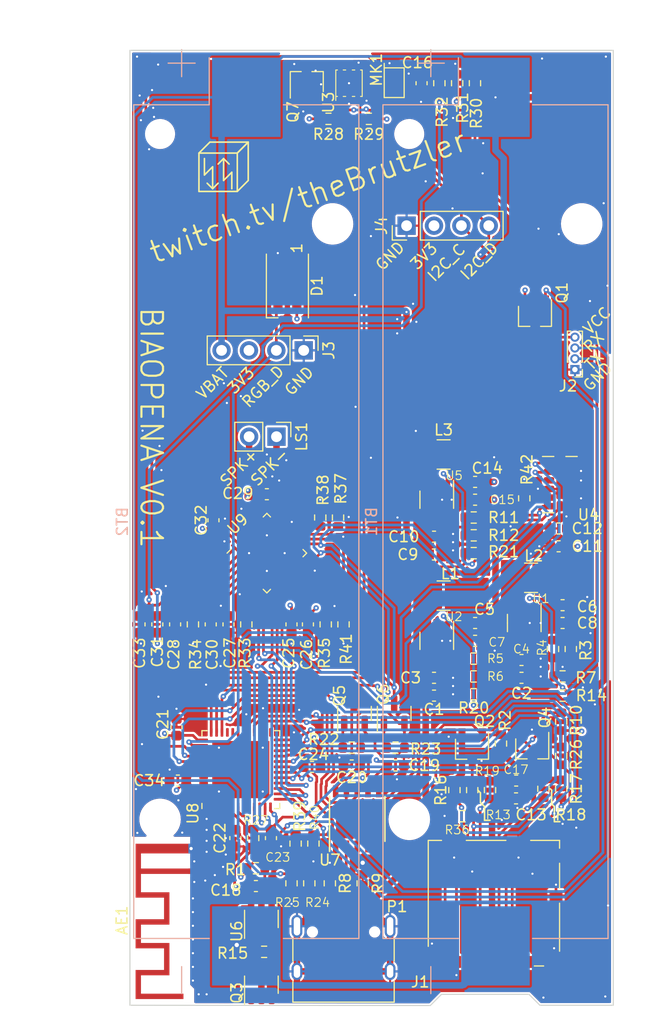
<source format=kicad_pcb>
(kicad_pcb (version 20211014) (generator pcbnew)
  (layers (0 "F.Cu" signal) (1 "In1.Cu" signal) (2 "In2.Cu" signal) (31 "B.Cu" signal) (34 "B.Paste" user) (35 "F.Paste" user) (36 "B.SilkS" user "B.Silkscreen") (37 "F.SilkS" user "F.Silkscreen") (38 "B.Mask" user) (39 "F.Mask" user) (44 "Edge.Cuts" user))
  (net 0 "")
  (net 1 "+BATT")
  (net 2 "GND")
  (net 3 "+5V")
  (net 4 "+1V8")
  (net 5 "+3V3")
  (net 6 "Net-(D1-Pad3)")
  (net 8 "Net-(BT1-Pad2)")
  (net 9 "Net-(C13-Pad1)")
  (net 10 "Net-(C16-Pad1)")
  (net 11 "Net-(C18-Pad2)")
  (net 12 "Net-(C20-Pad1)")
  (net 13 "ESP_~{RST}")
  (net 14 "Net-(C27-Pad1)")
  (net 15 "Net-(C28-Pad1)")
  (net 16 "Net-(C30-Pad1)")
  (net 17 "Net-(C30-Pad2)")
  (net 18 "Net-(C31-Pad1)")
  (net 19 "BIAS")
  (net 20 "SD_DAT2")
  (net 21 "SD_DAT1")
  (net 22 "SD_DAT3")
  (net 23 "SD_nCS")
  (net 24 "SD_CLK")
  (net 25 "SD_DAT0")
  (net 26 "Net-(L1-Pad1)")
  (net 27 "Net-(L2-Pad1)")
  (net 28 "Net-(L3-Pad1)")
  (net 29 "Net-(P1-PadB5)")
  (net 30 "Net-(P1-PadA5)")
  (net 31 "SD_nDET")
  (net 32 "COD_TX")
  (net 33 "COD_RX")
  (net 34 "Net-(J2-Pad4)")
  (net 35 "Net-(R3-Pad1)")
  (net 36 "Net-(R4-Pad2)")
  (net 37 "Net-(R5-Pad2)")
  (net 38 "I2C_CLK")
  (net 39 "Net-(R11-Pad2)")
  (net 40 "I2C_DAT")
  (net 41 "Net-(P1-PadA6)")
  (net 42 "Net-(P1-PadA7)")
  (net 45 "COD_nEN")
  (net 46 "Net-(Q2-Pad3)")
  (net 50 "Net-(Q3-Pad2)")
  (net 51 "Net-(Q3-Pad4)")
  (net 52 "Net-(Q3-Pad6)")
  (net 53 "SD_VCC_nEN")
  (net 54 "Net-(Q5-Pad1)")
  (net 55 "Net-(Q5-Pad2)")
  (net 56 "Net-(Q6-Pad1)")
  (net 57 "Net-(Q6-Pad2)")
  (net 58 "GAS_nEN")
  (net 59 "Net-(Q7-Pad3)")
  (net 60 "Net-(R14-Pad2)")
  (net 61 "Net-(R15-Pad2)")
  (net 62 "Net-(R20-Pad2)")
  (net 63 "Net-(R21-Pad2)")
  (net 64 "Net-(R24-Pad2)")
  (net 65 "Net-(R33-Pad1)")
  (net 66 "Net-(R34-Pad1)")
  (net 67 "Net-(R35-Pad1)")
  (net 68 "Net-(R37-Pad1)")
  (net 69 "Net-(R38-Pad1)")
  (net 70 "Net-(R39-Pad2)")
  (net 71 "Net-(R41-Pad2)")
  (net 72 "Net-(R42-Pad1)")
  (net 73 "ACC_INT1")
  (net 74 "ACC_INT2")
  (net 77 "I2S_DIN")
  (net 78 "I2S_DOUT")
  (net 79 "I2S_LRC_WS")
  (net 80 "I2S_BCLK")
  (net 81 "I2S_MCLK")
  (net 89 "UART1_TX")
  (net 90 "UART1_RX")
  (net 97 "Net-(LS1-Pad1)")
  (net 98 "Net-(LS1-Pad2)")
  (net 103 "Net-(AE1-Pad1)")
  (footprint "Capacitor_SMD:C_0603_1608Metric" (layer "F.Cu") (at 136.906 113.678 -90)
    (fp_text reference "C21")
    (fp_text value "4µ7")
  )
  (footprint "Capacitor_SMD:C_0603_1608Metric" (layer "F.Cu") (at 135.128 104.14 -90)
    (fp_text reference "C31")
    (fp_text value "4µ7")
  )
  (footprint "Capacitor_SMD:C_0603_1608Metric" (layer "F.Cu") (at 164.605 90.932)
    (fp_text reference "C14")
    (fp_text value "100n")
  )
  (footprint "Resistor_SMD:R_0603_1608Metric" (layer "F.Cu") (at 172.72 108.966)
    (fp_text reference "R7")
    (fp_text value "100K")
  )
  (footprint "Resistor_SMD:R_0603_1608Metric" (layer "F.Cu") (at 143.383 104.14 -90)
    (fp_text reference "R33")
    (fp_text value "0")
  )
  (footprint "Connector_PinHeader_2.54mm:PinHeader_1x04_P2.54mm_Vertical" (layer "F.Cu") (at 158.252 67.183 90)
    (fp_text reference "J4")
    (fp_text value "Conn_01x04_Female")
  )
  (footprint "Resistor_SMD:R_0603_1608Metric" (layer "F.Cu") (at 173.482 106.426 90)
    (fp_text reference "R3")
    (fp_text value "100K")
  )
  (footprint "Capacitor_SMD:C_0603_1608Metric" (layer "F.Cu") (at 144.272 128.397)
    (fp_text reference "C18")
    (fp_text value "100n")
  )
  (footprint "Package_TO_SOT_SMD:SOT-23-6" (layer "F.Cu") (at 144.78 137.541 90)
    (fp_text reference "Q3")
    (fp_text value "FS8205A")
  )
  (footprint "Resistor_SMD:R_0603_1608Metric" (layer "F.Cu") (at 164.338 119.5025 90)
    (fp_text reference "R13")
    (fp_text value "5K1")
  )
  (footprint "Resistor_SMD:R_0603_1608Metric" (layer "F.Cu") (at 151.13 128.143 -90)
    (fp_text reference "R8")
    (fp_text value "5K1")
  )
  (footprint "Package_TO_SOT_SMD:SOT-23-6" (layer "F.Cu") (at 169.164 104.013 -90)
    (fp_text reference "U1")
    (fp_text value "MT3420C-mt3420c")
  )
  (footprint "Capacitor_SMD:C_0603_1608Metric" (layer "F.Cu") (at 168.91 107.442 180)
    (fp_text reference "C4")
    (fp_text value "100n")
  )
  (footprint "Package_TO_SOT_SMD:SOT-23" (layer "F.Cu") (at 157.099 112.395 90)
    (fp_text reference "Q6")
    (fp_text value "Q_NPN_BEC")
  )
  (footprint "Resistor_SMD:R_0603_1608Metric" (layer "F.Cu") (at 144.272 126.746 180)
    (fp_text reference "R1")
    (fp_text value "100")
  )
  (footprint "Resistor_SMD:R_0603_1608Metric" (layer "F.Cu") (at 138.43 104.14 -90)
    (fp_text reference "R34")
    (fp_text value "0")
  )
  (footprint "Capacitor_SMD:C_0603_1608Metric" (layer "F.Cu") (at 164.605 92.583)
    (fp_text reference "C15")
    (fp_text value "4µ7")
  )
  (footprint "Resistor_SMD:R_0603_1608Metric" (layer "F.Cu") (at 152.4 104.14 90)
    (fp_text reference "R41")
    (fp_text value "0")
  )
  (footprint "Resistor_SMD:R_0603_1608Metric" (layer "F.Cu") (at 157.226 115.57)
    (fp_text reference "R23")
    (fp_text value "5K1")
  )
  (footprint "Package_TO_SOT_SMD:SOT-23-6" (layer "F.Cu") (at 144.78 131.445 90)
    (fp_text reference "U6")
    (fp_text value "DW01A")
  )
  (footprint "Connector_PinHeader_2.54mm:PinHeader_1x04_P2.54mm_Vertical" (layer "F.Cu") (at 148.707 78.74 -90)
    (fp_text reference "J3")
    (fp_text value "Conn_01x04_Female")
  )
  (footprint "Resistor_SMD:R_0603_1608Metric" (layer "F.Cu") (at 151.003 57.277 180)
    (fp_text reference "R28")
    (fp_text value "1K")
  )
  (footprint "Connector_USB:USB_C_Receptacle_HRO_TYPE-C-31-M-12" (layer "F.Cu") (at 152.4 135.255)
    (fp_text reference "P1")
    (fp_text value "USB_C_Plug_USB2.0")
  )
  (footprint "Inductor_SMD:L_1210_3225Metric" (layer "F.Cu") (at 161.684 101.473)
    (fp_text reference "L1")
    (fp_text value "2u2")
  )
  (footprint "Capacitor_SMD:C_0603_1608Metric" (layer "F.Cu") (at 142.367 123.952 90)
    (fp_text reference "C22")
    (fp_text value "100n")
  )
  (footprint "Resistor_SMD:R_0603_1608Metric" (layer "F.Cu") (at 144.018 123.952 90)
    (fp_text reference "R27")
    (fp_text value "1K")
  )
  (footprint "Package_DFN_QFN:QFN-48-1EP_7x7mm_P0.5mm_EP5.3x5.3mm" (layer "F.Cu") (at 142.875 117.602 90)
    (fp_text reference "U8")
    (fp_text value "ESP32-PICO-D4")
  )
  (footprint "Resistor_SMD:R_0603_1608Metric" (layer "F.Cu") (at 164.592 53.975 90)
    (fp_text reference "R30")
    (fp_text value "0")
  )
  (footprint "Resistor_SMD:R_0603_1608Metric" (layer "F.Cu") (at 145.034 134.493 180)
    (fp_text reference "R15")
    (fp_text value "1K")
  )
  (footprint "Capacitor_SMD:C_0603_1608Metric" (layer "F.Cu") (at 137.033 118.618)
    (fp_text reference "C34")
    (fp_text value "4µ7")
  )
  (footprint "Capacitor_SMD:C_0603_1608Metric" (layer "F.Cu") (at 164.605 105.664)
    (fp_text reference "C7")
    (fp_text value "4µ7")
  )
  (footprint "Capacitor_SMD:C_0603_1608Metric" (layer "F.Cu") (at 149.098 104.14 -90)
    (fp_text reference "C26")
    (fp_text value "4µ7")
  )
  (footprint "Capacitor_SMD:C_0603_1608Metric" (layer "F.Cu") (at 160.795 96.012 180)
    (fp_text reference "C10")
    (fp_text value "100n")
  )
  (footprint "Resistor_SMD:R_0603_1608Metric" (layer "F.Cu") (at 162.941 53.975 -90)
    (fp_text reference "R31")
    (fp_text value "0")
  )
  (footprint "Resistor_SMD:R_0603_1608Metric" (layer "F.Cu") (at 153.162 115.57)
    (fp_text reference "R22")
    (fp_text value "5K1")
  )
  (footprint "Capacitor_SMD:C_0603_1608Metric" (layer "F.Cu") (at 168.91 109.093 180)
    (fp_text reference "C2")
    (fp_text value "4µ7")
  )
  (footprint "Resistor_SMD:R_0603_1608Metric" (layer "F.Cu") (at 164.478 107.315 180)
    (fp_text reference "R5")
    (fp_text value "590K")
  )
  (footprint "Resistor_SMD:R_0603_1608Metric" (layer "F.Cu") (at 171.831 106.426 -90)
    (fp_text reference "R4")
    (fp_text value "100K")
  )
  (footprint "Inductor_SMD:L_1210_3225Metric" (layer "F.Cu") (at 161.684 88.392)
    (fp_text reference "L3")
    (fp_text value "2u2")
  )
  (footprint "Inductor_SMD:L_1210_3225Metric" (layer "F.Cu") (at 169.799 99.822)
    (fp_text reference "L2")
    (fp_text value "2u2")
  )
  (footprint "Package_TO_SOT_SMD:SOT-23" (layer "F.Cu") (at 153.416 112.395 90)
    (fp_text reference "Q5")
    (fp_text value "Q_NPN_BEC")
  )
  (footprint "Package_TO_SOT_SMD:SOT-23-6" (layer "F.Cu") (at 161.049 105.664 -90)
    (fp_text reference "U2")
    (fp_text value "MT3420C-mt3420c")
  )
  (footprint "Resistor_SMD:R_0603_1608Metric" (layer "F.Cu") (at 172.593 116.332 90)
    (fp_text reference "R26")
    (fp_text value "100K")
  )
  (footprint "Package_TO_SOT_SMD:TSOT-23" (layer "F.Cu") (at 170.18 75.565 -90)
    (fp_text reference "Q1")
    (fp_text value "DMG2301L-7 ")
  )
  (footprint "Capacitor_SMD:C_0603_1608Metric" (layer "F.Cu") (at 164.605 104.013)
    (fp_text reference "C5")
    (fp_text value "100n")
  )
  (footprint "Package_DFN_QFN:QFN-32-1EP_5x5mm_P0.5mm_EP3.45x3.45mm" (layer "F.Cu") (at 145.288 97.536 45)
    (fp_text reference "U9")
    (fp_text value "WM8978")
  )
  (footprint "Capacitor_SMD:C_0603_1608Metric" (layer "F.Cu") (at 172.72 102.362)
    (fp_text reference "C6")
    (fp_text value "100n")
  )
  (footprint "RF_Antenna:Texas_SWRA117D_2.4GHz_Left" (layer "F.Cu") (at 138.261 127.022 90)
    (fp_text reference "AE1")
    (fp_text value "Antenna_Dipole")
  )
  (footprint "Capacitor_SMD:C_0603_1608Metric" (layer "F.Cu") (at 160.782 97.663 180)
    (fp_text reference "C9")
    (fp_text value "4µ7")
  )
  (footprint "Resistor_SMD:R_0603_1608Metric" (layer "F.Cu") (at 150.749 104.14 -90)
    (fp_text reference "R35")
    (fp_text value "0")
  )
  (footprint "Package_TO_SOT_SMD:TSOT-23" (layer "F.Cu") (at 169.926 115.657 -90)
    (fp_text reference "Q4")
    (fp_text value "DMG2301L-7 ")
  )
  (footprint "Resistor_SMD:R_0603_1608Metric" (layer "F.Cu") (at 150.241 94.234 90)
    (fp_text reference "R38")
    (fp_text value "0")
  )
  (footprint "Package_TO_SOT_SMD:TSOT-23" (layer "F.Cu") (at 164.338 115.6925 -90)
    (fp_text reference "Q2")
    (fp_text value "DMG2301L-7 ")
  )
  (footprint "Capacitor_SMD:C_0603_1608Metric" (layer "F.Cu") (at 133.477 104.14 -90)
    (fp_text reference "C33")
    (fp_text value "4µ7")
  )
  (footprint "Capacitor_SMD:C_0603_1608Metric" (layer "F.Cu") (at 153.162 117.221 180)
    (fp_text reference "C20")
    (fp_text value "220n")
  )
  (footprint "Resistor_SMD:R_0603_1608Metric" (layer "F.Cu") (at 147.574 128.143 -90)
    (fp_text reference "R25")
    (fp_text value "100K")
  )
  (footprint "Capacitor_SMD:C_0603_1608Metric" (layer "F.Cu") (at 172.72 104.013)
    (fp_text reference "C8")
    (fp_text value "4µ7")
  )
  (footprint "Capacitor_SMD:C_0603_1608Metric" (layer "F.Cu") (at 168.415 118.618 180)
    (fp_text reference "C17")
    (fp_text value "4µ7")
  )
  (footprint "Resistor_SMD:R_0603_1608Metric" (layer "F.Cu") (at 151.892 94.234 90)
    (fp_text reference "R37")
    (fp_text value "0")
  )
  (footprint "Resistor_SMD:R_0603_1608Metric" (layer "F.Cu") (at 163.449 121.92)
    (fp_text reference "R36")
    (fp_text value "100K")
  )
  (footprint "Capacitor_SMD:C_0603_1608Metric" (layer "F.Cu") (at 159.639 53.975 -90)
    (fp_text reference "C16")
    (fp_text value "100n")
  )
  (footprint "Resistor_SMD:R_0603_1608Metric" (layer "F.Cu") (at 147.955 124.46 90)
    (fp_text reference "R39")
    (fp_text value "100K")
  )
  (footprint "Capacitor_SMD:C_0603_1608Metric" (layer "F.Cu") (at 145.669 123.952 -90)
    (fp_text reference "C23")
    (fp_text value "100n")
  )
  (footprint "Resistor_SMD:R_0603_1608Metric" (layer "F.Cu") (at 149.225 128.143 90)
    (fp_text reference "R24")
    (fp_text value "100K")
  )
  (footprint "Resistor_SMD:R_0603_1608Metric" (layer "F.Cu") (at 165.989 119.5025 -90)
    (fp_text reference "R19")
    (fp_text value "5K1")
  )
  (footprint "Capacitor_SMD:C_0603_1608Metric" (layer "F.Cu") (at 149.479 117.348 180)
    (fp_text reference "C24")
    (fp_text value "100n")
  )
  (footprint "Resistor_SMD:R_0603_1608Metric" (layer "F.Cu") (at 164.478 108.966)
    (fp_text reference "R6")
    (fp_text value "100K")
  )
  (footprint "Capacitor_SMD:C_0603_1608Metric" (layer "F.Cu") (at 145.288 92.075)
    (fp_text reference "C29")
    (fp_text value "4µ7")
  )
  (footprint "Capacitor_SMD:C_0603_1608Metric" (layer "F.Cu") (at 147.574 104.14 -90)
    (fp_text reference "C25")
    (fp_text value "4µ7")
  )
  (footprint "theBrutzler:SGP30-DFN6_2,45x2,45_TP" (layer "F.Cu") (at 152.908 53.975 90)
    (fp_text reference "U3")
    (fp_text value "SGP30")
  )
  (footprint "Resistor_SMD:R_0603_1608Metric" (layer "F.Cu") (at 172.593 119.38 -90)
    (fp_text reference "R17")
    (fp_text value "5K1")
  )
  (footprint "Connector_PinHeader_2.54mm:PinHeader_1x02_P2.54mm_Vertical" (layer "F.Cu") (at 146.182 86.741 -90)
    (fp_text reference "LS1")
    (fp_text value "Speaker")
  )
  (footprint "Connector_Card:microSD_HC_Molex_104031-0811" (layer "F.Cu") (at 166.37 129.9845 180)
    (fp_text reference "J1")
    (fp_text value "Micro_SD_Card_Det")
  )
  (footprint "Resistor_SMD:R_0603_1608Metric" (layer "F.Cu") (at 154.178 128.143 -90)
    (fp_text reference "R9")
    (fp_text value "5K1")
  )
  (footprint "Capacitor_SMD:C_0603_1608Metric" (layer "F.Cu") (at 157.226 117.221)
    (fp_text reference "C19")
    (fp_text value "220n")
  )
  (footprint "Capacitor_SMD:C_0603_1608Metric" (layer "F.Cu") (at 172.339 95.25 180)
    (fp_text reference "C12")
    (fp_text value "100n")
  )
  (footprint "Resistor_SMD:R_0603_1608Metric" (layer "F.Cu") (at 167.005 115.189 -90)
    (fp_text reference "R2")
    (fp_text value "100K")
  )
  (footprint "Resistor_SMD:R_0603_1608Metric" (layer "F.Cu") (at 161.29 53.975 -90)
    (fp_text reference "R32")
    (fp_text value "0")
  )
  (footprint "theBrutzler:Symbol_kurzschlussblog" (layer "F.Cu") (at 138.9888 64.008)
    (fp_text reference "SM3" hide)
    (fp_text value "SYM_Arrow45_Tiny" hide)
  )
  (footprint "Connector_PinHeader_1.00mm:PinHeader_1x04_P1.00mm_Vertical" (layer "F.Cu") (at 173.863 80.518 180)
    (fp_text reference "J2")
    (fp_text value "Conn_01x04_Female")
  )
  (footprint "LED_SMD:LED_SK6812MINI_PLCC4_3.5x3.5mm_P1.75mm" (layer "F.Cu") (at 147.193 72.771 -90)
    (fp_text reference "D1")
    (fp_text value "SK6812MINI")
  )
  (footprint "Resistor_SMD:R_0603_1608Metric" (layer "F.Cu") (at 149.606 124.46 -90)
    (fp_text reference "R40")
    (fp_text value "100K")
  )
  (footprint "Resistor_SMD:R_0603_1608Metric" (layer "F.Cu") (at 162.687 119.5025 -90)
    (fp_text reference "R16")
    (fp_text value "5K1")
  )
  (footprint "Package_LGA:LGA-14_3x5mm_P0.8mm_LayoutBorder1x6y" (layer "F.Cu") (at 172.466 91.186 180)
    (fp_text reference "U4")
    (fp_text value "ADXL343")
  )
  (footprint "Resistor_SMD:R_0603_1608Metric" (layer "F.Cu") (at 154.75 57.277 180)
    (fp_text reference "R29")
    (fp_text value "1K")
  )
  (footprint "Resistor_SMD:R_0603_1608Metric" (layer "F.Cu") (at 164.478 95.885)
    (fp_text reference "R12")
    (fp_text value "100K")
  )
  (footprint "Capacitor_SMD:C_0603_1608Metric" (layer "F.Cu") (at 172.352 96.901 180)
    (fp_text reference "C11")
    (fp_text value "1µ")
  )
  (footprint "Resistor_SMD:R_0603_1608Metric" (layer "F.Cu") (at 169.164 92.456 90)
    (fp_text reference "R42")
    (fp_text value "0")
  )
  (footprint "Resistor_SMD:R_0603_1608Metric" (layer "F.Cu") (at 164.478 97.536)
    (fp_text reference "R21")
    (fp_text value "1K")
  )
  (footprint "Capacitor_SMD:C_0603_1608Metric" (layer "F.Cu") (at 141.732 104.14 -90)
    (fp_text reference "C27")
    (fp_text value "4µ7")
  )
  (footprint "Resistor_SMD:R_0603_1608Metric" (layer "F.Cu") (at 164.478 94.234 180)
    (fp_text reference "R11")
    (fp_text value "430K")
  )
  (footprint "Capacitor_SMD:C_0603_1608Metric" (layer "F.Cu") (at 140.335 94.488 90)
    (fp_text reference "C32")
    (fp_text value "4µ7")
  )
  (footprint "Capacitor_SMD:C_0603_1608Metric" (layer "F.Cu") (at 168.402 120.269)
    (fp_text reference "C13")
    (fp_text value "220n")
  )
  (footprint "Package_TO_SOT_SMD:SOT-23-6" (layer "F.Cu") (at 161.049 92.583 -90)
    (fp_text reference "U5")
    (fp_text value "MT3420C-mt3420c")
  )
  (footprint "Capacitor_SMD:C_0603_1608Metric" (layer "F.Cu") (at 160.795 110.744 180)
    (fp_text reference "C1")
    (fp_text value "4µ7")
  )
  (footprint "Capacitor_SMD:C_0603_1608Metric" (layer "F.Cu") (at 140.081 104.14 -90)
    (fp_text reference "C30")
    (fp_text value "4µ7")
  )
  (footprint "Resistor_SMD:R_0603_1608Metric" (layer "F.Cu") (at 170.942 119.38 -90)
    (fp_text reference "R18")
    (fp_text value "5K1")
  )
  (footprint "theBrutzler:AP2718AT" (layer "F.Cu") (at 157.099 53.92725)
    (fp_text reference "MK1")
    (fp_text value "AP2718AT")
  )
  (footprint "Package_TO_SOT_SMD:TSOT-23" (layer "F.Cu") (at 148.971 53.848 90)
    (fp_text reference "Q7")
    (fp_text value "DMG2301L-7 ")
  )
  (footprint "Resistor_SMD:R_0603_1608Metric" (layer "F.Cu") (at 172.72 110.744)
    (fp_text reference "R14")
    (fp_text value "1K")
  )
  (footprint "Capacitor_SMD:C_0603_1608Metric" (layer "F.Cu") (at 160.795 109.093 180)
    (fp_text reference "C3")
    (fp_text value "100n")
  )
  (footprint "Resistor_SMD:R_0603_1608Metric" (layer "F.Cu") (at 164.478 110.617)
    (fp_text reference "R20")
    (fp_text value "1K")
  )
  (footprint "Package_SO:SSOP-10_3.9x4.9mm_P1.00mm" (layer "F.Cu") (at 153.67 122.174 90)
    (fp_text reference "U7")
    (fp_text value "CH340K")
  )
  (footprint "Capacitor_SMD:C_0603_1608Metric" (layer "F.Cu") (at 136.779 104.14 -90)
    (fp_text reference "C28")
    (fp_text value "4µ7")
  )
  (footprint "Resistor_SMD:R_0603_1608Metric" (layer "F.Cu") (at 172.593 113.157 90)
    (fp_text reference "R10")
    (fp_text value "100K")
  )
  (footprint "Battery:BatteryHolder_Keystone_1042_1x18650" (layer "B.Cu") (at 143.383 94.615 -90)
    (fp_text reference "BT2")
    (fp_text value "18650")
  )
  (footprint "Battery:BatteryHolder_Keystone_1042_1x18650" (layer "B.Cu") (at 166.497 94.615 -90)
    (fp_text reference "BT1")
    (fp_text value "18650")
  )
  (gr_line (start 165.481 122.301) (end 165.481 121.031) (layer "F.SilkS") (width 0.15))
  (gr_line (start 171.704 120.777) (end 171.704 119.507) (layer "F.SilkS") (width 0.15))
  (gr_line (start 171.704 119.507) (end 171.577 119.38) (layer "F.SilkS") (width 0.15))
  (gr_line (start 172.466 122.428) (end 171.958 122.428) (layer "F.SilkS") (width 0.15))
  (gr_line (start 171.958 122.428) (end 171.958 121.031) (layer "F.SilkS") (width 0.15))
  (gr_line (start 171.958 121.031) (end 171.704 120.777) (layer "F.SilkS") (width 0.15))
  (gr_line (start 165.1 120.65) (end 165.1 119.761) (layer "F.SilkS") (width 0.15))
  (gr_line (start 165.989 122.301) (end 165.481 122.301) (layer "F.SilkS") (width 0.15))
  (gr_line (start 165.481 121.031) (end 165.1 120.65) (layer "F.SilkS") (width 0.15))
  (gr_line (start 165.1 119.761) (end 164.8605 119.5025) (layer "F.SilkS") (width 0.15))
  (gr_line (start 132.588 50.927) (end 132.588 139.446) (layer "Edge.Cuts") (width 0.1))
  (gr_line (start 161.4932 138.43) (end 160.4518 139.4714) (layer "Edge.Cuts") (width 0.1))
  (gr_line (start 177.419 139.446) (end 170.6118 139.446) (layer "Edge.Cuts") (width 0.1))
  (gr_line (start 177.419 139.446) (end 177.419 50.927) (layer "Edge.Cuts") (width 0.1))
  (gr_line (start 169.5958 138.43) (end 161.4932 138.43) (layer "Edge.Cuts") (width 0.1))
  (gr_line (start 177.419 50.927) (end 132.588 50.927) (layer "Edge.Cuts") (width 0.1))
  (gr_line (start 160.4518 139.4714) (end 132.588 139.446) (layer "Edge.Cuts") (width 0.1))
  (gr_line (start 170.6118 139.446) (end 169.5958 138.43) (layer "Edge.Cuts") (width 0.1))
  (gr_text "TX" (at 175.6664 79.7052 45) (layer "F.SilkS") (effects (font (size 1 1))))
  (gr_text "GND" (at 148.2852 81.5848 45) (layer "F.SilkS") (effects (font (size 1 1))))
  (gr_text "twitch.tv/theBrutzler" (at 149.098 64.4652 20) (layer "F.SilkS") (effects (font (size 2 2) (thickness 0.2))))
  (gr_text "RGB_D" (at 144.9324 82.0928 45) (layer "F.SilkS") (effects (font (size 1 1))))
  (gr_text "SPK-" (at 145.542 89.5604 45) (layer "F.SilkS") (effects (font (size 1 1))))
  (gr_text "GND" (at 156.718 70.0024 45) (layer "F.SilkS") (effects (font (size 1 1))))
  (gr_text "3V3" (at 142.9004 81.534 45) (layer "F.SilkS") (effects (font (size 1 1))))
  (gr_text "I2C_C" (at 161.9504 70.612 45) (layer "F.SilkS") (effects (font (size 1 1))))
  (gr_text "VBAT" (at 140.2588 81.788 45) (layer "F.SilkS") (effects (font (size 1 1))))
  (gr_text "BIAOPENA V0.1" (at 134.5692 85.9028 270) (layer "F.SilkS") (effects (font (size 2 2) (thickness 0.2))))
  (gr_text "GND" (at 175.9712 81.1784 45) (layer "F.SilkS") (effects (font (size 1 1))))
  (gr_text "3V3" (at 159.8676 70.0024 45) (layer "F.SilkS") (effects (font (size 1 1))))
  (gr_text "VCC" (at 175.9204 75.9968 45) (layer "F.SilkS") (effects (font (size 1 1))))
  (gr_text "I2C_D" (at 164.9984 70.4596 45) (layer "F.SilkS") (effects (font (size 1 1))))
  (gr_text "SPK+" (at 142.6972 89.6112 45) (layer "F.SilkS") (effects (font (size 1 1))))
  (gr_text "RX" (at 175.6156 77.978 45) (layer "F.SilkS") (effects (font (size 1 1))))
  (segment (start 169.786 110.744) (end 168.135 109.093) (width 0.6) (layer "F.Cu") (net 1))
  (segment (start 158.242 98.933) (end 158.242 92.456) (width 0.6) (layer "F.Cu") (net 1))
  (segment (start 166.497 103.251) (end 166.497 96.52) (width 0.6) (layer "F.Cu") (net 1))
  (segment (start 171.41 55.285) (end 171.41 68.54) (width 0.6) (layer "F.Cu") (net 1))
  (segment (start 172.72 111.379) (end 172.88452 111.54352) (width 0.25) (layer "F.Cu") (net 1))
  (segment (start 168.135 107.442) (end 168.135 109.093) (width 0.6) (layer "F.Cu") (net 1))
  (segment (start 172.72 111.379) (end 172.085 110.744) (width 0.6) (layer "F.Cu") (net 1))
  (segment (start 160.007 97.663) (end 160.007 98.819) (width 0.6) (layer "F.Cu") (net 1))
  (segment (start 174.33348 111.54352) (end 176.522021 109.354979) (width 0.6) (layer "F.Cu") (net 1))
  (segment (start 165.303 105.741) (end 165.38 105.664) (width 0.25) (layer "F.Cu") (net 1))
  (segment (start 163.653 98.475) (end 163.322 98.806) (width 0.25) (layer "F.Cu") (net 1))
  (segment (start 143.447 126.998782) (end 143.447 126.746) (width 0.25) (layer "F.Cu") (net 1))
  (segment (start 167.20096 71.95096) (end 165.1 69.85) (width 0.6) (layer "F.Cu") (net 1))
  (segment (start 147.955 125.285) (end 147.383 125.857) (width 0.25) (layer "F.Cu") (net 1))
  (segment (start 158.242 92.456) (end 158.242 75.184) (width 0.6) (layer "F.Cu") (net 1))
  (segment (start 169.786 110.744) (end 171.895 110.744) (width 0.6) (layer "F.Cu") (net 1))
  (segment (start 143.51 126.746) (end 143.447 126.746) (width 0.25) (layer "F.Cu") (net 1))
  (segment (start 165.303 107.315) (end 165.303 105.741) (width 0.25) (layer "F.Cu") (net 1))
  (segment (start 166.497 96.52) (end 167.005 96.012) (width 0.6) (layer "F.Cu") (net 1))
  (segment (start 171.41 55.285) (end 166.497 55.285) (width 0.6) (layer "F.Cu") (net 1))
  (segment (start 160.007 98.819) (end 159.893 98.933) (width 0.6) (layer "F.Cu") (net 1))
  (segment (start 171.41 68.54) (end 176.522021 73.652021) (width 0.6) (layer "F.Cu") (net 1))
  (segment (start 160.02 98.806) (end 160.007 98.819) (width 0.25) (layer "F.Cu") (net 1))
  (segment (start 172.085 110.744) (end 171.895 110.744) (width 0.6) (layer "F.Cu") (net 1))
  (segment (start 172.88452 111.54352) (end 174.33348 111.54352) (width 0.25) (layer "F.Cu") (net 1))
  (segment (start 176.522021 109.354979) (end 176.522021 73.652021) (width 0.6) (layer "F.Cu") (net 1))
  (segment (start 167.20096 93.91104) (end 167.20096 71.95096) (width 0.6) (layer "F.Cu") (net 1))
  (segment (start 144.399 125.857) (end 143.51 126.746) (width 0.25) (layer "F.Cu") (net 1))
  (segment (start 142.875 127.570782) (end 143.447 126.998782) (width 0.25) (layer "F.Cu") (net 1))
  (segment (start 166.497 103.251) (end 166.497 105.41) (width 0.6) (layer "F.Cu") (net 1))
  (segment (start 166.497 105.41) (end 166.243 105.664) (width 0.6) (layer "F.Cu") (net 1))
  (segment (start 167.005 94.107) (end 167.20096 93.91104) (width 0.6) (layer "F.Cu") (net 1))
  (segment (start 159.893 98.933) (end 158.242 98.933) (width 0.6) (layer "F.Cu") (net 1))
  (segment (start 166.243 105.664) (end 165.38 105.664) (width 0.6) (layer "F.Cu") (net 1))
  (segment (start 163.322 98.806) (end 160.02 98.806) (width 0.25) (layer "F.Cu") (net 1))
  (segment (start 147.383 125.857) (end 144.399 125.857) (width 0.25) (layer "F.Cu") (net 1))
  (segment (start 167.005 96.012) (end 167.005 94.107) (width 0.6) (layer "F.Cu") (net 1))
  (segment (start 163.653 97.536) (end 163.653 98.475) (width 0.25) (layer "F.Cu") (net 1))
  (via (at 165.1 69.85) (size 0.5) (drill 0.2) (layers "F.Cu" "B.Cu") (net 1))
  (via (at 158.242 75.184) (size 0.5) (drill 0.2) (layers "F.Cu" "B.Cu") (net 1))
  (via (at 166.497 55.285) (size 0.5) (drill 0.2) (layers "F.Cu" "B.Cu") (net 1))
  (via (at 142.875 127.570782) (size 0.5) (drill 0.2) (layers "F.Cu" "B.Cu") (net 1))
  (segment (start 141.087 57.581) (end 143.383 55.285) (width 0.6) (layer "B.Cu") (net 1))
  (segment (start 132.969 57.023) (end 134.707 55.285) (width 0.25) (layer "B.Cu") (net 1))
  (segment (start 142.682276 127.378058) (end 142.682276 124.131662) (width 0.25) (layer "B.Cu") (net 1))
  (segment (start 141.109489 75.069489) (end 141.087 75.047) (width 0.6) (layer "B.Cu") (net 1))
  (segment (start 166.497 54.737) (end 166.497 55.285) (width 0.25) (layer "B.Cu") (net 1))
  (segment (start 167.259 67.704498) (end 167.259 60.96) (width 0.6) (layer "B.Cu") (net 1))
  (segment (start 167.259 67.704498) (end 165.113498 69.85) (width 0.6) (layer "B.Cu") (net 1))
  (segment (start 132.969 117.856) (end 132.969 57.023) (width 0.25) (layer "B.Cu") (net 1))
  (segment (start 163.255489 51.495489) (end 166.497 54.737) (width 0.25) (layer "B.Cu") (net 1))
  (segment (start 158.242 75.184) (end 158.127489 75.069489) (width 0.6) (layer "B.Cu") (net 1))
  (segment (start 134.707 55.285) (end 143.383 55.285) (width 0.25) (layer "B.Cu") (net 1))
  (segment (start 141.087 75.047) (end 141.087 57.581) (width 0.6) (layer "B.Cu") (net 1))
  (segment (start 143.383 55.285) (end 143.383 54.864) (width 0.25) (layer "B.Cu") (net 1))
  (segment (start 142.621 124.070386) (end 142.621 119.507) (width 0.25) (layer "B.Cu") (net 1))
  (segment (start 141.732 118.618) (end 133.731 118.618) (width 0.25) (layer "B.Cu") (net 1))
  (segment (start 141.087 78.74) (end 141.087 75.047) (width 0.6) (layer "B.Cu") (net 1))
  (segment (start 142.875 127.570782) (end 142.682276 127.378058) (width 0.25) (layer "B.Cu") (net 1))
  (segment (start 142.621 119.507) (end 141.732 118.618) (width 0.25) (layer "B.Cu") (net 1))
  (segment (start 167.259 60.96) (end 166.497 60.198) (width 0.6) (layer "B.Cu") (net 1))
  (segment (start 133.731 118.618) (end 132.969 117.856) (width 0.25) (layer "B.Cu") (net 1))
  (segment (start 142.682276 124.131662) (end 142.621 124.070386) (width 0.25) (layer "B.Cu") (net 1))
  (segment (start 166.497 55.285) (end 166.497 60.198) (width 0.6) (layer "B.Cu") (net 1))
  (segment (start 158.127489 75.069489) (end 141.109489 75.069489) (width 0.6) (layer "B.Cu") (net 1))
  (segment (start 143.383 54.864) (end 146.751511 51.495489) (width 0.25) (layer "B.Cu") (net 1))
  (segment (start 146.751511 51.495489) (end 163.255489 51.495489) (width 0.25) (layer "B.Cu") (net 1))
  (segment (start 165.113498 69.85) (end 165.1 69.85) (width 0.6) (layer "B.Cu") (net 1))
  (segment (start 138.557 126.111) (end 139.446 125.222) (width 0.25) (layer "F.Cu") (net 2))
  (segment (start 148.082 138.6785) (end 148.082 136.305) (width 0.6) (layer "F.Cu") (net 2))
  (segment (start 169.177 120.269) (end 169.177 120.51) (width 0.25) (layer "F.Cu") (net 2))
  (segment (start 153.708 52.825) (end 153.708 52.159) (width 0.25) (layer "F.Cu") (net 2))
  (segment (start 153.67 124.724) (end 153.67 125.73) (width 0.25) (layer "F.Cu") (net 2))
  (segment (start 156.565 132.125) (end 156.72 132.125) (width 0.6) (layer "F.Cu") (net 2))
  (segment (start 153.67 125.73) (end 154.178 126.238) (width 0.25) (layer "F.Cu") (net 2))
  (segment (start 169.164 91.631) (end 169.164 90.678) (width 0.25) (layer "F.Cu") (net 2))
  (segment (start 145.923 91.935) (end 146.063 92.075) (width 0.25) (layer "F.Cu") (net 2))
  (segment (start 157.604 54.89225) (end 159.49675 54.89225) (width 0.4) (layer "F.Cu") (net 2))
  (segment (start 156.594 55.502) (end 156.845 55.753) (width 0.4) (layer "F.Cu") (net 2))
  (segment (start 152.387 116.853946) (end 152.016227 116.483173) (width 0.25) (layer "F.Cu") (net 2))
  (segment (start 174.3615 92.386) (end 174.4315 92.456) (width 0.25) (layer "F.Cu") (net 2))
  (segment (start 156.72 136.305) (end 148.08 136.305) (width 0.6) (layer "F.Cu") (net 2))
  (segment (start 148.082 136.305) (end 148.08 136.305) (width 0.6) (layer "F.Cu") (net 2))
  (segment (start 162.64 124.6095) (end 162.64 125.7338) (width 0.25) (layer "F.Cu") (net 2))
  (segment (start 156.594 54.92225) (end 156.594 55.502) (width 0.4) (layer "F.Cu") (net 2))
  (segment (start 150.254 116.472) (end 150.241 116.459) (width 0.25) (layer "F.Cu") (net 2))
  (segment (start 146.177 93.853) (end 146.177 92.189) (width 0.6) (layer "F.Cu") (net 2))
  (segment (start 145.73 138.6785) (end 148.082 138.6785) (width 0.6) (layer "F.Cu") (net 2))
  (segment (start 156.72 132.125) (end 156.72 136.305) (width 0.6) (layer "F.Cu") (net 2))
  (segment (start 146.834796 99.436349) (end 145.288 97.889553) (width 0.25) (layer "F.Cu") (net 2))
  (segment (start 146.431 90.805) (end 146.304 90.932) (width 0.25) (layer "F.Cu") (net 2))
  (segment (start 136.258 118.618) (end 136.258 117.615) (width 0.25) (layer "F.Cu") (net 2))
  (segment (start 158.001 117.221) (end 158.001 117.85102) (width 0.25) (layer "F.Cu") (net 2))
  (segment (start 145.796 90.424) (end 145.923 90.551) (width 0.25) (layer "F.Cu") (net 2))
  (segment (start 149.098 104.915) (end 149.098 105.918) (width 0.6) (layer "F.Cu") (net 2))
  (segment (start 139.446 125.222) (end 139.7 125.222) (width 0.25) (layer "F.Cu") (net 2))
  (segment (start 171.564 96.888) (end 171.577 96.901) (width 0.25) (layer "F.Cu") (net 2))
  (segment (start 138.557 126.111) (end 138.557 125.19054) (width 0.4) (layer "F.Cu") (net 2))
  (segment (start 152.908 53.975) (end 152.908 55.125) (width 0.25) (layer "F.Cu") (net 2))
  (segment (start 170.453 91.586) (end 170.434 91.567) (width 0.25) (layer "F.Cu") (net 2))
  (segment (start 136.906 112.903) (end 136.906 111.9632) (width 0.25) (layer "F.Cu") (net 2))
  (segment (start 146.318 69.737) (end 146.304 69.723) (width 0.25) (layer "F.Cu") (net 2))
  (segment (start 145.669 124.727) (end 146.5958 124.727) (width 0.25) (layer "F.Cu") (net 2))
  (segment (start 160.615 135.0845) (end 160.615 133.7418) (width 0.25) (layer "F.Cu") (net 2))
  (segment (start 153.708 53.975) (end 152.908 53.975) (width 0.25) (layer "F.Cu") (net 2))
  (segment (start 159.49675 54.89225) (end 159.639 54.75) (width 0.25) (layer "F.Cu") (net 2))
  (segment (start 143.383 104.965) (end 143.383 105.918) (width 0.6) (layer "F.Cu") (net 2))
  (segment (start 140.335 93.713) (end 141.818553 93.713) (width 0.25) (layer "F.Cu") (net 2))
  (segment (start 162.433 110.744) (end 162.56 110.617) (width 0.25) (layer "F.Cu") (net 2))
  (segment (start 148.235 132.125) (end 148.08 132.125) (width 0.6) (layer "F.Cu") (net 2))
  (segment (start 152.387 117.221) (end 152.387 116.853946) (width 0.25) (layer "F.Cu") (net 2))
  (segment (start 145.288 97.182447) (end 143.741204 95.635651) (width 0.25) (layer "F.Cu") (net 2))
  (segment (start 136.258 117.615) (end 136.271 117.602) (width 0.25) (layer "F.Cu") (net 2))
  (segment (start 151.892 93.409) (end 151.892 92.583) (width 0.25) (layer "F.Cu") (net 2))
  (segment (start 148.082 134.747) (end 148.08 134.749) (width 0.6) (layer "F.Cu") (net 2))
  (segment (start 163.975 135.4345) (end 163.975 136.507) (width 0.25) (layer "F.Cu") (net 2))
  (segment (start 153.708 52.825) (end 153.708 53.975) (width 0.25) (layer "F.Cu") (net 2))
  (segment (start 174.4125 90.786) (end 174.4315 90.805) (width 0.25) (layer "F.Cu") (net 2))
  (segment (start 138.561 125.222) (end 139.7 125.222) (width 0.6) (layer "F.Cu") (net 2))
  (segment (start 133.477 105.791) (end 133.604 105.918) (width 0.6) (layer "F.Cu") (net 2))
  (segment (start 161.798 121.92) (end 161.7726 121.8946) (width 0.25) (layer "F.Cu") (net 2))
  (segment (start 133.477 104.915) (end 133.477 105.791) (width 0.6) (layer "F.Cu") (net 2))
  (segment (start 139.0845 124.206) (end 138.32848 124.96202) (width 0.6) (layer "F.Cu") (net 2))
  (segment (start 150.254 117.348) (end 150.254 116.472) (width 0.25) (layer "F.Cu") (net 2))
  (segment (start 138.30102 124.96202) (end 138.561 125.222) (width 0.25) (layer "F.Cu") (net 2))
  (segment (start 146.304 91.834) (end 146.063 92.075) (width 0.25) (layer "F.Cu") (net 2))
  (segment (start 146.5958 124.727) (end 146.6088 124.714) (width 0.25) (layer "F.Cu") (net 2))
  (segment (start 138.557 124.206) (end 138.30102 124.206) (width 0.25) (layer "F.Cu") (net 2))
  (segment (start 145.288 97.889553) (end 145.288 97.536) (width 0.25) (layer "F.Cu") (net 2))
  (segment (start 147.574 128.968) (end 147.574 130.048) (width 0.25) (layer "F.Cu") (net 2))
  (segment (start 168.61 125.7348) (end 168.6306 125.7554) (width 0.25) (layer "F.Cu") (net 2))
  (segment (start 169.177 120.51) (end 168.529 121.158) (width 0.25) (layer "F.Cu") (net 2))
  (segment (start 146.177 92.189) (end 146.063 92.075) (width 0.25) (layer "F.Cu") (net 2))
  (segment (start 146.318 71.021) (end 146.318 69.737) (width 0.25) (layer "F.Cu") (net 2))
  (segment (start 172.11 129.2845) (end 172.11 128.2704) (width 0.25) (layer "F.Cu") (net 2))
  (segment (start 174.3615 89.986) (end 174.4315 89.916) (width 0.25) (layer "F.Cu") (net 2))
  (segment (start 138.30102 125.85502) (end 138.557 126.111) (width 0.25) (layer "F.Cu") (net 2))
  (segment (start 158.001 117.85102) (end 157.353 118.49902) (width 0.25) (layer "F.Cu") (net 2))
  (segment (start 145.859 134.493) (end 148.082 134.493) (width 0.6) (layer "F.Cu") (net 2))
  (segment (start 145.987519 91.870481) (end 145.923 91.935) (width 0.4) (layer "F.Cu") (net 2))
  (segment (start 161.049 105.169) (end 161.544 105.664) (width 0.25) (layer "F.Cu") (net 2))
  (segment (start 173.466 89.986) (end 174.3615 89.986) (width 0.25) (layer "F.Cu") (net 2))
  (segment (start 153.708 52.159) (end 153.797 52.07) (width 0.25) (layer "F.Cu") (net 2))
  (segment (start 161.57 109.093) (end 162.56 109.093) (width 0.25) (layer "F.Cu") (net 2))
  (segment (start 147.574 104.915) (end 147.574 105.918) (width 0.6) (layer "F.Cu") (net 2))
  (segment (start 159.5882 55.7022) (end 159.5882 54.8008) (width 0.25) (layer "F.Cu") (net 2))
  (segment (start 156.845 55.753) (end 157.353 55.753) (width 0.4) (layer "F.Cu") (net 2))
  (segment (start 161.049 104.5265) (end 161.049 105.169) (width 0.25) (layer "F.Cu") (net 2))
  (segment (start 150.749 104.965) (end 150.749 105.918) (width 0.6) (layer "F.Cu") (net 2))
  (segment (start 171.577 96.901) (end 170.561 96.901) (width 0.25) (layer "F.Cu") (net 2))
  (segment (start 151.13 127.318) (end 151.13 126.238) (width 0.25) (layer "F.Cu") (net 2))
  (segment (start 159.5882 54.8008) (end 159.639 54.75) (width 0.25) (layer "F.Cu") (net 2))
  (segment (start 172.11 128.2704) (end 172.1104 128.27) (width 0.25) (layer "F.Cu") (net 2))
  (segment (start 155.65 131.21) (end 156.565 132.125) (width 0.6) (layer "F.Cu") (net 2))
  (segment (start 161.57 110.744) (end 162.433 110.744) (width 0.25) (layer "F.Cu") (net 2))
  (segment (start 154.178 127.318) (end 154.178 126.238) (width 0.25) (layer "F.Cu") (net 2))
  (segment (start 157.353 55.753) (end 157.604 55.502) (width 0.4) (layer "F.Cu") (net 2))
  (segment (start 171.466 91.586) (end 170.453 91.586) (width 0.25) (layer "F.Cu") (net 2))
  (segment (start 148.08 132.125) (end 148.08 134.749) (width 0.6) (layer "F.Cu") (net 2))
  (segment (start 145.987519 90.615519) (end 145.987519 91.870481) (width 0.4) (layer "F.Cu") (net 2))
  (segment (start 149.606 125.285) (end 149.606 126.111) (width 0.25) (layer "F.Cu") (net 2))
  (segment (start 148.08 134.749) (end 148.08 136.305) (width 0.6) (layer "F.Cu") (net 2))
  (segment (start 138.32848 124.96202) (end 138.30102 124.96202) (width 0.25) (layer "F.Cu") (net 2))
  (segment (start 141.732 105.791) (end 141.605 105.918) (width 0.6) (layer "F.Cu") (net 2))
  (segment (start 173.466 90.786) (end 174.4125 90.786) (width 0.25) (layer "F.Cu") (net 2))
  (segment (start 162.64 125.7338) (end 162.6616 125.7554) (width 0.25) (layer "F.Cu") (net 2))
  (segment (start 163.83 136.652) (end 162.872498 136.652) (width 0.25) (layer "F.Cu") (net 2))
  (segment (start 139.7 123.19) (end 138.30102 124.58898) (width 0.25) (layer "F.Cu") (net 2))
  (segment (start 145.288 97.536) (end 145.288 97.182447) (width 0.25) (layer "F.Cu") (net 2))
  (segment (start 157.604 55.502) (end 157.604 54.89225) (width 0.4) (layer "F.Cu") (net 2))
  (segment (start 171.935 134.1652) (end 171.9326 134.1628) (width 0.25) (layer "F.Cu") (net 2))
  (segment (start 138.557 125.19054) (end 138.32848 124.96202) (width 0.25) (layer "F.Cu") (net 2))
  (segment (start 146.177 93.853) (end 146.177 94.172126) (width 0.25) (layer "F.Cu") (net 2))
  (segment (start 162.624 121.92) (end 161.798 121.92) (width 0.25) (layer "F.Cu") (net 2))
  (segment (start 148.082 134.493) (end 148.082 134.747) (width 0.6) (layer "F.Cu") (net 2))
  (segment (start 139.0845 124.206) (end 138.557 124.206) (width 0.25) (layer "F.Cu") (net 2))
  (segment (start 160.615 133.7418) (end 160.6042 133.731) (width 0.25) (layer "F.Cu") (net 2))
  (segment (start 163.975 136.507) (end 163.83 136.652) (width 0.25) (layer "F.Cu") (net 2))
  (segment (start 173.466 92.386) (end 174.3615 92.386) (width 0.25) (layer "F.Cu") (net 2))
  (segment (start 138.30102 124.58898) (end 138.30102 124.922) (width 0.25) (layer "F.Cu") (net 2))
  (segment (start 168.61 124.6095) (end 168.61 125.7348) (width 0.25) (layer "F.Cu") (net 2))
  (segment (start 171.564 95.25) (end 171.564 96.888) (width 0.25) (layer "F.Cu") (net 2))
  (segment (start 171.935 135.3095) (end 171.935 134.1652) (width 0.25) (layer "F.Cu") (net 2))
  (segment (start 145.923 90.551) (end 145.987519 90.615519) (width 0.4) (layer "F.Cu") (net 2))
  (segment (start 138.43 104.965) (end 138.43 105.918) (width 0.6) (layer "F.Cu") (net 2))
  (segment (start 149.15 131.21) (end 148.235 132.125) (width 0.6) (layer "F.Cu") (net 2))
  (segment (start 152.4 104.965) (end 152.4 105.918) (width 0.6) (layer "F.Cu") (net 2))
  (segment (start 146.304 90.932) (end 146.304 91.834) (width 0.4) (layer "F.Cu") (net 2))
  (segment (start 138.30102 124.206) (end 138.30102 125.85502) (width 0.25) (layer "F.Cu") (net 2))
  (segment (start 141.732 104.915) (end 141.732 105.791) (width 0.6) (layer "F.Cu") (net 2))
  (segment (start 146.177 94.172126) (end 145.774136 94.57499) (width 0.25) (layer "F.Cu") (net 2))
  (segment (start 141.818553 93.713) (end 143.741204 95.635651) (width 0.25) (layer "F.Cu") (net 2))
  (segment (start 169.19 118.618) (end 169.19 120.256) (width 0.25) (layer "F.Cu") (net 2))
  (segment (start 169.19 120.256) (end 169.177 120.269) (width 0.25) (layer "F.Cu") (net 2))
  (segment (start 150.241 93.409) (end 150.241 92.583) (width 0.25) (layer "F.Cu") (net 2))
  (segment (start 142.367 124.727) (end 141.491 124.727) (width 0.6) (layer "F.Cu") (net 2))
  (segment (start 136.779 104.915) (end 136.779 105.918) (width 0.6) (layer "F.Cu") (net 2))
  (segment (start 152.908 55.125) (end 152.908 55.88) (width 0.25) (layer "F.Cu") (net 2))
  (via (at 152.016227 116.483173) (size 0.5) (drill 0.2) (layers "F.Cu" "B.Cu") (net 2))
  (via (at 134.747 56.261) (size 0.5) (drill 0.2) (layers "F.Cu" "B.Cu") (net 2))
  (via (at 176.53 65.1002) (size 0.5) (drill 0.2) (layers "F.Cu" "B.Cu") (net 2))
  (via (at 143.383 105.918) (size 0.5) (drill 0.2) (layers "F.Cu" "B.Cu") (net 2))
  (via (at 166.37 88.646) (size 0.5) (drill 0.2) (layers "F.Cu" "B.Cu") (net 2))
  (via (at 139.7 138.43) (size 0.5) (drill 0.2) (layers "F.Cu" "B.Cu") (net 2))
  (via (at 173.0756 94.1324) (size 0.5) (drill 0.2) (layers "F.Cu" "B.Cu") (net 2))
  (via (at 135.3312 87.6046) (size 0.5) (drill 0.2) (layers "F.Cu" "B.Cu") (net 2))
  (via (at 145.288 95.885) (size 0.5) (drill 0.2) (layers "F.Cu" "B.Cu") (net 2))
  (via (at 161.544 92.583) (size 0.5) (drill 0.2) (layers "F.Cu" "B.Cu") (net 2))
  (via (at 169.926 127.254) (size 0.5) (drill 0.2) (layers "F.Cu" "B.Cu") (net 2))
  (via (at 134.8232 57.0992) (size 0.5) (drill 0.2) (layers "F.Cu" "B.Cu") (net 2))
  (via (at 138.9634 138.43) (size 0.5) (drill 0.2) (layers "F.Cu" "B.Cu") (net 2))
  (via (at 141.4018 94.3356) (size 0.5) (drill 0.2) (layers "F.Cu" "B.Cu") (net 2))
  (via (at 133.7564 86.1822) (size 0.5) (drill 0.2) (layers "F.Cu" "B.Cu") (net 2))
  (via (at 151.892 92.583) (size 0.5) (drill 0.2) (layers "F.Cu" "B.Cu") (net 2))
  (via (at 176.6824 138.6332) (size 0.5) (drill 0.2) (layers "F.Cu" "B.Cu") (net 2))
  (via (at 152.908 55.88) (size 0.5) (drill 0.2) (layers "F.Cu" "B.Cu") (net 2))
  (via (at 152.908 53.975) (size 0.5) (drill 0.2) (layers "F.Cu" "B.Cu") (net 2))
  (via (at 168.6306 125.7554) (size 0.5) (drill 0.2) (layers "F.Cu" "B.Cu") (net 2))
  (via (at 162.872498 136.652) (size 0.5) (drill 0.2) (layers "F.Cu" "B.Cu") (net 2))
  (via (at 165.2016 116.7892) (size 0.5) (drill 0.2) (layers "F.Cu" "B.Cu") (net 2))
  (via (at 162.5092 65.5828) (size 0.5) (drill 0.2) (layers "F.Cu" "B.Cu") (net 2))
  (via (at 174.5996 109.982) (size 0.5) (drill 0.2) (layers "F.Cu" "B.Cu") (net 2))
  (via (at 138.43 137.16) (size 0.5) (drill 0.2) (layers "F.Cu" "B.Cu") (net 2))
  (via (at 168.529 121.158) (size 0.5) (drill 0.2) (layers "F.Cu" "B.Cu") (net 2))
  (via (at 144.9324 111.9124) (size 0.5) (drill 0.2) (layers "F.Cu" "B.Cu") (net 2))
  (via (at 175.006 101.6) (size 0.5) (drill 0.2) (layers "F.Cu" "B.Cu") (net 2))
  (via (at 150.3172 54.0766) (size 0.5) (drill 0.2) (layers "F.Cu" "B.Cu") (net 2))
  (via (at 134.637479 54.61) (size 0.5) (drill 0.2) (layers "F.Cu" "B.Cu") (net 2))
  (via (at 162.56 110.617) (size 0.5) (drill 0.2) (layers "F.Cu" "B.Cu") (net 2))
  (via (at 141.478 125.476) (size 0.5) (drill 0.2) (layers "F.Cu" "B.Cu") (net 2))
  (via (at 169.7736 97.5868) (size 0.5) (drill 0.2) (layers "F.Cu" "B.Cu") (net 2))
  (via (at 152.3746 96.012) (size 0.5) (drill 0.2) (layers "F.Cu" "B.Cu") (net 2))
  (via (at 136.779 105.918) (size 0.5) (drill 0.2) (layers "F.Cu" "B.Cu") (net 2))
  (via (at 134.366 60.0964) (size 0.5) (drill 0.2) (layers "F.Cu" "B.Cu") (net 2))
  (via (at 133.488479 55.118) (size 0.5) (drill 0.2) (layers "F.Cu" "B.Cu") (net 2))
  (via (at 157.4038 94.234) (size 0.5) (drill 0.2) (layers "F.Cu" "B.Cu") (net 2))
  (via (at 162.56 95.758) (size 0.5) (drill 0.2) (layers "F.Cu" "B.Cu") (net 2))
  (via (at 138.43 133.35) (size 0.5) (drill 0.2) (layers "F.Cu" "B.Cu") (net 2))
  (via (at 162.7632 52.1716) (size 0.5) (drill 0.2) (layers "F.Cu" "B.Cu") (net 2))
  (via (at 159.5882 55.7022) (size 0.5) (drill 0.2) (layers "F.Cu" "B.Cu") (net 2))
  (via (at 159.1056 86.2076) (size 0.5) (drill 0.2) (layers "F.Cu" "B.Cu") (net 2))
  (via (at 157.3784 77.1652) (size 0.5) (drill 0.2) (layers "F.Cu" "B.Cu") (net 2))
  (via (at 162.1536 114.554) (size 0.5) (drill 0.2) (layers "F.Cu" "B.Cu") (net 2))
  (via (at 156.6672 52.1208) (size 0.5) (drill 0.2) (layers "F.Cu" "B.Cu") (net 2))
  (via (at 145.796 90.424) (size 0.5) (drill 0.2) (layers "F.Cu" "B.Cu") (net 2))
  (via (at 161.4932 119.888) (size 0.5) (drill 0.2) (layers "F.Cu" "B.Cu") (net 2))
  (via (at 144.907 115.57) (size 0.5) (drill 0.2) (layers "F.Cu" "B.Cu") (net 2))
  (via (at 154.94 68.1482) (size 0.5) (drill 0.2) (layers "F.Cu" "B.Cu") (net 2))
  (via (at 169.8752 113.8936) (size 0.5) (drill 0.2) (layers "F.Cu" "B.Cu") (net 2))
  (via (at 138.43 135.89) (size 0.5) (drill 0.2) (layers "F.Cu" "B.Cu") (net 2))
  (via (at 162.6616 125.7554) (size 0.5) (drill 0.2) (layers "F.Cu" "B.Cu") (net 2))
  (via (at 133.1468 119.4054) (size 0.5) (drill 0.2) (layers "F.Cu" "B.Cu") (net 2))
  (via (at 150.241 116.459) (size 0.5) (drill 0.2) (layers "F.Cu" "B.Cu") (net 2))
  (via (at 135.2042 52.2478) (size 0.5) (drill 0.2) (layers "F.Cu" "B.Cu") (net 2))
  (via (at 157.3784 75.8444) (size 0.5) (drill 0.2) (layers "F.Cu" "B.Cu") (net 2))
  (via (at 161.7726 121.8946) (size 0.5) (drill 0.2) (layers "F.Cu" "B.Cu") (net 2))
  (via (at 135.509 89.8398) (size 0.5) (drill 0.2) (layers "F.Cu" "B.Cu") (net 2))
  (via (at 142.875 82.9818) (size 0.5) (drill 0.2) (layers "F.Cu" "B.Cu") (net 2))
  (via (at 133.2738 123.4694) (size 0.5) (drill 0.2) (layers "F.Cu" "B.Cu") (net 2))
  (via (at 141.351 96.4438) (size 0.5) (drill 0.2) (layers "F.Cu" "B.Cu") (net 2))
  (via (at 133.7056 115.2398) (size 0.5) (drill 0.2) (layers "F.Cu" "B.Cu") (net 2))
  (via (at 172.1104 128.27) (size 0.5) (drill 0.2) (layers "F.Cu" "B.Cu") (net 2))
  (via (at 170.4848 67.4624) (size 0.5) (drill 0.2) (layers "F.Cu" "B.Cu") (net 2))
  (via (at 144.907 119.634) (size 0.5) (drill 0.2) (layers "F.Cu" "B.Cu") (net 2))
  (via (at 162.56 109.855) (size 0.5) (drill 0.2) (layers "F.Cu" "B.Cu") (net 2))
  (via (at 138.557 126.111) (size 0.5) (drill 0.2) (layers "F.Cu" "B.Cu") (net 2))
  (via (at 133.2484 51.5112) (size 0.5) (drill 0.2) (layers "F.Cu" "B.Cu") (net 2))
  (via (at 147.828 52.197) (size 0.5) (drill 0.2) (layers "F.Cu" "B.Cu") (net 2))
  (via (at 140.843 115.57) (size 0.5) (drill 0.2) (layers "F.Cu" "B.Cu") (net 2))
  (via (at 137.0838 120.4468) (size 0.5) (drill 0.2) (layers "F.Cu" "B.Cu") (net 2))
  (via (at 139.6492 109.728) (size 0.5) (drill 0.2) (layers "F.Cu" "B.Cu") (net 2))
  (via (at 154.94 88.6968) (size 0.5) (drill 0.2) (layers "F.Cu" "B.Cu") (net 2))
  (via (at 151.003 58.42) (size 0.5) (drill 0.2) (layers "F.Cu" "B.Cu") (net 2))
  (via (at 153.4668 73.6092) (size 0.5) (drill 0.2) (layers "F.Cu" "B.Cu") (net 2))
  (via (at 148.6662 56.5912) (size 0.5) (drill 0.2) (layers "F.Cu" "B.Cu") (net 2))
  (via (at 167.894 95.0468) (size 0.5) (drill 0.2) (layers "F.Cu" "B.Cu") (net 2))
  (via (at 136.906 111.9632) (size 0.5) (drill 0.2) (layers "F.Cu" "B.Cu") (net 2))
  (via (at 170.688 108.966) (size 0.5) (drill 0.2) (layers "F.Cu" "B.Cu") (net 2))
  (via (at 162.56 96.52) (size 0.5) (drill 0.2) (layers "F.Cu" "B.Cu") (net 2))
  (via (at 142.9258 93.4212) (size 0.5) (drill 0.2) (layers "F.Cu" "B.Cu") (net 2))
  (via (at 139.7 124.206) (size 0.5) (drill 0.2) (layers "F.Cu" "B.Cu") (net 2))
  (via (at 172.72 122.6312) (size 0.5) (drill 0.2) (layers "F.Cu" "B.Cu") (net 2))
  (via (at 139.7 125.222) (size 0.5) (drill 0.2) (layers "F.Cu" "B.Cu") (net 2))
  (via (at 145.288 88.392) (size 0.5) (drill 0.2) (layers "F.Cu" "B.Cu") (net 2))
  (via (at 160.02 63.0682) (size 0.5) (drill 0.2) (layers "F.Cu" "B.Cu") (net 2))
  (via (at 153.797 52.07) (size 0.5) (drill 0.2) (layers "F.Cu" "B.Cu") (net 2))
  (via (at 165.354 59.5376) (size 0.5) (drill 0.2) (layers "F.Cu" "B.Cu") (net 2))
  (via (at 149.606 126.111) (size 0.5) (drill 0.2) (layers "F.Cu" "B.Cu") (net 2))
  (via (at 166.4208 106.5784) (size 0.5) (drill 0.2) (layers "F.Cu" "B.Cu") (net 2))
  (via (at 147.8026 114.1476) (size 0.5) (drill 0.2) (layers "F.Cu" "B.Cu") (net 2))
  (via (at 139.7 123.19) (size 0.5) (drill 0.2) (layers "F.Cu" "B.Cu") (net 2))
  (via (at 170.815 51.689) (size 0.5) (drill 0.2) (layers "F.Cu" "B.Cu") (net 2))
  (via (at 139.7 122.174) (size 0.5) (drill 0.2) (layers "F.Cu" "B.Cu") (net 2))
  (via (at 169.164 90.678) (size 0.5) (drill 0.2) (layers "F.Cu" "B.Cu") (net 2))
  (via (at 143.637 97.536) (size 0.5) (drill 0.2) (layers "F.Cu" "B.Cu") (net 2))
  (via (at 154.178 126.238) (size 0.8) (drill 0.4) (layers "F.Cu" "B.Cu") (net 2))
  (via (at 140.9954 108.0008) (size 0.5) (drill 0.2) (layers "F.Cu" "B.Cu") (net 2))
  (via (at 138.557 128.016) (size 0.5) (drill 0.2) (layers "F.Cu" "B.Cu") (net 2))
  (via (at 169.672 104.013) (size 0.5) (drill 0.2) (layers "F.Cu" "B.Cu") (net 2))
  (via (at 176.8856 72.7456) (size 0.5) (drill 0.2) (layers "F.Cu" "B.Cu") (net 2))
  (via (at 153.5176 83.9724) (size 0.5) (drill 0.2) (layers "F.Cu" "B.Cu") (net 2))
  (via (at 141.224 126.619) (size 0.5) (drill 0.2) (layers "F.Cu" "B.Cu") (net 2))
  (via (at 141.5796 83.6168) (size 0.5) (drill 0.2) (layers "F.Cu" "B.Cu") (net 2))
  (via (at 133.604 57.404) (size 0.5) (drill 0.2) (layers "F.Cu" "B.Cu") (net 2))
  (via (at 151.13 126.238) (size 0.5) (drill 0.2) (layers "F.Cu" "B.Cu") (net 2))
  (via (at 140.843 119.634) (size 0.5) (drill 0.2) (layers "F.Cu" "B.Cu") (net 2))
  (via (at 175.3108 104.9528) (size 0.5) (drill 0.2) (layers "F.Cu" "B.Cu") (net 2))
  (via (at 154.5336 55.6006) (size 0.5) (drill 0.2) (layers "F.Cu" "B.Cu") (net 2))
  (via (at 147.5994 94.6404) (size 0.5) (drill 0.2) (layers "F.Cu" "B.Cu") (net 2))
  (via (at 170.561 96.901) (size 0.5) (drill 0.2) (layers "F.Cu" "B.Cu") (net 2))
  (via (at 152.8826 94.1832) (size 0.5) (drill 0.2) (layers "F.Cu" "B.Cu") (net 2))
  (via (at 152.4 105.918) (size 0.5) (drill 0.2) (layers "F.Cu" "B.Cu") (net 2))
  (via (at 140.462 127.381) (size 0.5) (drill 0.2) (layers "F.Cu" "B.Cu") (net 2))
  (via (at 151.5618 102.4382) (size 0.5) (drill 0.2) (layers "F.Cu" "B.Cu") (net 2))
  (via (at 176.7332 51.5112) (size 0.5) (drill 0.2) (layers "F.Cu" "B.Cu") (net 2))
  (via (at 138.43 134.62) (size 0.5) (drill 0.2) (layers "F.Cu" "B.Cu") (net 2))
  (via (at 137.4394 123.444) (size 0.5) (drill 0.2) (layers "F.Cu" "B.Cu") (net 2))
  (via (at 139.573 127.889) (size 0.5) (drill 0.2) (layers "F.Cu" "B.Cu") (net 2))
  (via (at 162.56 97.282) (size 0.5) (drill 0.2) (layers "F.Cu" "B.Cu") (net 2))
  (via (at 133.604 105.918) (size 0.5) (drill 0.2) (layers "F.Cu" "B.Cu") (net 2))
  (via (at 135.9154 100.584) (size 0.5) (drill 0.2) (layers "F.Cu" "B.Cu") (net 2))
  (via (at 141.605 105.918) (size 0.5) (drill 0.2) (layers "F.Cu" "B.Cu") (net 2))
  (via (at 141.3002 81.788) (size 0.5) (drill 0.2) (layers "F.Cu" "B.Cu") (net 2))
  (via (at 167.0812 122.2756) (size 0.5) (drill 0.2) (layers "F.Cu" "B.Cu") (net 2))
  (via (at 145.288 99.187) (size 0.5) (drill 0.2) (layers "F.Cu" "B.Cu") (net 2))
  (via (at 148.2852 112.0648) (size 0.5) (drill 0.2) (layers "F.Cu" "B.Cu") (net 2))
  (via (at 141.0208 102.4128) (size 0.5) (drill 0.2) (layers "F.Cu" "B.Cu") (net 2))
  (via (at 172.72 108.077) (size 0.5) (drill 0.2) (layers "F.Cu" "B.Cu") (net 2))
  (via (at 135.2296 110.8456) (size 0.5) (drill 0.2) (layers "F.Cu" "B.Cu") (net 2))
  (via (at 170.942 138.7348) (size 0.5) (drill 0.2) (layers "F.Cu" "B.Cu") (net 2))
  (via (at 159.1564 76.0984) (size 0.5) (drill 0.2) (layers "F.Cu" "B.Cu") (net 2))
  (via (at 150.749 105.918) (size 0.5) (drill 0.2) (layers "F.Cu" "B.Cu") (net 2))
  (via (at 150.241 92.583) (size 0.5) (drill 0.2) (layers "F.Cu" "B.Cu") (net 2))
  (via (at 170.688 108.077) (size 0.5) (drill 0.2) (layers "F.Cu" "B.Cu") (net 2))
  (via (at 165.3032 62.3316) (size 0.5) (drill 0.2) (layers "F.Cu" "B.Cu") (net 2))
  (via (at 170.688 104.013) (size 0.5) (drill 0.2) (layers "F.Cu" "B.Cu") (net 2))
  (via (at 158.4452 53.086) (size 0.5) (drill 0.2) (layers "F.Cu" "B.Cu") (net 2))
  (via (at 143.7894 107.3658) (size 0.5) (drill 0.2) (layers "F.Cu" "B.Cu") (net 2))
  (via (at 138.43 130.81) (size 0.5) (drill 0.2) (layers "F.Cu" "B.Cu") (net 2))
  (via (at 147.574 105.918) (size 0.5) (drill 0.2) (layers "F.Cu" "B.Cu") (net 2))
  (via (at 160.6042 133.731) (size 0.5) (drill 0.2) (layers "F.Cu" "B.Cu") (net 2))
  (via (at 175.26 74.168) (size 0.5) (drill 0.2) (layers "F.Cu" "B.Cu") (net 2))
  (via (at 162.56 57.2008) (size 0.5) (drill 0.2) (layers "F.Cu" "B.Cu") (net 2))
  (via (at 147.0914 88.9254) (size 0.5) (drill 0.2) (layers "F.Cu" "B.Cu") (net 2))
  (via (at 146.304 69.723) (size 0.5) (drill 0.2) (layers "F.Cu" "B.Cu") (net 2))
  (via (at 174.4315 90.805) (size 0.5) (drill 0.2) (layers "F.Cu" "B.Cu") (net 2))
  (via (at 138.43 129.54) (size 0.5) (drill 0.2) (layers "F.Cu" "B.Cu") (net 2))
  (via (at 133.6802 101.092) (size 0.5) (drill 0.2) (layers "F.Cu" "B.Cu") (net 2))
  (via (at 170.434 91.567) (size 0.5) (drill 0.2) (layers "F.Cu" "B.Cu") (net 2))
  (via (at 146.6088 124.714) (size 0.5) (drill 0.2) (layers "F.Cu" "B.Cu") (net 2))
  (via (at 149.8092 52.8066) (size 0.5) (drill 0.2) (layers "F.Cu" "B.Cu") (net 2))
  (via (at 142.7734 101.346) (size 0.5) (drill 0.2) (layers "F.Cu" "B.Cu") (net 2))
  (via (at 138.43 105.918) (size 0.5) (drill 0.2) (layers "F.Cu" "B.Cu") (net 2))
  (via (at 174.4315 92.456) (size 0.5) (drill 0.2) (layers "F.Cu" "B.Cu") (net 2))
  (via (at 143.383 112.4712) (size 0.5) (drill 0.2) (layers "F.Cu" "B.Cu") (net 2))
  (via (at 161.544 105.664) (size 0.5) (drill 0.2) (layers "F.Cu" "B.Cu") (net 2))
  (via (at 154.7368 58.42) (size 0.5) (drill 0.2) (layers "F.Cu" "B.Cu") (net 2))
  (via (at 176.9364 130.2004) (size 0.5) (drill 0.2) (layers "F.Cu" "B.Cu") (net 2))
  (via (at 172.3644 67.9704) (size 0.5) (drill 0.2) (layers "F.Cu" "B.Cu") (net 2))
  (via (at 171.9326 134.1628) (size 0.5) (drill 0.2) (layers "F.Cu" "B.Cu") (net 2))
  (via (at 173.99 122.9868) (size 0.5) (drill 0.2) (layers "F.Cu" "B.Cu") (net 2))
  (via (at 162.433 92.583) (size 0.5) (drill 0.2) (layers "F.Cu" "B.Cu") (net 2))
  (via (at 162.56 109.093) (size 0.5) (drill 0.2) (layers "F.Cu" "B.Cu") (net 2))
  (via (at 146.939 97.536) (size 0.5) (drill 0.2) (layers "F.Cu" "B.Cu") (net 2))
  (via (at 149.098 105.918) (size 0.5) (drill 0.2) (layers "F.Cu" "B.Cu") (net 2))
  (via (at 164.338 127.0508) (size 0.5) (drill 0.2) (layers "F.Cu" "B.Cu") (net 2))
  (via (at 138.43 132.08) (size 0.5) (drill 0.2) (layers "F.Cu" "B.Cu") (net 2))
  (via (at 158.8516 74.422) (size 0.5) (drill 0.2) (layers "F.Cu" "B.Cu") (net 2))
  (via (at 162.306 105.664) (size 0.5) (drill 0.2) (layers "F.Cu" "B.Cu") (net 2))
  (via (at 146.431 90.805) (size 0.5) (drill 0.2) (layers "F.Cu" "B.Cu") (net 2))
  (via (at 141.478 123.952) (size 0.5) (drill 0.2) (layers "F.Cu" "B.Cu") (net 2))
  (via (at 170.688 107.315) (size 0.5) (drill 0.2) (layers "F.Cu" "B.Cu") (net 2))
  (via (at 175.7172 111.5568) (size 0.5) (drill 0.2) (layers "F.Cu" "B.Cu") (net 2))
  (via (at 136.271 117.602) (size 0.5) (drill 0.2) (layers "F.Cu" "B.Cu") (net 2))
  (via (at 157.353 118.49902) (size 0.5) (drill 0.2) (layers "F.Cu" "B.Cu") (net 2))
  (via (at 174.4315 89.916) (size 0.5) (drill 0.2) (layers "F.Cu" "B.Cu") (net 2))
  (via (at 148.499185 107.946685) (size 0.5) (drill 0.2) (layers "F.Cu" "B.Cu") (net 2))
  (via (at 149.733 99.1616) (size 0.5) (drill 0.2) (layers "F.Cu" "B.Cu") (net 2))
  (via (at 147.574 130.048) (size 0.5) (drill 0.2) (layers "F.Cu" "B.Cu") (net 2))
  (segment (start 154.85 131.21) (end 154.85 130.011) (width 0.6) (layer "F.Cu") (net 3))
  (segment (start 163.653 111.302) (end 163.195 111.76) (width 0.25) (layer "F.Cu") (net 3))
  (segment (start 155.448 116.713) (end 155.57952 116.84452) (width 0.25) (layer "F.Cu") (net 3))
  (segment (start 160.02 111.76) (end 160.02 116.84) (width 0.6) (layer "F.Cu") (net 3))
  (segment (start 160.02 116.84) (end 160.02 120.015) (width 0.6) (layer "F.Cu") (net 3))
  (segment (start 160.782 120.777) (end 160.782 124.079) (width 0.6) (layer "F.Cu") (net 3))
  (segment (start 154.85 132.17) (end 154.85 131.21) (width 0.25) (layer "F.Cu") (net 3))
  (segment (start 155.57952 116.84452) (end 156.07452 116.84452) (width 0.25) (layer "F.Cu") (net 3))
  (segment (start 149.95 131.21) (end 149.95 129.693) (width 0.25) (layer "F.Cu") (net 3))
  (segment (start 149.95 129.693) (end 149.225 128.968) (width 0.25) (layer "F.Cu") (net 3))
  (segment (start 163.653 110.617) (end 163.653 111.302) (width 0.25) (layer "F.Cu") (net 3))
  (segment (start 149.95 131.21) (end 149.95 132.17) (width 0.25) (layer "F.Cu") (net 3))
  (segment (start 154.67 118.887282) (end 154.67 119.624) (width 0.25) (layer "F.Cu") (net 3))
  (segment (start 160.782 124.079) (end 154.85 130.011) (width 0.6) (layer "F.Cu") (net 3))
  (segment (start 160.02 110.744) (end 160.02 111.76) (width 0.6) (layer "F.Cu") (net 3))
  (segment (start 156.451 117.221) (end 156.336282 117.221) (width 0.25) (layer "F.Cu") (net 3))
  (segment (start 163.195 111.76) (end 160.02 111.76) (width 0.25) (layer "F.Cu") (net 3))
  (segment (start 156.336282 117.221) (end 154.67 118.887282) (width 0.25) (layer "F.Cu") (net 3))
  (segment (start 150.749 132.969) (end 154.051 132.969) (width 0.25) (layer "F.Cu") (net 3))
  (segment (start 149.95 132.17) (end 150.749 132.969) (width 0.25) (layer "F.Cu") (net 3))
  (segment (start 160.02 120.015) (end 160.782 120.777) (width 0.6) (layer "F.Cu") (net 3))
  (segment (start 154.051 132.969) (end 154.85 132.17) (width 0.25) (layer "F.Cu") (net 3))
  (segment (start 156.07452 116.84452) (end 156.451 117.221) (width 0.25) (layer "F.Cu") (net 3))
  (via (at 160.02 116.84) (size 0.5) (drill 0.2) (layers "F.Cu" "B.Cu") (net 3))
  (via (at 155.448 116.713) (size 0.5) (drill 0.2) (layers "F.Cu" "B.Cu") (net 3))
  (segment (start 155.448 116.713) (end 155.575 116.84) (width 0.25) (layer "B.Cu") (net 3))
  (segment (start 155.575 116.84) (end 160.02 116.84) (width 0.25) (layer "B.Cu") (net 3))
  (segment (start 152.075 55.158) (end 152.108 55.125) (width 0.25) (layer "F.Cu") (net 4))
  (segment (start 174.498 104.013) (end 173.495 104.013) (width 0.25) (layer "F.Cu") (net 4))
  (segment (start 173.482 105.601) (end 173.482 104.026) (width 0.25) (layer "F.Cu") (net 4))
  (segment (start 152.670029 56.454511) (end 152.108 55.892482) (width 0.25) (layer "F.Cu") (net 4))
  (segment (start 164.592 54.8) (end 164.592 62.605204) (width 0.25) (layer "F.Cu") (net 4))
  (segment (start 173.482 104.026) (end 173.495 104.013) (width 0.25) (layer "F.Cu") (net 4))
  (segment (start 153.349567 56.454511) (end 152.670029 56.454511) (width 0.25) (layer "F.Cu") (net 4))
  (segment (start 163.23252 56.47748) (end 164.592 55.118) (width 0.25) (layer "F.Cu") (net 4))
  (segment (start 164.592 62.605204) (end 175.895 73.908204) (width 0.25) (layer "F.Cu") (net 4))
  (segment (start 175.895 73.908204) (end 175.895 75.32104) (width 0.25) (layer "F.Cu") (net 4))
  (segment (start 164.592 55.118) (end 164.592 54.8) (width 0.25) (layer "F.Cu") (net 4))
  (segment (start 175.895 75.32104) (end 175.897501 75.323541) (width 0.25) (layer "F.Cu") (net 4))
  (segment (start 175.897501 102.613499) (end 174.498 104.013) (width 0.25) (layer "F.Cu") (net 4))
  (segment (start 152.108 55.892482) (end 152.108 55.125) (width 0.25) (layer "F.Cu") (net 4))
  (segment (start 175.897501 75.323541) (end 175.897501 102.613499) (width 0.25) (layer "F.Cu") (net 4))
  (segment (start 149.921 55.158) (end 152.075 55.158) (width 0.25) (layer "F.Cu") (net 4))
  (segment (start 153.3505 56.453578) (end 153.349567 56.454511) (width 0.25) (layer "F.Cu") (net 4))
  (segment (start 154.59825 56.47748) (end 163.23252 56.47748) (width 0.25) (layer "F.Cu") (net 4))
  (segment (start 154.4995 56.37873) (end 154.59825 56.47748) (width 0.25) (layer "F.Cu") (net 4))
  (via (at 154.4995 56.37873) (size 0.5) (drill 0.2) (layers "F.Cu" "B.Cu") (net 4))
  (via (at 153.3505 56.453578) (size 0.5) (drill 0.2) (layers "F.Cu" "B.Cu") (net 4))
  (segment (start 154.424652 56.453578) (end 154.4995 56.37873) (width 0.25) (layer "B.Cu") (net 4))
  (segment (start 153.3505 56.453578) (end 154.424652 56.453578) (width 0.25) (layer "B.Cu") (net 4))
  (segment (start 148.209 102.73) (end 148.209 100.103447) (width 0.25) (layer "F.Cu") (net 5))
  (segment (start 138.855 114.852) (end 138.43 114.427) (width 0.25) (layer "F.Cu") (net 5))
  (segment (start 147.574 102.489) (end 147.447 102.362) (width 0.25) (layer "F.Cu") (net 5))
  (segment (start 172.593 113.982) (end 174.434 113.982) (width 0.25) (layer "F.Cu") (net 5))
  (segment (start 141.247233 95.263) (end 142.680544 96.696311) (width 0.25) (layer "F.Cu") (net 5))
  (segment (start 149.02996 117.67396) (end 149.02996 118.118478) (width 0.25) (layer "F.Cu") (net 5))
  (segment (start 148.068 74.521) (end 148.068 75.805) (width 0.25) (layer "F.Cu") (net 5))
  (segment (start 142.76896 123.57896) (end 142.76896 123.730461) (width 0.25) (layer "F.Cu") (net 5))
  (segment (start 138.542 119.352) (end 137.808 118.618) (width 0.25) (layer "F.Cu") (net 5))
  (segment (start 144.448311 94.918311) (end 143.891 94.361) (width 0.25) (layer "F.Cu") (net 5))
  (segment (start 141.224 121.285) (end 141.601 121.285) (width 0.3) (layer "F.Cu") (net 5))
  (segment (start 148.068 75.805) (end 148.082 75.819) (width 0.25) (layer "F.Cu") (net 5))
  (segment (start 143.51 91.694) (end 143.51 92.329) (width 0.6) (layer "F.Cu") (net 5))
  (segment (start 168.976 114.747) (end 169.73048 115.50148) (width 0.25) (layer "F.Cu") (net 5))
  (segment (start 174.434 113.982) (end 174.498 114.046) (width 0.25) (layer "F.Cu") (net 5))
  (segment (start 142.300489 126.675728) (end 142.300489 128.330489) (width 0.25) (layer "F.Cu") (net 5))
  (segment (start 144.132 91.694) (end 144.513 92.075) (width 0.6) (layer "F.Cu") (net 5))
  (segment (start 175.006 93.218) (end 175.006 94.869) (width 0.25) (layer "F.Cu") (net 5))
  (segment (start 174.625 88.265) (end 175.006 88.646) (width 0.25) (layer "F.Cu") (net 5))
  (segment (start 148.651949 117.400051) (end 148.704 117.348) (width 0.25) (layer "F.Cu") (net 5))
  (segment (start 139.425 119.352) (end 138.542 119.352) (width 0.25) (layer "F.Cu") (net 5))
  (segment (start 165.303 92.66) (end 165.38 92.583) (width 0.25) (layer "F.Cu") (net 5))
  (segment (start 149.098 100.28534) (end 147.541903 98.729243) (width 0.25) (layer "F.Cu") (net 5))
  (segment (start 142.367 123.177) (end 142.76896 123.57896) (width 0.25) (layer "F.Cu") (net 5))
  (segment (start 136.932 114.427) (end 136.906 114.453) (width 0.25) (layer "F.Cu") (net 5))
  (segment (start 147.574 103.365) (end 148.209 102.73) (width 0.25) (layer "F.Cu") (net 5))
  (segment (start 173.466 93.186) (end 174.974 93.186) (width 0.25) (layer "F.Cu") (net 5))
  (segment (start 175.006 88.646) (end 175.006 89.154) (width 0.25) (layer "F.Cu") (net 5))
  (segment (start 175.006 91.567) (end 175.006 91.694) (width 0.25) (layer "F.Cu") (net 5))
  (segment (start 149.342198 118.430716) (end 149.342198 118.500802) (width 0.25) (layer "F.Cu") (net 5))
  (segment (start 174.974 93.186) (end 175.006 93.218) (width 0.25) (layer "F.Cu") (net 5))
  (segment (start 165.38 90.932) (end 166.37 90.932) (width 0.6) (layer "F.Cu") (net 5))
  (segment (start 143.891 93.472) (end 143.891 94.361) (width 0.6) (layer "F.Cu") (net 5))
  (segment (start 173.127 96.901) (end 173.127 95.263) (width 0.25) (layer "F.Cu") (net 5))
  (segment (start 139.827 121.031) (end 138.176 121.031) (width 0.25) (layer "F.Cu") (net 5))
  (segment (start 144.48848 92.09952) (end 144.48848 92.87452) (width 0.6) (layer "F.Cu") (net 5))
  (segment (start 162.941 54.8) (end 162.941 55.608298) (width 0.25) (layer "F.Cu") (net 5))
  (segment (start 144.018 124.958217) (end 142.300489 126.675728) (width 0.25) (layer "F.Cu") (net 5))
  (segment (start 140.125 121.052) (end 139.848 121.052) (width 0.25) (layer "F.Cu") (net 5))
  (segment (start 172.466 88.519) (end 172.72 88.265) (width 0.25) (layer "F.Cu") (net 5))
  (segment (start 169.23 74.255) (end 169.23 73.1622) (width 0.25) (layer "F.Cu") (net 5))
  (segment (start 149.02996 118.118478) (end 149.342198 118.430716) (width 0.25) (layer "F.Cu") (net 5))
  (segment (start 148.209 100.103447) (end 147.188349 99.082796) (width 0.25) (layer "F.Cu") (net 5))
  (segment (start 172.58748 115.50148) (end 172.593 115.507) (width 0.25) (layer "F.Cu") (net 5))
  (segment (start 138.574 117.852) (end 137.808 118.618) (width 0.25) (layer "F.Cu") (net 5))
  (segment (start 140.335 95.263) (end 139.332 95.263) (width 0.25) (layer "F.Cu") (net 5))
  (segment (start 139.425 117.852) (end 138.574 117.852) (width 0.25) (layer "F.Cu") (net 5))
  (segment (start 175.006 91.694) (end 175.006 93.218) (width 0.25) (layer "F.Cu") (net 5))
  (segment (start 146.329 117.348) (end 147.461778 117.348) (width 0.25) (layer "F.Cu") (net 5))
  (segment (start 165.303 94.234) (end 165.303 92.66) (width 0.25) (layer "F.Cu") (net 5))
  (segment (start 141.125 120.777) (end 141.625 120.777) (width 0.25) (layer "F.Cu") (net 5))
  (segment (start 147.574 103.365) (end 147.574 102.489) (width 0.25) (layer "F.Cu") (net 5))
  (segment (start 141.125 121.052) (end 141.224 121.151) (width 0.25) (layer "F.Cu") (net 5))
  (segment (start 139.827 121.031) (end 139.848 121.052) (width 0.25) (layer "F.Cu") (net 5))
  (segment (start 143.51 91.694) (end 144.132 91.694) (width 0.6) (layer "F.Cu") (net 5))
  (segment (start 169.23 73.1622) (end 169.2402 73.152) (width 0.25) (layer "F.Cu") (net 5))
  (segment (start 144.513 92.075) (end 144.48848 92.09952) (width 0.6) (layer "F.Cu") (net 5))
  (segment (start 147.461778 117.348) (end 147.513829 117.400051) (width 0.25) (layer "F.Cu") (net 5))
  (segment (start 174.625 95.25) (end 173.114 95.25) (width 0.25) (layer "F.Cu") (net 5))
  (segment (start 140.335 95.263) (end 141.247233 95.263) (width 0.25) (layer "F.Cu") (net 5))
  (segment (start 150.178 57.277) (end 149.225 57.277) (width 0.25) (layer "F.Cu") (net 5))
  (segment (start 138.176 121.031) (end 137.795 120.65) (width 0.25) (layer "F.Cu") (net 5))
  (segment (start 141.125 121.052) (end 141.146 121.031) (width 0.25) (layer "F.Cu") (net 5))
  (segment (start 168.976 114.347) (end 168.976 114.747) (width 0.25) (layer "F.Cu") (net 5))
  (segment (start 174.974 89.186) (end 175.006 89.154) (width 0.25) (layer "F.Cu") (net 5))
  (segment (start 144.513 92.075) (end 144.018 92.075) (width 0.6) (layer "F.Cu") (net 5))
  (segment (start 138.43 114.427) (end 136.932 114.427) (width 0.25) (layer "F.Cu") (net 5))
  (segment (start 172.466 89.186) (end 172.466 88.519) (width 0.25) (layer "F.Cu") (net 5))
  (segment (start 174.987 91.586) (end 175.006 91.567) (width 0.25) (layer "F.Cu") (net 5))
  (segment (start 169.73048 115.50148) (end 172.58748 115.50148) (width 0.25) (layer "F.Cu") (net 5))
  (segment (start 156.3878 57.277) (end 156.4132 57.3024) (width 0.25) (layer "F.Cu") (net 5))
  (segment (start 143.815499 124.777) (end 144.018 124.777) (width 0.25) (layer "F.Cu") (net 5))
  (segment (start 172.72 88.265) (end 174.625 88.265) (width 0.25) (layer "F.Cu") (net 5))
  (segment (start 173.127 95.263) (end 173.114 95.25) (width 0.25) (layer "F.Cu") (net 5))
  (segment (start 141.224 121.151) (end 141.224 121.285) (width 0.25) (layer "F.Cu") (net 5))
  (segment (start 143.51 92.329) (end 143.764 92.329) (width 0.6) (layer "F.Cu") (net 5))
  (segment (start 136.0176 114.453) (end 135.8138 114.2492) (width 0.25) (layer "F.Cu") (net 5))
  (segment (start 144.448311 94.928544) (end 144.448311 94.918311) (width 0.25) (layer "F.Cu") (net 5))
  (segment (start 141.625 121.052) (end 141.625 121.385654) (width 0.25) (layer "F.Cu") (net 5))
  (segment (start 143.764 92.329) (end 144.018 92.075) (width 0.6) (layer "F.Cu") (net 5))
  (segment (start 146.325 117.352) (end 146.329 117.348) (width 0.25) (layer "F.Cu") (net 5))
  (segment (start 139.332 95.263) (end 139.319 95.25) (width 0.25) (layer "F.Cu") (net 5))
  (segment (start 141.146 121.031) (end 141.601 121.031) (width 0.3) (layer "F.Cu") (net 5))
  (segment (start 155.575 57.277) (end 156.3878 57.277) (width 0.25) (layer "F.Cu") (net 5))
  (segment (start 149.111 103.365) (end 149.86 102.616) (width 0.25) (layer "F.Cu") (net 5))
  (segment (start 137.795 120.65) (end 137.795 118.631) (width 0.25) (layer "F.Cu") (net 5))
  (segment (start 137.808 118.618) (end 137.795 118.618) (width 0.25) (layer "F.Cu") (net 5))
  (segment (start 175.006 89.154) (end 175.006 91.694) (width 0.25) (layer "F.Cu") (net 5))
  (segment (start 147.513829 117.400051) (end 148.651949 117.400051) (width 0.25) (layer "F.Cu") (net 5))
  (segment (start 173.466 89.186) (end 174.974 89.186) (width 0.25) (layer "F.Cu") (net 5))
  (segment (start 149.098 103.365) (end 149.098 100.28534) (width 0.25) (layer "F.Cu") (net 5))
  (segment (start 173.466 91.586) (end 174.987 91.586) (width 0.25) (layer "F.Cu") (net 5))
  (segment (start 172.593 113.982) (end 172.593 115.507) (width 0.25) (layer "F.Cu") (net 5))
  (segment (start 139.425 114.852) (end 138.855 114.852) (width 0.25) (layer "F.Cu") (net 5))
  (segment (start 136.906 114.453) (end 136.0176 114.453) (width 0.25) (layer "F.Cu") (net 5))
  (segment (start 144.018 124.777) (end 144.018 124.958217) (width 0.25) (layer "F.Cu") (net 5))
  (segment (start 142.300489 128.330489) (end 142.3924 128.4224) (width 0.25) (layer "F.Cu") (net 5))
  (segment (start 149.098 103.365) (end 149.111 103.365) (width 0.25) (layer "F.Cu") (net 5))
  (segment (start 148.704 117.348) (end 149.02996 117.67396) (width 0.25) (layer "F.Cu") (net 5))
  (segment (start 166.37 92.583) (end 165.38 92.583) (width 0.6) (layer "F.Cu") (net 5))
  (segment (start 175.006 94.869) (end 174.625 95.25) (width 0.25) (layer "F.Cu") (net 5))
  (segment (start 162.941 55.608298) (end 162.872498 55.6768) (width 0.25) (layer "F.Cu") (net 5))
  (segment (start 137.795 118.631) (end 137.808 118.618) (width 0.25) (layer "F.Cu") (net 5))
  (segment (start 142.76896 123.730461) (end 143.815499 124.777) (width 0.25) (layer "F.Cu") (net 5))
  (segment (start 144.48848 92.87452) (end 143.891 93.472) (width 0.6) (layer "F.Cu") (net 5))
  (segment (start 137.795 118.618) (end 136.906 119.507) (width 0.25) (layer "F.Cu") (net 5))
  (segment (start 173.127 96.901) (end 174.117 96.901) (width 0.25) (layer "F.Cu") (net 5))
  (via (at 162.872498 55.6768) (size 0.5) (drill 0.2) (layers "F.Cu" "B.Cu") (net 5))
  (via (at 149.86 102.616) (size 0.5) (drill 0.2) (layers "F.Cu" "B.Cu") (net 5))
  (via (at 166.37 90.932) (size 0.5) (drill 0.2) (layers "F.Cu" "B.Cu") (net 5))
  (via (at 149.342198 118.500802) (size 0.5) (drill 0.2) (layers "F.Cu" "B.Cu") (net 5))
  (via (at 143.51 91.694) (size 0.5) (drill 0.2) (layers "F.Cu" "B.Cu") (net 5))
  (via (at 147.447 102.362) (size 0.5) (drill 0.2) (layers "F.Cu" "B.Cu") (net 5))
  (via (at 142.3924 128.4224) (size 0.5) (drill 0.2) (layers "F.Cu" "B.Cu") (net 5))
  (via (at 166.37 92.583) (size 0.5) (drill 0.2) (layers "F.Cu" "B.Cu") (net 5))
  (via (at 135.8138 114.2492) (size 0.5) (drill 0.2) (layers "F.Cu" "B.Cu") (net 5))
  (via (at 136.906 119.507) (size 0.5) (drill 0.2) (layers "F.Cu" "B.Cu") (net 5))
  (via (at 148.082 75.819) (size 0.5) (drill 0.2) (layers "F.Cu" "B.Cu") (net 5))
  (via (at 174.498 114.046) (size 0.5) (drill 0.2) (layers "F.Cu" "B.Cu") (net 5))
  (via (at 169.2402 73.152) (size 0.5) (drill 0.2) (layers "F.Cu" "B.Cu") (net 5))
  (via (at 139.319 95.25) (size 0.5) (drill 0.2) (layers "F.Cu" "B.Cu") (net 5))
  (via (at 143.51 92.329) (size 0.5) (drill 0.2) (layers "F.Cu" "B.Cu") (net 5))
  (via (at 149.225 57.277) (size 0.5) (drill 0.2) (layers "F.Cu" "B.Cu") (net 5))
  (via (at 174.117 96.901) (size 0.5) (drill 0.2) (layers "F.Cu" "B.Cu") (net 5))
  (via (at 156.4132 57.3024) (size 0.5) (drill 0.2) (layers "F.Cu" "B.Cu") (net 5))
  (arc (start 141.625 121.385654) (mid 141.817839 122.355123) (end 142.367 123.177) (width 0.25) (layer "F.Cu") (net 5))
  (segment (start 141.125 114.152) (end 141.125 110.9446) (width 0.25) (layer "F.Cu") (net 6))
  (segment (start 146.167 78.74) (end 146.167 74.672) (width 0.25) (layer "F.Cu") (net 6))
  (segment (start 146.167 74.672) (end 146.318 74.521) (width 0.25) (layer "F.Cu") (net 6))
  (segment (start 141.125 110.9446) (end 141.2494 110.8202) (width 0.25) (layer "F.Cu") (net 6))
  (via (at 141.2494 110.8202) (size 0.5) (drill 0.2) (layers "F.Cu" "B.Cu") (net 6))
  (segment (start 142.179511 109.890089) (end 142.179511 82.727489) (width 0.25) (layer "B.Cu") (net 6))
  (segment (start 141.2494 110.8202) (end 142.179511 109.890089) (width 0.25) (layer "B.Cu") (net 6))
  (segment (start 142.179511 82.727489) (end 146.167 78.74) (width 0.25) (layer "B.Cu") (net 6))
  (segment (start 143.83 130.3075) (end 143.83 128.73) (width 0.25) (layer "F.Cu") (net 8))
  (segment (start 142.494 133.858) (end 142.494 138.6785) (width 0.6) (layer "F.Cu") (net 8))
  (segment (start 143.83 130.302) (end 143.002 130.302) (width 0.25) (layer "F.Cu") (net 8))
  (segment (start 143.002 130.302) (end 142.494 130.81) (width 0.25) (layer "F.Cu") (net 8))
  (segment (start 143.83 128.73) (end 143.497 128.397) (width 0.25) (layer "F.Cu") (net 8))
  (segment (start 142.494 130.81) (end 142.494 133.858) (width 0.25) (layer "F.Cu") (net 8))
  (segment (start 143.83 130.3075) (end 143.83 130.302) (width 0.25) (layer "F.Cu") (net 8))
  (segment (start 142.494 138.6785) (end 143.83 138.6785) (width 0.6) (layer "F.Cu") (net 8))
  (via (at 142.494 133.858) (size 0.8) (drill 0.4) (layers "F.Cu" "B.Cu") (net 8))
  (segment (start 146.4945 137.4775) (end 143.383 134.366) (width 0.6) (layer "B.Cu") (net 8))
  (segment (start 163.38548 137.60452) (end 146.62152 137.60452) (width 0.6) (layer "B.Cu") (net 8))
  (segment (start 166.497 134.62) (end 163.576 137.541) (width 0.6) (layer "B.Cu") (net 8))
  (segment (start 163.576 137.541) (end 163.449 137.541) (width 0.6) (layer "B.Cu") (net 8))
  (segment (start 163.449 137.541) (end 163.38548 137.60452) (width 0.6) (layer "B.Cu") (net 8))
  (segment (start 146.62152 137.60452) (end 146.4945 137.4775) (width 0.6) (layer "B.Cu") (net 8))
  (segment (start 166.497 133.945) (end 166.497 134.62) (width 0.6) (layer "B.Cu") (net 8))
  (segment (start 143.383 134.366) (end 143.383 133.945) (width 0.6) (layer "B.Cu") (net 8))
  (segment (start 167.005 116.014) (end 167.068 116.014) (width 0.6) (layer "F.Cu") (net 9))
  (segment (start 163.388 114.3825) (end 163.388 117.9765) (width 0.6) (layer "F.Cu") (net 9))
  (segment (start 166.175 135.4345) (end 166.175 121.721) (width 0.6) (layer "F.Cu") (net 9))
  (segment (start 172.593 118.555) (end 170.942 118.555) (width 0.6) (layer "F.Cu") (net 9))
  (segment (start 166.883989 115.892989) (end 163.703 115.892989) (width 0.6) (layer "F.Cu") (net 9))
  (segment (start 167.005 116.014) (end 166.883989 115.892989) (width 0.6) (layer "F.Cu") (net 9))
  (segment (start 166.175 121.721) (end 167.627 120.269) (width 0.6) (layer "F.Cu") (net 9))
  (segment (start 167.5805 118.6775) (end 167.64 118.618) (width 0.6) (layer "F.Cu") (net 9))
  (segment (start 163.388 117.9765) (end 162.687 118.6775) (width 0.6) (layer "F.Cu") (net 9))
  (segment (start 167.627 120.269) (end 167.627 118.631) (width 0.6) (layer "F.Cu") (net 9))
  (segment (start 169.291 116.967) (end 169.926 116.967) (width 0.6) (layer "F.Cu") (net 9))
  (segment (start 169.926 116.967) (end 169.926 117.539) (width 0.6) (layer "F.Cu") (net 9))
  (segment (start 165.989 118.6775) (end 167.5805 118.6775) (width 0.6) (layer "F.Cu") (net 9))
  (segment (start 168.656 117.602) (end 169.291 116.967) (width 0.6) (layer "F.Cu") (net 9))
  (segment (start 169.926 117.539) (end 170.942 118.555) (width 0.6) (layer "F.Cu") (net 9))
  (segment (start 167.64 118.618) (end 168.656 117.602) (width 0.6) (layer "F.Cu") (net 9))
  (segment (start 167.068 116.014) (end 168.656 117.602) (width 0.6) (layer "F.Cu") (net 9))
  (segment (start 167.627 118.631) (end 167.64 118.618) (width 0.6) (layer "F.Cu") (net 9))
  (segment (start 158.623 52.197) (end 157.734 52.197) (width 0.4) (layer "F.Cu") (net 10))
  (segment (start 159.639 53.213) (end 158.623 52.197) (width 0.4) (layer "F.Cu") (net 10))
  (segment (start 159.689 53.15) (end 159.639 53.2) (width 0.25) (layer "F.Cu") (net 10))
  (segment (start 157.604 52.327) (end 157.604 52.96225) (width 0.4) (layer "F.Cu") (net 10))
  (segment (start 164.592 53.15) (end 159.689 53.15) (width 0.25) (layer "F.Cu") (net 10))
  (segment (start 157.734 52.197) (end 157.604 52.327) (width 0.4) (layer "F.Cu") (net 10))
  (segment (start 159.639 53.213) (end 159.639 53.2) (width 0.25) (layer "F.Cu") (net 10))
  (segment (start 145.097 126.746) (end 145.097 128.347) (width 0.25) (layer "F.Cu") (net 11))
  (segment (start 144.78 130.3075) (end 144.78 128.664) (width 0.25) (layer "F.Cu") (net 11))
  (segment (start 145.097 128.347) (end 145.047 128.397) (width 0.25) (layer "F.Cu") (net 11))
  (segment (start 144.78 128.664) (end 145.047 128.397) (width 0.25) (layer "F.Cu") (net 11))
  (segment (start 152.146 118.745) (end 152.413 118.745) (width 0.25) (layer "F.Cu") (net 12))
  (segment (start 152.413 118.745) (end 153.937 117.221) (width 0.25) (layer "F.Cu") (net 12))
  (segment (start 151.67 119.221) (end 152.146 118.745) (width 0.25) (layer "F.Cu") (net 12))
  (segment (start 151.67 119.624) (end 151.67 119.221) (width 0.25) (layer "F.Cu") (net 12))
  (segment (start 154.389618 116.42148) (end 154.71152 116.743382) (width 0.25) (layer "F.Cu") (net 13))
  (segment (start 153.416 111.4575) (end 153.16248 111.71102) (width 0.25) (layer "F.Cu") (net 13))
  (segment (start 153.16248 111.71102) (end 153.16248 116.07848) (width 0.25) (layer "F.Cu") (net 13))
  (segment (start 144.125 121.052) (end 144.125 123.02) (width 0.25) (layer "F.Cu") (net 13))
  (segment (start 154.18602 118.364) (end 154.178 118.37202) (width 0.25) (layer "F.Cu") (net 13))
  (segment (start 146.7515 122.0059) (end 148.082 122.0059) (width 0.25) (layer "F.Cu") (net 13))
  (segment (start 153.16248 116.07848) (end 153.50548 116.42148) (width 0.25) (layer "F.Cu") (net 13))
  (segment (start 154.71152 117.95748) (end 154.305 118.364) (width 0.25) (layer "F.Cu") (net 13))
  (segment (start 153.50548 116.42148) (end 154.389618 116.42148) (width 0.25) (layer "F.Cu") (net 13))
  (segment (start 154.71152 116.743382) (end 154.71152 117.95748) (width 0.25) (layer "F.Cu") (net 13))
  (segment (start 154.305 118.364) (end 154.18602 118.364) (width 0.25) (layer "F.Cu") (net 13))
  (segment (start 145.619 123.127) (end 144.018 123.127) (width 0.25) (layer "F.Cu") (net 13))
  (segment (start 144.125 123.02) (end 144.018 123.127) (width 0.25) (layer "F.Cu") (net 13))
  (segment (start 145.6182 123.1392) (end 146.7515 122.0059) (width 0.25) (layer "F.Cu") (net 13))
  (via (at 154.178 118.37202) (size 0.5) (drill 0.2) (layers "F.Cu" "B.Cu") (net 13))
  (via (at 148.082 122.0059) (size 0.5) (drill 0.2) (layers "F.Cu" "B.Cu") (net 13))
  (segment (start 154.178 118.37202) (end 152.39198 118.37202) (width 0.25) (layer "B.Cu") (net 13))
  (segment (start 148.7581 122.0059) (end 148.082 122.0059) (width 0.25) (layer "B.Cu") (net 13))
  (segment (start 152.39198 118.37202) (end 148.7581 122.0059) (width 0.25) (layer "B.Cu") (net 13))
  (segment (start 143.741204 99.436349) (end 141.732 101.445553) (width 0.25) (layer "F.Cu") (net 14))
  (segment (start 141.732 101.445553) (end 141.732 103.365) (width 0.25) (layer "F.Cu") (net 14))
  (segment (start 142.680544 98.375689) (end 138.948233 102.108) (width 0.25) (layer "F.Cu") (net 15))
  (segment (start 136.779 102.743) (end 136.779 103.365) (width 0.25) (layer "F.Cu") (net 15))
  (segment (start 137.414 102.108) (end 136.779 102.743) (width 0.25) (layer "F.Cu") (net 15))
  (segment (start 138.948233 102.108) (end 137.414 102.108) (width 0.25) (layer "F.Cu") (net 15))
  (segment (start 140.081 102.389447) (end 140.081 103.365) (width 0.25) (layer "F.Cu") (net 16))
  (segment (start 143.387651 99.082796) (end 140.081 102.389447) (width 0.25) (layer "F.Cu") (net 16))
  (segment (start 134.178511 57.641971) (end 133.731 58.089482) (width 0.25) (layer "F.Cu") (net 17))
  (segment (start 133.731 60.579) (end 134.62 61.468) (width 0.25) (layer "F.Cu") (net 17))
  (segment (start 140.081 104.902) (end 139.319 104.14) (width 0.25) (layer "F.Cu") (net 17))
  (segment (start 134.062979 52.246021) (end 134.062979 57.050497) (width 0.25) (layer "F.Cu") (net 17))
  (segment (start 134.62 61.468) (end 134.62 100.711) (width 0.25) (layer "F.Cu") (net 17))
  (segment (start 134.62 100.711) (end 135.128 101.219) (width 0.25) (layer "F.Cu") (net 17))
  (segment (start 135.903 104.14) (end 135.128 104.915) (width 0.25) (layer "F.Cu") (net 17))
  (segment (start 156.594 52.93225) (end 156.15785 52.93225) (width 0.25) (layer "F.Cu") (net 17))
  (segment (start 135.128 104.915) (end 135.128 105.918) (width 0.25) (layer "F.Cu") (net 17))
  (segment (start 134.062979 57.050497) (end 134.178511 57.166029) (width 0.25) (layer "F.Cu") (net 17))
  (segment (start 134.813511 51.495489) (end 134.062979 52.246021) (width 0.25) (layer "F.Cu") (net 17))
  (segment (start 134.178511 57.166029) (end 134.178511 57.641971) (width 0.25) (layer "F.Cu") (net 17))
  (segment (start 154.721089 51.495489) (end 134.813511 51.495489) (width 0.25) (layer "F.Cu") (net 17))
  (segment (start 140.081 104.915) (end 140.081 104.902) (width 0.25) (layer "F.Cu") (net 17))
  (segment (start 156.15785 52.93225) (end 154.721089 51.495489) (width 0.25) (layer "F.Cu") (net 17))
  (segment (start 139.319 104.14) (end 135.903 104.14) (width 0.25) (layer "F.Cu") (net 17))
  (segment (start 133.731 58.089482) (end 133.731 60.579) (width 0.25) (layer "F.Cu") (net 17))
  (via (at 135.128 101.219) (size 0.5) (drill 0.2) (layers "F.Cu" "B.Cu") (net 17))
  (via (at 135.128 105.918) (size 0.5) (drill 0.2) (layers "F.Cu" "B.Cu") (net 17))
  (segment (start 135.128 101.219) (end 135.128 105.918) (width 0.25) (layer "B.Cu") (net 17))
  (segment (start 136.906 101.6) (end 138.7475 101.6) (width 0.25) (layer "F.Cu") (net 18))
  (segment (start 135.141 103.365) (end 136.906 101.6) (width 0.25) (layer "F.Cu") (net 18))
  (segment (start 142.325364 98.022136) (end 142.32699 98.022136) (width 0.25) (layer "F.Cu") (net 18))
  (segment (start 138.7475 101.6) (end 142.325364 98.022136) (width 0.25) (layer "F.Cu") (net 18))
  (segment (start 135.128 103.365) (end 135.141 103.365) (width 0.25) (layer "F.Cu") (net 18))
  (segment (start 133.477 102.616) (end 133.731 102.362) (width 0.25) (layer "F.Cu") (net 19))
  (segment (start 133.477 103.365) (end 133.477 102.616) (width 0.25) (layer "F.Cu") (net 19))
  (segment (start 161.29 54.8) (end 161.29 55.753) (width 0.25) (layer "F.Cu") (net 19))
  (segment (start 134.366 102.362) (end 135.255 102.362) (width 0.25) (layer "F.Cu") (net 19))
  (segment (start 142.32699 97.06801) (end 142.32699 97.049864) (width 0.25) (layer "F.Cu") (net 19))
  (segment (start 133.731 102.362) (end 134.366 102.362) (width 0.25) (layer "F.Cu") (net 19))
  (segment (start 138.303 101.092) (end 142.32699 97.06801) (width 0.25) (layer "F.Cu") (net 19))
  (segment (start 134.366 102.362) (end 134.366 101.854) (width 0.25) (layer "F.Cu") (net 19))
  (segment (start 135.255 102.362) (end 136.525 101.092) (width 0.25) (layer "F.Cu") (net 19))
  (segment (start 136.525 101.092) (end 138.303 101.092) (width 0.25) (layer "F.Cu") (net 19))
  (via (at 161.29 55.753) (size 0.5) (drill 0.2) (layers "F.Cu" "B.Cu") (net 19))
  (via (at 134.366 101.854) (size 0.5) (drill 0.2) (layers "F.Cu" "B.Cu") (net 19))
  (segment (start 134.366 89.852988) (end 144.907 79.311988) (width 0.25) (layer "B.Cu") (net 19))
  (segment (start 159.617489 74.691715) (end 159.617489 64.918511) (width 0.25) (layer "B.Cu") (net 19))
  (segment (start 159.617489 64.918511) (end 161.29 63.246) (width 0.25) (layer "B.Cu") (net 19))
  (segment (start 146.79199 76.454) (end 157.855204 76.454) (width 0.25) (layer "B.Cu") (net 19))
  (segment (start 144.907 79.311988) (end 144.907 78.33899) (width 0.25) (layer "B.Cu") (net 19))
  (segment (start 134.366 101.854) (end 134.366 89.852988) (width 0.25) (layer "B.Cu") (net 19))
  (segment (start 161.29 63.246) (end 161.29 55.753) (width 0.25) (layer "B.Cu") (net 19))
  (segment (start 144.907 78.33899) (end 146.79199 76.454) (width 0.25) (layer "B.Cu") (net 19))
  (segment (start 157.855204 76.454) (end 159.617489 74.691715) (width 0.25) (layer "B.Cu") (net 19))
  (segment (start 144.526 113.1062) (end 144.125 113.5072) (width 0.25) (layer "F.Cu") (net 20))
  (segment (start 169.475 135.4345) (end 169.418 135.3775) (width 0.25) (layer "F.Cu") (net 20))
  (segment (start 170.334031 123.289969) (end 171.958 121.666) (width 0.25) (layer "F.Cu") (net 20))
  (segment (start 148.8537 113.1062) (end 144.526 113.1062) (width 0.25) (layer "F.Cu") (net 20))
  (segment (start 170.334031 125.830687) (end 170.334031 123.289969) (width 0.25) (layer "F.Cu") (net 20))
  (segment (start 144.125 113.5072) (end 144.125 114.152) (width 0.25) (layer "F.Cu") (net 20))
  (segment (start 168.0464 133.2992) (end 168.0464 128.118318) (width 0.25) (layer "F.Cu") (net 20))
  (segment (start 169.418 135.3775) (end 169.418 134.6708) (width 0.25) (layer "F.Cu") (net 20))
  (segment (start 148.971 113.2235) (end 148.8537 113.1062) (width 0.25) (layer "F.Cu") (net 20))
  (segment (start 168.0464 128.118318) (end 170.334031 125.830687) (width 0.25) (layer "F.Cu") (net 20))
  (segment (start 169.418 134.6708) (end 168.0464 133.2992) (width 0.25) (layer "F.Cu") (net 20))
  (via (at 148.971 113.2235) (size 0.5) (drill 0.2) (layers "F.Cu" "B.Cu") (net 20))
  (via (at 171.958 121.666) (size 0.5) (drill 0.2) (layers "F.Cu" "B.Cu") (net 20))
  (segment (start 171.885178 111.247698) (end 173.41348 112.776) (width 0.25) (layer "B.Cu") (net 20))
  (segment (start 173.41348 119.38) (end 171.958 120.83548) (width 0.25) (layer "B.Cu") (net 20))
  (segment (start 148.971 113.2235) (end 166.050219 113.2235) (width 0.25) (layer "B.Cu") (net 20))
  (segment (start 171.958 120.83548) (end 171.958 121.666) (width 0.25) (layer "B.Cu") (net 20))
  (segment (start 168.026021 111.247698) (end 171.885178 111.247698) (width 0.25) (layer "B.Cu") (net 20))
  (segment (start 166.050219 113.2235) (end 168.026021 111.247698) (width 0.25) (layer "B.Cu") (net 20))
  (segment (start 173.41348 112.776) (end 173.41348 119.38) (width 0.25) (layer "B.Cu") (net 20))
  (segment (start 163.34852 120.98902) (end 162.687 120.3275) (width 0.25) (layer "F.Cu") (net 21))
  (segment (start 148.7424 114.2492) (end 148.1396 114.852) (width 0.25) (layer "F.Cu") (net 21))
  (segment (start 149.352 113.919) (end 149.0218 114.2492) (width 0.25) (layer "F.Cu") (net 21))
  (segment (start 161.825 135.4345) (end 161.825 127.698522) (width 0.25) (layer "F.Cu") (net 21))
  (segment (start 163.34852 122.40148) (end 163.34852 121.13148) (width 0.25) (layer "F.Cu") (net 21))
  (segment (start 161.825 127.698522) (end 163.914511 125.609011) (width 0.25) (layer "F.Cu") (net 21))
  (segment (start 163.914511 122.967471) (end 163.34852 122.40148) (width 0.25) (layer "F.Cu") (net 21))
  (segment (start 148.1396 114.852) (end 146.325 114.852) (width 0.25) (layer "F.Cu") (net 21))
  (segment (start 163.34852 121.13148) (end 163.34852 120.98902) (width 0.25) (layer "F.Cu") (net 21))
  (segment (start 149.0218 114.2492) (end 148.7424 114.2492) (width 0.25) (layer "F.Cu") (net 21))
  (segment (start 163.914511 125.609011) (end 163.914511 122.967471) (width 0.25) (layer "F.Cu") (net 21))
  (via (at 163.34852 121.13148) (size 0.5) (drill 0.2) (layers "F.Cu" "B.Cu") (net 21))
  (via (at 149.352 113.919) (size 0.5) (drill 0.2) (layers "F.Cu" "B.Cu") (net 21))
  (segment (start 168.212218 111.697218) (end 171.69898 111.697218) (width 0.25) (layer "B.Cu") (net 21))
  (segment (start 172.96396 112.962198) (end 172.96396 119.13604) (width 0.25) (layer "B.Cu") (net 21))
  (segment (start 172.96396 119.13604) (end 168.656 123.444) (width 0.25) (layer "B.Cu") (net 21))
  (segment (start 165.990436 113.919) (end 168.212218 111.697218) (width 0.25) (layer "B.Cu") (net 21))
  (segment (start 163.34852 122.83552) (end 163.34852 121.13148) (width 0.25) (layer "B.Cu") (net 21))
  (segment (start 149.352 113.919) (end 165.990436 113.919) (width 0.25) (layer "B.Cu") (net 21))
  (segment (start 171.69898 111.697218) (end 172.96396 112.962198) (width 0.25) (layer "B.Cu") (net 21))
  (segment (start 163.957 123.444) (end 163.34852 122.83552) (width 0.25) (layer "B.Cu") (net 21))
  (segment (start 168.656 123.444) (end 163.957 123.444) (width 0.25) (layer "B.Cu") (net 21))
  (segment (start 149.733 112.649) (end 144.347482 112.649) (width 0.25) (layer "F.Cu") (net 22))
  (segment (start 149.86 112.522) (end 149.733 112.649) (width 0.25) (layer "F.Cu") (net 22))
  (segment (start 167.4876 128.0414) (end 169.884511 125.644489) (width 0.25) (layer "F.Cu") (net 22))
  (segment (start 168.375 134.593) (end 167.4876 133.7056) (width 0.25) (layer "F.Cu") (net 22))
  (segment (start 167.4876 133.7056) (end 167.4876 128.0414) (width 0.25) (layer "F.Cu") (net 22))
  (segment (start 169.884511 122.913489) (end 172.593 120.205) (width 0.25) (layer "F.Cu") (net 22))
  (segment (start 144.347482 112.649) (end 143.625 113.371482) (width 0.25) (layer "F.Cu") (net 22))
  (segment (start 168.375 135.4345) (end 168.375 134.593) (width 0.25) (layer "F.Cu") (net 22))
  (segment (start 143.625 113.371482) (end 143.625 114.152) (width 0.25) (layer "F.Cu") (net 22))
  (segment (start 172.593 121.031) (end 172.593 120.205) (width 0.25) (layer "F.Cu") (net 22))
  (segment (start 169.884511 125.644489) (end 169.884511 122.913489) (width 0.25) (layer "F.Cu") (net 22))
  (via (at 172.593 121.031) (size 0.5) (drill 0.2) (layers "F.Cu" "B.Cu") (net 22))
  (via (at 149.86 112.522) (size 0.5) (drill 0.2) (layers "F.Cu" "B.Cu") (net 22))
  (segment (start 149.86 112.522) (end 150.11198 112.77398) (width 0.25) (layer "B.Cu") (net 22))
  (segment (start 165.864022 112.77398) (end 167.839824 110.798178) (width 0.25) (layer "B.Cu") (net 22))
  (segment (start 172.071376 110.798178) (end 173.863 112.589802) (width 0.25) (layer "B.Cu") (net 22))
  (segment (start 173.863 112.589802) (end 173.863 119.761) (width 0.25) (layer "B.Cu") (net 22))
  (segment (start 173.863 119.761) (end 172.593 121.031) (width 0.25) (layer "B.Cu") (net 22))
  (segment (start 150.11198 112.77398) (end 165.864022 112.77398) (width 0.25) (layer "B.Cu") (net 22))
  (segment (start 167.839824 110.798178) (end 172.071376 110.798178) (width 0.25) (layer "B.Cu") (net 22))
  (segment (start 167.275 135.4345) (end 167.275 134.4582) (width 0.25) (layer "F.Cu") (net 23))
  (segment (start 167.275 134.4582) (end 166.8272 134.0104) (width 0.25) (layer "F.Cu") (net 23))
  (segment (start 166.8272 134.0104) (end 166.8272 123.6472) (width 0.25) (layer "F.Cu") (net 23))
  (segment (start 168.741889 121.732511) (end 168.766971 121.732511) (width 0.25) (layer "F.Cu") (net 23))
  (segment (start 147.72534 116.852) (end 146.325 116.852) (width 0.25) (layer "F.Cu") (net 23))
  (segment (start 147.7518 116.82554) (end 147.72534 116.852) (width 0.25) (layer "F.Cu") (net 23))
  (segment (start 168.766971 121.732511) (end 169.103511 121.395971) (width 0.25) (layer "F.Cu") (net 23))
  (segment (start 169.103511 121.395971) (end 169.103511 121.370889) (width 0.25) (layer "F.Cu") (net 23))
  (segment (start 169.103511 121.370889) (end 169.291 121.1834) (width 0.25) (layer "F.Cu") (net 23))
  (segment (start 166.8272 123.6472) (end 168.741889 121.732511) (width 0.25) (layer "F.Cu") (net 23))
  (segment (start 169.291 121.1834) (end 170.0276 121.1834) (width 0.25) (layer "F.Cu") (net 23))
  (segment (start 170.0276 121.1834) (end 170.942 120.269) (width 0.25) (layer "F.Cu") (net 23))
  (segment (start 170.942 120.269) (end 170.942 120.205) (width 0.25) (layer "F.Cu") (net 23))
  (via (at 169.455908 121.195908) (size 0.5) (drill 0.2) (layers "F.Cu" "B.Cu") (net 23))
  (via (at 147.7518 116.82554) (size 0.5) (drill 0.2) (layers "F.Cu" "B.Cu") (net 23))
  (segment (start 147.84246 116.82554) (end 147.7518 116.82554) (width 0.25) (layer "B.Cu") (net 23))
  (segment (start 169.455908 121.195908) (end 172.06492 118.586896) (width 0.25) (layer "B.Cu") (net 23))
  (segment (start 165.440607 115.864393) (end 148.803607 115.864393) (width 0.25) (layer "B.Cu") (net 23))
  (segment (start 171.143258 112.596258) (end 168.708742 112.596258) (width 0.25) (layer "B.Cu") (net 23))
  (segment (start 148.803607 115.864393) (end 147.84246 116.82554) (width 0.25) (layer "B.Cu") (net 23))
  (segment (start 172.06492 118.586896) (end 172.06492 113.51792) (width 0.25) (layer "B.Cu") (net 23))
  (segment (start 168.708742 112.596258) (end 165.440607 115.864393) (width 0.25) (layer "B.Cu") (net 23))
  (segment (start 172.06492 113.51792) (end 171.143258 112.596258) (width 0.25) (layer "B.Cu") (net 23))
  (segment (start 148.519483 118.415621) (end 147.955862 117.852) (width 0.25) (layer "F.Cu") (net 24))
  (segment (start 148.519483 118.420483) (end 148.519483 118.415621) (width 0.25) (layer "F.Cu") (net 24))
  (segment (start 165.075 135.4345) (end 165.075 121.2415) (width 0.25) (layer "F.Cu") (net 24))
  (segment (start 165.075 121.2415) (end 165.989 120.3275) (width 0.25) (layer "F.Cu") (net 24))
  (segment (start 147.955862 117.852) (end 146.325 117.852) (width 0.25) (layer "F.Cu") (net 24))
  (via (at 148.519483 118.420483) (size 0.5) (drill 0.2) (layers "F.Cu" "B.Cu") (net 24))
  (via (at 165.075 121.2415) (size 0.5) (drill 0.2) (layers "F.Cu" "B.Cu") (net 24))
  (segment (start 165.989 118.24704) (end 165.989 120.3325) (width 0.25) (layer "B.Cu") (net 24))
  (segment (start 159.52932 117.79752) (end 159.595832 117.864031) (width 0.25) (layer "B.Cu") (net 24))
  (segment (start 149.142446 117.79752) (end 159.52932 117.79752) (width 0.25) (layer "B.Cu") (net 24))
  (segment (start 159.595832 117.864031) (end 165.605991 117.864031) (width 0.25) (layer "B.Cu") (net 24))
  (segment (start 165.08 121.2415) (end 165.075 121.2415) (width 0.25) (layer "B.Cu") (net 24))
  (segment (start 165.605991 117.864031) (end 165.989 118.24704) (width 0.25) (layer "B.Cu") (net 24))
  (segment (start 148.519483 118.420483) (end 149.142446 117.79752) (width 0.25) (layer "B.Cu") (net 24))
  (segment (start 165.989 120.3325) (end 165.08 121.2415) (width 0.25) (layer "B.Cu") (net 24))
  (segment (start 164.338 121.856) (end 164.274 121.92) (width 0.25) (layer "F.Cu") (net 25))
  (segment (start 146.325 115.852) (end 147.0126 115.852) (width 0.25) (layer "F.Cu") (net 25))
  (segment (start 164.465 125.73) (end 164.465 122.111) (width 0.25) (layer "F.Cu") (net 25))
  (segment (start 149.570911 115.061671) (end 149.570911 114.770844) (width 0.25) (layer "F.Cu") (net 25))
  (segment (start 148.831062 115.80152) (end 149.570911 115.061671) (width 0.25) (layer "F.Cu") (net 25))
  (segment (start 149.570911 114.770844) (end 149.67749 114.664265) (width 0.25) (layer "F.Cu") (net 25))
  (segment (start 147.06308 115.80152) (end 148.831062 115.80152) (width 0.25) (layer "F.Cu") (net 25))
  (segment (start 162.875 127.32) (end 164.465 125.73) (width 0.25) (layer "F.Cu") (net 25))
  (segment (start 162.875 135.4345) (end 162.875 127.32) (width 0.25) (layer "F.Cu") (net 25))
  (segment (start 164.338 120.3275) (end 164.338 121.856) (width 0.25) (layer "F.Cu") (net 25))
  (segment (start 164.465 122.111) (end 164.274 121.92) (width 0.25) (layer "F.Cu") (net 25))
  (segment (start 147.0126 115.852) (end 147.06308 115.80152) (width 0.25) (layer "F.Cu") (net 25))
  (via (at 164.488075 122.8695) (size 0.5) (drill 0.2) (layers "F.Cu" "B.Cu") (net 25))
  (via (at 149.67749 114.664265) (size 0.5) (drill 0.2) (layers "F.Cu" "B.Cu") (net 25))
  (segment (start 172.51444 113.148396) (end 172.51444 118.949842) (width 0.25) (layer "B.Cu") (net 25))
  (segment (start 168.398416 112.146738) (end 171.512782 112.146738) (width 0.25) (layer "B.Cu") (net 25))
  (segment (start 171.512782 112.146738) (end 172.51444 113.148396) (width 0.25) (layer "B.Cu") (net 25))
  (segment (start 172.51444 118.949842) (end 168.594782 122.8695) (width 0.25) (layer "B.Cu") (net 25))
  (segment (start 165.130281 115.414873) (end 168.398416 112.146738) (width 0.25) (layer "B.Cu") (net 25))
  (segment (start 150.428098 115.414873) (end 165.130281 115.414873) (width 0.25) (layer "B.Cu") (net 25))
  (segment (start 168.594782 122.8695) (end 164.488075 122.8695) (width 0.25) (layer "B.Cu") (net 25))
  (segment (start 149.67749 114.664265) (end 150.428098 115.414873) (width 0.25) (layer "B.Cu") (net 25))
  (segment (start 154.15 128.996) (end 154.178 128.968) (width 0.25) (layer "F.Cu") (net 29))
  (segment (start 154.15 131.21) (end 154.15 128.996) (width 0.25) (layer "F.Cu") (net 29))
  (segment (start 151.15 131.21) (end 151.15 128.988) (width 0.25) (layer "F.Cu") (net 30))
  (segment (start 151.15 128.988) (end 151.13 128.968) (width 0.25) (layer "F.Cu") (net 30))
  (segment (start 165.288 114.3825) (end 164.353489 113.447989) (width 0.25) (layer "F.Cu") (net 31))
  (segment (start 173.39252 124.30198) (end 172.11 125.5845) (width 0.25) (layer "F.Cu") (net 31))
  (segment (start 147.193 122.809) (end 146.46852 123.53348) (width 0.25) (layer "F.Cu") (net 31))
  (segment (start 142.125 121.635046) (end 142.125 121.052) (width 0.25) (layer "F.Cu") (net 31))
  (segment (start 167.069 114.364) (end 168.656 115.951) (width 0.25) (layer "F.Cu") (net 31))
  (segment (start 164.353489 113.447989) (end 161.710211 113.447989) (width 0.25) (layer "F.Cu") (net 31))
  (segment (start 146.46852 123.73552) (end 146.25204 123.952) (width 0.25) (layer "F.Cu") (net 31))
  (segment (start 165.288 114.3825) (end 166.9865 114.3825) (width 0.25) (layer "F.Cu") (net 31))
  (segment (start 160.9598 114.1984) (end 160.9598 118.5418) (width 0.25) (layer "F.Cu") (net 31))
  (segment (start 143.626217 123.952) (end 143.21848 123.544263) (width 0.25) (layer "F.Cu") (net 31))
  (segment (start 143.21848 122.728526) (end 142.125 121.635046) (width 0.25) (layer "F.Cu") (net 31))
  (segment (start 168.656 115.951) (end 171.387 115.951) (width 0.25) (layer "F.Cu") (net 31))
  (segment (start 171.387 115.951) (end 172.593 117.157) (width 0.25) (layer "F.Cu") (net 31))
  (segment (start 146.46852 123.53348) (end 146.46852 123.73552) (width 0.25) (layer "F.Cu") (net 31))
  (segment (start 143.21848 123.544263) (end 143.21848 122.728526) (width 0.25) (layer "F.Cu") (net 31))
  (segment (start 146.25204 123.952) (end 143.626217 123.952) (width 0.25) (layer "F.Cu") (net 31))
  (segment (start 167.005 114.364) (end 167.069 114.364) (width 0.25) (layer "F.Cu") (net 31))
  (segment (start 166.9865 114.3825) (end 167.005 114.364) (width 0.25) (layer "F.Cu") (net 31))
  (segment (start 172.593 117.157) (end 173.39252 117.95652) (width 0.25) (layer "F.Cu") (net 31))
  (segment (start 173.39252 117.95652) (end 173.39252 124.30198) (width 0.25) (layer "F.Cu") (net 31))
  (segment (start 161.710211 113.447989) (end 160.9598 114.1984) (width 0.25) (layer "F.Cu") (net 31))
  (via (at 160.9598 118.5418) (size 0.5) (drill 0.2) (layers "F.Cu" "B.Cu") (net 31))
  (via (at 147.193 122.809) (size 0.5) (drill 0.2) (layers "F.Cu" "B.Cu") (net 31))
  (segment (start 160.9598 118.5418) (end 159.4866 120.015) (width 0.25) (layer "B.Cu") (net 31))
  (segment (start 149.325882 122.5804) (end 147.4216 122.5804) (width 0.25) (layer "B.Cu") (net 31))
  (segment (start 147.4216 122.5804) (end 147.193 122.809) (width 0.25) (layer "B.Cu") (net 31))
  (segment (start 159.4866 120.015) (end 151.891282 120.015) (width 0.25) (layer "B.Cu") (net 31))
  (segment (start 151.891282 120.015) (end 149.325882 122.5804) (width 0.25) (layer "B.Cu") (net 31))
  (segment (start 145.625 121.413661) (end 145.974539 121.7632) (width 0.25) (layer "F.Cu") (net 32))
  (segment (start 145.625 121.052) (end 145.625 121.413661) (width 0.25) (layer "F.Cu") (net 32))
  (via (at 145.974539 121.7632) (size 0.5) (drill 0.2) (layers "F.Cu" "B.Cu") (net 32))
  (segment (start 172.846282 128.905) (end 157.869614 128.905) (width 0.25) (layer "B.Cu") (net 32))
  (segment (start 146.177 121.965661) (end 145.974539 121.7632) (width 0.25) (layer "B.Cu") (net 32))
  (segment (start 176.403 111.506) (end 176.46148 111.56448) (width 0.25) (layer "B.Cu") (net 32))
  (segment (start 176.403 80.137) (end 176.403 111.506) (width 0.25) (layer "B.Cu") (net 32))
  (segment (start 157.869614 128.905) (end 151.392614 122.428) (width 0.25) (layer "B.Cu") (net 32))
  (segment (start 149.352 123.19) (end 147.624482 123.19) (width 0.25) (layer "B.Cu") (net 32))
  (segment (start 151.392614 122.428) (end 150.114 122.428) (width 0.25) (layer "B.Cu") (net 32))
  (segment (start 176.46148 111.56448) (end 176.46148 125.289802) (width 0.25) (layer "B.Cu") (net 32))
  (segment (start 147.430971 123.383511) (end 146.955029 123.383511) (width 0.25) (layer "B.Cu") (net 32))
  (segment (start 173.863 79.518) (end 175.784 79.518) (width 0.25) (layer "B.Cu") (net 32))
  (segment (start 175.784 79.518) (end 176.403 80.137) (width 0.25) (layer "B.Cu") (net 32))
  (segment (start 146.955029 123.383511) (end 146.177 122.605482) (width 0.25) (layer "B.Cu") (net 32))
  (segment (start 147.624482 123.19) (end 147.430971 123.383511) (width 0.25) (layer "B.Cu") (net 32))
  (segment (start 146.177 122.605482) (end 146.177 121.965661) (width 0.25) (layer "B.Cu") (net 32))
  (segment (start 150.114 122.428) (end 149.352 123.19) (width 0.25) (layer "B.Cu") (net 32))
  (segment (start 176.46148 125.289802) (end 172.846282 128.905) (width 0.25) (layer "B.Cu") (net 32))
  (segment (start 148.9045 121.539) (end 147.7175 120.352) (width 0.25) (layer "F.Cu") (net 33))
  (segment (start 147.7175 120.352) (end 146.325 120.352) (width 0.25) (layer "F.Cu") (net 33))
  (segment (start 149.011767 121.539) (end 150.533267 123.0605) (width 0.25) (layer "F.Cu") (net 33))
  (segment (start 148.9045 121.539) (end 149.011767 121.539) (width 0.25) (layer "F.Cu") (net 33))
  (via (at 150.533267 123.0605) (size 0.5) (drill 0.2) (layers "F.Cu" "B.Cu") (net 33))
  (segment (start 173.863 78.518) (end 176.054 78.518) (width 0.25) (layer "B.Cu") (net 33))
  (segment (start 172.974 129.413) (end 156.083 129.413) (width 0.25) (layer "B.Cu") (net 33))
  (segment (start 176.054 78.518) (end 176.911 79.375) (width 0.25) (layer "B.Cu") (net 33))
  (segment (start 150.533267 123.0605) (end 150.533267 123.863267) (width 0.25) (layer "B.Cu") (net 33))
  (segment (start 150.533267 123.863267) (end 150.8125 124.1425) (width 0.25) (layer "B.Cu") (net 33))
  (segment (start 156.083 129.413) (end 150.8125 124.1425) (width 0.25) (layer "B.Cu") (net 33))
  (segment (start 176.911 125.476) (end 172.974 129.413) (width 0.25) (layer "B.Cu") (net 33))
  (segment (start 176.911 79.375) (end 176.911 125.476) (width 0.25) (layer "B.Cu") (net 33))
  (segment (start 170.561 77.256) (end 170.18 76.875) (width 0.25) (layer "F.Cu") (net 34))
  (segment (start 173.863 77.518) (end 170.609 77.518) (width 0.25) (layer "F.Cu") (net 34))
  (segment (start 170.561 77.47) (end 170.561 77.256) (width 0.25) (layer "F.Cu") (net 34))
  (segment (start 170.609 77.518) (end 170.561 77.47) (width 0.25) (layer "F.Cu") (net 34))
  (segment (start 171.832 105.601) (end 173.482 107.251) (width 0.25) (layer "F.Cu") (net 35))
  (segment (start 171.831 105.601) (end 171.832 105.601) (width 0.25) (layer "F.Cu") (net 35))
  (segment (start 171.831 108.902) (end 171.895 108.966) (width 0.25) (layer "F.Cu") (net 36))
  (segment (start 171.831 107.251) (end 171.831 107.188) (width 0.25) (layer "F.Cu") (net 36))
  (segment (start 170.114 105.471) (end 170.114 105.1505) (width 0.25) (layer "F.Cu") (net 36))
  (segment (start 171.831 107.188) (end 170.114 105.471) (width 0.25) (layer "F.Cu") (net 36))
  (segment (start 171.831 107.251) (end 171.831 108.902) (width 0.25) (layer "F.Cu") (net 36))
  (segment (start 162.179 108.077) (end 163.576 108.077) (width 0.25) (layer "F.Cu") (net 37))
  (segment (start 163.653 108) (end 163.653 107.315) (width 0.25) (layer "F.Cu") (net 37))
  (segment (start 161.999 107.897) (end 162.179 108.077) (width 0.25) (layer "F.Cu") (net 37))
  (segment (start 163.653 108.966) (end 163.653 107.315) (width 0.25) (layer "F.Cu") (net 37))
  (segment (start 161.999 106.8015) (end 161.999 107.897) (width 0.25) (layer "F.Cu") (net 37))
  (segment (start 163.576 108.077) (end 163.653 108) (width 0.25) (layer "F.Cu") (net 37))
  (segment (start 170.7959 94.4626) (end 168.402 94.4626) (width 0.25) (layer "F.Cu") (net 38))
  (segment (start 134.56152 114.418284) (end 134.56152 110.617) (width 0.25) (layer "F.Cu") (net 38))
  (segment (start 155.574282 109.093) (end 156.463641 109.982359) (width 0.25) (layer "F.Cu") (net 38))
  (segment (start 168.402 94.4626) (end 167.82548 93.886079) (width 0.25) (layer "F.Cu") (net 38))
  (segment (start 137.645982 115.443) (end 135.586236 115.443) (width 0.25) (layer "F.Cu") (net 38))
  (segment (start 148.804274 98.5774) (end 148.24901 98.022136) (width 0.25) (layer "F.Cu") (net 38))
  (segment (start 135.586236 115.443) (end 134.56152 114.418284) (width 0.25) (layer "F.Cu") (net 38))
  (segment (start 167.82548 71.67648) (end 163.332 67.183) (width 0.25) (layer "F.Cu") (net 38))
  (segment (start 149.271489 54.309511) (end 150.756 52.825) (width 0.25) (layer "F.Cu") (net 38))
  (segment (start 156.646321 62.09532) (end 160.148602 62.09532) (width 0.25) (layer "F.Cu") (net 38))
  (segment (start 136.08552 109.093) (end 155.574282 109.093) (width 0.25) (layer "F.Cu") (net 38))
  (segment (start 149.221443 98.5774) (end 148.804274 98.5774) (width 0.25) (layer "F.Cu") (net 38))
  (segment (start 171.323 93.9355) (end 171.862572 93.9355) (width 0.25) (layer "F.Cu") (net 38))
  (segment (start 171.862572 93.9355) (end 172.466 93.332072) (width 0.25) (layer "F.Cu") (net 38))
  (segment (start 151.828 57.277) (end 151.02848 56.47748) (width 0.25) (layer "F.Cu") (net 38))
  (segment (start 149.271489 56.092511) (end 149.271489 54.309511) (width 0.25) (layer "F.Cu") (net 38))
  (segment (start 149.656458 56.47748) (end 149.271489 56.092511) (width 0.25) (layer "F.Cu") (net 38))
  (segment (start 172.466 93.332072) (end 172.466 93.186) (width 0.25) (layer "F.Cu") (net 38))
  (segment (start 163.332 65.278718) (end 163.332 67.183) (width 0.25) (layer "F.Cu") (net 38))
  (segment (start 156.5245 110.42981) (end 156.463641 110.368951) (width 0.25) (layer "F.Cu") (net 38))
  (segment (start 134.56152 110.617) (end 136.08552 109.093) (width 0.25) (layer "F.Cu") (net 38))
  (segment (start 160.148602 62.09532) (end 163.332 65.278718) (width 0.25) (layer "F.Cu") (net 38))
  (segment (start 150.2918 97.507043) (end 149.221443 98.5774) (width 0.25) (layer "F.Cu") (net 38))
  (segment (start 151.02848 56.47748) (end 149.656458 56.47748) (width 0.25) (layer "F.Cu") (net 38))
  (segment (start 150.756 52.825) (end 152.108 52.825) (width 0.25) (layer "F.Cu") (net 38))
  (segment (start 151.828 57.277) (end 156.646321 62.09532) (width 0.25) (layer "F.Cu") (net 38))
  (segment (start 156.463641 110.368951) (end 156.463641 109.982359) (width 0.25) (layer "F.Cu") (net 38))
  (segment (start 167.82548 93.886079) (end 167.82548 71.67648) (width 0.25) (layer "F.Cu") (net 38))
  (segment (start 138.054982 115.852) (end 137.645982 115.443) (width 0.25) (layer "F.Cu") (net 38))
  (segment (start 139.425 115.852) (end 138.054982 115.852) (width 0.25) (layer "F.Cu") (net 38))
  (segment (start 171.323 93.9355) (end 170.7959 94.4626) (width 0.25) (layer "F.Cu") (net 38))
  (via (at 171.323 93.9355) (size 0.5) (drill 0.2) (layers "F.Cu" "B.Cu") (net 38))
  (via (at 150.2918 97.507043) (size 0.5) (drill 0.2) (layers "F.Cu" "B.Cu") (net 38))
  (via (at 156.5245 110.42981) (size 0.5) (drill 0.2) (layers "F.Cu" "B.Cu") (net 38))
  (segment (start 150.178821 97.507043) (end 149.6568 96.985022) (width 0.25) (layer "B.Cu") (net 38))
  (segment (start 150.2918 97.507043) (end 150.178821 97.507043) (width 0.25) (layer "B.Cu") (net 38))
  (segment (start 160.8582 97.028) (end 163.5506 99.7204) (width 0.25) (layer "B.Cu") (net 38))
  (segment (start 150.2918 97.507043) (end 150.389843 97.409) (width 0.25) (layer "B.Cu") (net 38))
  (segment (start 160.8582 96.9518) (end 160.8582 97.028) (width 0.25) (layer "B.Cu") (net 38))
  (segment (start 156.5656 102.718318) (end 156.5656 109.702918) (width 0.25) (layer "B.Cu") (net 38))
  (segment (start 169.9006 94.488) (end 169.9006 93.700918) (width 0.25) (layer "B.Cu") (net 38))
  (segment (start 164.6682 99.7204) (end 169.9006 94.488) (width 0.25) (layer "B.Cu") (net 38))
  (segment (start 156.5656 109.702918) (end 156.5245 109.744018) (width 0.25) (layer "B.Cu") (net 38))
  (segment (start 151.256282 97.409) (end 156.5656 102.718318) (width 0.25) (layer "B.Cu") (net 38))
  (segment (start 170.348429 93.253089) (end 170.824371 93.253089) (width 0.25) (layer "B.Cu") (net 38))
  (segment (start 158.83388 94.92748) (end 160.8582 96.9518) (width 0.25) (layer "B.Cu") (net 38))
  (segment (start 150.389843 97.409) (end 151.256282 97.409) (width 0.25) (layer "B.Cu") (net 38))
  (segment (start 163.5506 99.7204) (end 163.9062 99.7204) (width 0.25) (layer "B.Cu") (net 38))
  (segment (start 163.9062 99.7204) (end 164.6682 99.7204) (width 0.25) (layer "B.Cu") (net 38))
  (segment (start 156.5245 109.744018) (end 156.5245 110.42981) (width 0.25) (layer "B.Cu") (net 38))
  (segment (start 150.63972 94.92748) (end 158.83388 94.92748) (width 0.25) (layer "B.Cu") (net 38))
  (segment (start 149.6568 95.9104) (end 150.63972 94.92748) (width 0.25) (layer "B.Cu") (net 38))
  (segment (start 169.9006 93.700918) (end 170.348429 93.253089) (width 0.25) (layer "B.Cu") (net 38))
  (segment (start 149.6568 96.985022) (end 149.6568 95.9104) (width 0.25) (layer "B.Cu") (net 38))
  (segment (start 170.824371 93.253089) (end 171.323 93.751718) (width 0.25) (layer "B.Cu") (net 38))
  (segment (start 171.323 93.751718) (end 171.323 93.9355) (width 0.25) (layer "B.Cu") (net 38))
  (segment (start 161.999 94.689) (end 162.433 95.123) (width 0.25) (layer "F.Cu") (net 39))
  (segment (start 163.653 95.885) (end 163.653 95.073) (width 0.25) (layer "F.Cu") (net 39))
  (segment (start 162.433 95.123) (end 163.603 95.123) (width 0.25) (layer "F.Cu") (net 39))
  (segment (start 161.999 93.7205) (end 161.999 94.689) (width 0.25) (layer "F.Cu") (net 39))
  (segment (start 163.603 95.123) (end 163.653 95.073) (width 0.25) (layer "F.Cu") (net 39))
  (segment (start 163.653 95.073) (end 163.653 94.234) (width 0.25) (layer "F.Cu") (net 39))
  (segment (start 153.925 55.342) (end 153.708 55.125) (width 0.25) (layer "F.Cu") (net 40))
  (segment (start 138.176 117.348) (end 137.464482 117.348) (width 0.25) (layer "F.Cu") (net 40))
  (segment (start 170.8978 93.186) (end 171.466 93.186) (width 0.25) (layer "F.Cu") (net 40))
  (segment (start 153.925 57.277) (end 153.925 55.342) (width 0.25) (layer "F.Cu") (net 40))
  (segment (start 134.112 114.604482) (end 134.112 110.363) (width 0.25) (layer "F.Cu") (net 40))
  (segment (start 170.5864 93.8276) (end 170.5864 93.4974) (width 0.25) (layer "F.Cu") (net 40))
  (segment (start 165.872 69.0472) (end 165.872 67.183) (width 0.25) (layer "F.Cu") (net 40))
  (segment (start 134.112 110.363) (end 135.89 108.585) (width 0.25) (layer "F.Cu") (net 40))
  (segment (start 153.925 57.277) (end 153.925 58.738282) (width 0.25) (layer "F.Cu") (net 40))
  (segment (start 170.5864 93.4974) (end 170.8978 93.186) (width 0.25) (layer "F.Cu") (net 40))
  (segment (start 150.16682 96.68256) (end 148.616314 96.68256) (width 0.25) (layer "F.Cu") (net 40))
  (segment (start 136.922029 117.414511) (end 134.112 114.604482) (width 0.25) (layer "F.Cu") (net 40))
  (segment (start 155.702 108.585) (end 157.099 109.982) (width 0.25) (layer "F.Cu") (net 40))
  (segment (start 148.616314 96.68256) (end 148.24901 97.049864) (width 0.25) (layer "F.Cu") (net 40))
  (segment (start 135.89 108.585) (end 155.702 108.585) (width 0.25) (layer "F.Cu") (net 40))
  (segment (start 137.397971 117.414511) (end 136.922029 117.414511) (width 0.25) (layer "F.Cu") (net 40))
  (segment (start 156.832518 61.6458) (end 160.3348 61.6458) (width 0.25) (layer "F.Cu") (net 40))
  (segment (start 139.425 117.352) (end 138.18 117.352) (width 0.25) (layer "F.Cu") (net 40))
  (segment (start 150.2918 96.80754) (end 150.16682 96.68256) (width 0.25) (layer "F.Cu") (net 40))
  (segment (start 160.3348 61.6458) (end 165.872 67.183) (width 0.25) (layer "F.Cu") (net 40))
  (segment (start 168.275 71.4502) (end 165.872 69.0472) (width 0.25) (layer "F.Cu") (net 40))
  (segment (start 170.5864 93.8276) (end 170.40092 94.01308) (width 0.25) (layer "F.Cu") (net 40))
  (segment (start 168.588198 94.01308) (end 168.275 93.699882) (width 0.25) (layer "F.Cu") (net 40))
  (segment (start 137.464482 117.348) (end 137.397971 117.414511) (width 0.25) (layer "F.Cu") (net 40))
  (segment (start 168.275 93.699882) (end 168.275 71.4502) (width 0.25) (layer "F.Cu") (net 40))
  (segment (start 157.099 109.982) (end 157.099 111.4575) (width 0.25) (layer "F.Cu") (net 40))
  (segment (start 170.40092 94.01308) (end 168.588198 94.01308) (width 0.25) (layer "F.Cu") (net 40))
  (segment (start 138.18 117.352) (end 138.176 117.348) (width 0.25) (layer "F.Cu") (net 40))
  (segment (start 153.925 58.738282) (end 156.832518 61.6458) (width 0.25) (layer "F.Cu") (net 40))
  (via (at 150.2918 96.80754) (size 0.5) (drill 0.2) (layers "F.Cu" "B.Cu") (net 40))
  (via (at 157.099 109.982) (size 0.5) (drill 0.2) (layers "F.Cu" "B.Cu") (net 40))
  (via (at 170.5864 93.8276) (size 0.5) (drill 0.2) (layers "F.Cu" "B.Cu") (net 40))
  (segment (start 150.2918 96.1136) (end 151.0284 95.377) (width 0.25) (layer "B.Cu") (net 40))
  (segment (start 151.29054 96.80754) (end 157.099 102.616) (width 0.25) (layer "B.Cu") (net 40))
  (segment (start 157.099 102.616) (end 157.099 109.982) (width 0.25) (layer "B.Cu") (net 40))
  (segment (start 163.2966 100.2284) (end 164.8206 100.2284) (width 0.25) (layer "B.Cu") (net 40))
  (segment (start 158.4452 95.377) (end 163.2966 100.2284) (width 0.25) (layer "B.Cu") (net 40))
  (segment (start 164.8206 100.2284) (end 170.5864 94.4626) (width 0.25) (layer "B.Cu") (net 40))
  (segment (start 150.2918 96.80754) (end 150.2918 96.1136) (width 0.25) (layer "B.Cu") (net 40))
  (segment (start 170.5864 94.4626) (end 170.5864 93.8276) (width 0.25) (layer "B.Cu") (net 40))
  (segment (start 150.2918 96.80754) (end 151.29054 96.80754) (width 0.25) (layer "B.Cu") (net 40))
  (segment (start 151.0284 95.377) (end 158.4452 95.377) (width 0.25) (layer "B.Cu") (net 40))
  (segment (start 151.67 125.381) (end 151.67 124.724) (width 0.25) (layer "F.Cu") (net 41))
  (segment (start 152.15 131.21) (end 152.15 125.861) (width 0.25) (layer "F.Cu") (net 41))
  (segment (start 152.15 125.861) (end 151.67 125.381) (width 0.25) (layer "F.Cu") (net 41))
  (segment (start 152.65 124.744) (end 152.67 124.724) (width 0.25) (layer "F.Cu") (net 42))
  (segment (start 152.65 131.21) (end 152.65 124.744) (width 0.25) (layer "F.Cu") (net 42))
  (segment (start 150.495 110.236) (end 151.257 110.998) (width 0.25) (layer "F.Cu") (net 45))
  (segment (start 171.13 73.218) (end 171.196 73.152) (width 0.25) (layer "F.Cu") (net 45))
  (segment (start 140.9446 110.236) (end 149.987 110.236) (width 0.25) (layer "F.Cu") (net 45))
  (segment (start 140.625 110.5556) (end 140.9446 110.236) (width 0.25) (layer "F.Cu") (net 45))
  (segment (start 171.13 74.255) (end 171.13 73.218) (width 0.25) (layer "F.Cu") (net 45))
  (segment (start 149.987 110.236) (end 150.495 110.236) (width 0.25) (layer "F.Cu") (net 45))
  (segment (start 140.625 114.152) (end 140.625 110.5556) (width 0.25) (layer "F.Cu") (net 45))
  (via (at 151.257 110.998) (size 0.5) (drill 0.2) (layers "F.Cu" "B.Cu") (net 45))
  (via (at 171.196 73.152) (size 0.5) (drill 0.2) (layers "F.Cu" "B.Cu") (net 45))
  (segment (start 172.974 74.93) (end 172.974 81.153) (width 0.25) (layer "B.Cu") (net 45))
  (segment (start 175.95348 107.561002) (end 172.957971 110.556511) (width 0.25) (layer "B.Cu") (net 45))
  (segment (start 172.974 81.153) (end 175.95348 84.13248) (width 0.25) (layer "B.Cu") (net 45))
  (segment (start 167.653626 110.348658) (end 165.734284 112.268) (width 0.25) (layer "B.Cu") (net 45))
  (segment (start 172.274176 110.348658) (end 167.653626 110.348658) (width 0.25) (layer "B.Cu") (net 45))
  (segment (start 175.95348 84.13248) (end 175.95348 107.561002) (width 0.25) (layer "B.Cu") (net 45))
  (segment (start 165.734284 112.268) (end 152.527 112.268) (width 0.25) (layer "B.Cu") (net 45))
  (segment (start 172.482029 110.556511) (end 172.274176 110.348658) (width 0.25) (layer "B.Cu") (net 45))
  (segment (start 172.957971 110.556511) (end 172.482029 110.556511) (width 0.25) (layer "B.Cu") (net 45))
  (segment (start 171.196 73.152) (end 172.974 74.93) (width 0.25) (layer "B.Cu") (net 45))
  (segment (start 152.527 112.268) (end 151.257 110.998) (width 0.25) (layer "B.Cu") (net 45))
  (segment (start 164.338 117.0025) (end 164.338 118.6775) (width 0.25) (layer "F.Cu") (net 46))
  (segment (start 144.78 136.4035) (end 144.78 138.6785) (width 0.6) (layer "F.Cu") (net 50))
  (segment (start 145.13448 135.22848) (end 145.13448 134.64652) (width 0.25) (layer "F.Cu") (net 51))
  (segment (start 145.22952 133.905697) (end 145.13448 134.000737) (width 0.25) (layer "F.Cu") (net 51))
  (segment (start 145.13448 134.000737) (end 145.13448 134.64652) (width 0.25) (layer "F.Cu") (net 51))
  (segment (start 145.73 135.824) (end 145.13448 135.22848) (width 0.25) (layer "F.Cu") (net 51))
  (segment (start 145.73 136.4035) (end 145.73 135.824) (width 0.25) (layer "F.Cu") (net 51))
  (segment (start 145.73 133.405217) (end 145.22952 133.905697) (width 0.25) (layer "F.Cu") (net 51))
  (segment (start 145.13448 134.64652) (end 145.13448 135.001) (width 0.25) (layer "F.Cu") (net 51))
  (segment (start 145.73 132.5825) (end 145.73 133.405217) (width 0.25) (layer "F.Cu") (net 51))
  (segment (start 143.83 133.655217) (end 143.83 132.5825) (width 0.25) (layer "F.Cu") (net 52))
  (segment (start 143.83 135.72752) (end 143.83 136.4035) (width 0.25) (layer "F.Cu") (net 52))
  (segment (start 143.48448 135.382) (end 143.48448 134.000737) (width 0.25) (layer "F.Cu") (net 52))
  (segment (start 143.48448 134.000737) (end 143.83 133.655217) (width 0.25) (layer "F.Cu") (net 52))
  (segment (start 143.48448 135.382) (end 143.83 135.72752) (width 0.25) (layer "F.Cu") (net 52))
  (segment (start 170.876 113.096) (end 170.876 112.842) (width 0.25) (layer "F.Cu") (net 53))
  (segment (start 171.386 112.332) (end 172.593 112.332) (width 0.25) (layer "F.Cu") (net 53))
  (segment (start 170.876 112.842) (end 171.386 112.332) (width 0.25) (layer "F.Cu") (net 53))
  (segment (start 146.325 118.352) (end 147.6265 118.352) (width 0.25) (layer "F.Cu") (net 53))
  (segment (start 170.387 114.347) (end 169.926 114.808) (width 0.25) (layer "F.Cu") (net 53))
  (segment (start 170.876 114.347) (end 170.387 114.347) (width 0.25) (layer "F.Cu") (net 53))
  (segment (start 147.6265 118.352) (end 147.701 118.4265) (width 0.25) (layer "F.Cu") (net 53))
  (segment (start 170.876 114.347) (end 170.876 113.096) (width 0.25) (layer "F.Cu") (net 53))
  (via (at 169.926 114.808) (size 0.5) (drill 0.2) (layers "F.Cu" "B.Cu") (net 53))
  (via (at 147.701 118.4265) (size 0.5) (drill 0.2) (layers "F.Cu" "B.Cu") (net 53))
  (segment (start 159.715518 117.348) (end 159.782029 117.414511) (width 0.25) (layer "B.Cu") (net 53))
  (segment (start 159.782029 117.414511) (end 167.319489 117.414511) (width 0.25) (layer "B.Cu") (net 53))
  (segment (start 147.701 118.4265) (end 148.7795 117.348) (width 0.25) (layer "B.Cu") (net 53))
  (segment (start 167.319489 117.414511) (end 169.926 114.808) (width 0.25) (layer "B.Cu") (net 53))
  (segment (start 148.7795 117.348) (end 159.715518 117.348) (width 0.25) (layer "B.Cu") (net 53))
  (segment (start 152.337 113.4615) (end 152.466 113.3325) (width 0.25) (layer "F.Cu") (net 54))
  (segment (start 152.337 115.57) (end 152.337 113.4615) (width 0.25) (layer "F.Cu") (net 54))
  (segment (start 154.366 114.107) (end 155.321 115.062) (width 0.25) (layer "F.Cu") (net 55))
  (segment (start 157.226 116.395) (end 157.226 117.729) (width 0.25) (layer "F.Cu") (net 55))
  (segment (start 155.67 118.523) (end 155.67 119.624) (width 0.25) (layer "F.Cu") (net 55))
  (segment (start 155.321 115.062) (end 155.321 115.706783) (width 0.25) (layer "F.Cu") (net 55))
  (segment (start 154.366 113.3325) (end 154.366 114.107) (width 0.25) (layer "F.Cu") (net 55))
  (segment (start 156.93448 118.02052) (end 156.17248 118.02052) (width 0.25) (layer "F.Cu") (net 55))
  (segment (start 158.051 115.57) (end 157.226 116.395) (width 0.25) (layer "F.Cu") (net 55))
  (segment (start 157.226 117.729) (end 156.93448 118.02052) (width 0.25) (layer "F.Cu") (net 55))
  (segment (start 156.17248 118.02052) (end 155.67 118.523) (width 0.25) (layer "F.Cu") (net 55))
  (segment (start 156.009217 116.395) (end 157.226 116.395) (width 0.25) (layer "F.Cu") (net 55))
  (segment (start 155.321 115.706783) (end 156.009217 116.395) (width 0.25) (layer "F.Cu") (net 55))
  (segment (start 156.149 115.318) (end 156.401 115.57) (width 0.25) (layer "F.Cu") (net 56))
  (segment (start 156.149 113.3325) (end 156.149 115.318) (width 0.25) (layer "F.Cu") (net 56))
  (segment (start 154.67 124.724) (end 154.67 122.078022) (width 0.25) (layer "F.Cu") (net 57))
  (segment (start 158.877 115.179217) (end 158.468263 114.77048) (width 0.25) (layer "F.Cu") (net 57))
  (segment (start 158.468263 114.77048) (end 158.45848 114.77048) (width 0.25) (layer "F.Cu") (net 57))
  (segment (start 157.557572 113.3325) (end 156.495552 112.27048) (width 0.25) (layer "F.Cu") (net 57))
  (segment (start 153.74148 115.32448) (end 153.987 115.57) (width 0.25) (layer "F.Cu") (net 57))
  (segment (start 158.877 117.871022) (end 158.877 115.179217) (width 0.25) (layer "F.Cu") (net 57))
  (segment (start 154.67 122.078022) (end 158.877 117.871022) (width 0.25) (layer "F.Cu") (net 57))
  (segment (start 158.049 113.3325) (end 157.557572 113.3325) (width 0.25) (layer "F.Cu") (net 57))
  (segment (start 153.74148 112.548448) (end 153.74148 115.32448) (width 0.25) (layer "F.Cu") (net 57))
  (segment (start 158.049 114.361) (end 158.049 113.3325) (width 0.25) (layer "F.Cu") (net 57))
  (segment (start 156.495552 112.27048) (end 154.019448 112.27048) (width 0.25) (layer "F.Cu") (net 57))
  (segment (start 154.019448 112.27048) (end 153.74148 112.548448) (width 0.25) (layer "F.Cu") (net 57))
  (segment (start 158.45848 114.77048) (end 158.049 114.361) (width 0.25) (layer "F.Cu") (net 57))
  (segment (start 148.021 57.4192) (end 148.021 55.158) (width 0.25) (layer "F.Cu") (net 58))
  (segment (start 149.6568 107.1118) (end 154.1526 107.1118) (width 0.25) (layer "F.Cu") (net 58))
  (segment (start 154.305 63.7032) (end 148.021 57.4192) (width 0.25) (layer "F.Cu") (net 58))
  (segment (start 154.1526 107.1118) (end 154.305 106.9594) (width 0.25) (layer "F.Cu") (net 58))
  (segment (start 149.6314 107.0864) (end 149.6568 107.1118) (width 0.25) (layer "F.Cu") (net 58))
  (segment (start 138.36745 115.352) (end 138.06362 115.04817) (width 0.25) (layer "F.Cu") (net 58))
  (segment (start 139.425 115.352) (end 138.36745 115.352) (width 0.25) (layer "F.Cu") (net 58))
  (segment (start 154.305 106.9594) (end 154.305 63.7032) (width 0.25) (layer "F.Cu") (net 58))
  (via (at 149.6314 107.0864) (size 0.5) (drill 0.2) (layers "F.Cu" "B.Cu") (net 58))
  (via (at 138.06362 115.04817) (size 0.5) (drill 0.2) (layers "F.Cu" "B.Cu") (net 58))
  (segment (start 149.672511 105.476511) (end 149.098 104.902) (width 0.25) (layer "B.Cu") (net 58))
  (segment (start 149.6314 107.0864) (end 149.672511 107.045289) (width 0.25) (layer "B.Cu") (net 58))
  (segment (start 142.629031 114.037969) (end 141.671511 114.995489) (width 0.25) (layer "B.Cu") (net 58))
  (segment (start 141.671511 114.995489) (end 138.116301 114.995489) (width 0.25) (layer "B.Cu") (net 58))
  (segment (start 149.672511 107.045289) (end 149.672511 105.476511) (width 0.25) (layer "B.Cu") (net 58))
  (segment (start 143.586518 104.902) (end 142.629031 105.859487) (width 0.25) (layer "B.Cu") (net 58))
  (segment (start 138.116301 114.995489) (end 138.06362 115.04817) (width 0.25) (layer "B.Cu") (net 58))
  (segment (start 149.098 104.902) (end 143.586518 104.902) (width 0.25) (layer "B.Cu") (net 58))
  (segment (start 142.629031 105.859487) (end 142.629031 114.037969) (width 0.25) (layer "B.Cu") (net 58))
  (segment (start 152.908 52.197) (end 152.781 52.07) (width 0.4) (layer "F.Cu") (net 59))
  (segment (start 149.439 52.07) (end 148.971 52.538) (width 0.4) (layer "F.Cu") (net 59))
  (segment (start 152.781 52.07) (end 149.439 52.07) (width 0.4) (layer "F.Cu") (net 59))
  (segment (start 152.908 52.825) (end 152.908 52.197) (width 0.4) (layer "F.Cu") (net 59))
  (segment (start 173.482 110.744) (end 172.72 109.982) (width 0.25) (layer "F.Cu") (net 60))
  (segment (start 170.114 101.915) (end 170.114 102.8755) (width 0.25) (layer "F.Cu") (net 60))
  (segment (start 169.672 101.727) (end 169.926 101.727) (width 0.25) (layer "F.Cu") (net 60))
  (segment (start 169.926 101.727) (end 170.114 101.915) (width 0.25) (layer "F.Cu") (net 60))
  (segment (start 173.545 110.744) (end 173.482 110.744) (width 0.25) (layer "F.Cu") (net 60))
  (via (at 169.672 101.727) (size 0.5) (drill 0.2) (layers "F.Cu" "B.Cu") (net 60))
  (via (at 172.72 109.982) (size 0.5) (drill 0.2) (layers "F.Cu" "B.Cu") (net 60))
  (segment (start 171.704 102.997) (end 170.434 101.727) (width 0.25) (layer "B.Cu") (net 60))
  (segment (start 171.704 108.966) (end 171.704 104.775) (width 0.25) (layer "B.Cu") (net 60))
  (segment (start 172.72 109.982) (end 171.704 108.966) (width 0.25) (layer "B.Cu") (net 60))
  (segment (start 170.434 101.727) (end 169.672 101.727) (width 0.25) (layer "B.Cu") (net 60))
  (segment (start 171.704 104.775) (end 171.704 102.997) (width 0.25) (layer "B.Cu") (net 60))
  (segment (start 144.209 134.175) (end 144.209 134.493) (width 0.25) (layer "F.Cu") (net 61))
  (segment (start 144.78 132.5825) (end 144.78 133.604) (width 0.25) (layer "F.Cu") (net 61))
  (segment (start 144.78 133.604) (end 144.209 134.175) (width 0.25) (layer "F.Cu") (net 61))
  (segment (start 161.999 104.5265) (end 161.999 103.706) (width 0.25) (layer "F.Cu") (net 62))
  (segment (start 164.973 111.633) (end 165.303 111.303) (width 0.25) (layer "F.Cu") (net 62))
  (segment (start 161.999 103.706) (end 161.671 103.378) (width 0.25) (layer "F.Cu") (net 62))
  (segment (start 164.465 111.633) (end 164.973 111.633) (width 0.25) (layer "F.Cu") (net 62))
  (segment (start 165.303 111.303) (end 165.303 110.617) (width 0.25) (layer "F.Cu") (net 62))
  (via (at 161.671 103.378) (size 0.5) (drill 0.2) (layers "F.Cu" "B.Cu") (net 62))
  (via (at 164.465 111.633) (size 0.5) (drill 0.2) (layers "F.Cu" "B.Cu") (net 62))
  (segment (start 164.465 106.172) (end 164.465 111.633) (width 0.25) (layer "B.Cu") (net 62))
  (segment (start 161.671 103.378) (end 164.465 106.172) (width 0.25) (layer "B.Cu") (net 62))
  (segment (start 161.999 91.4455) (end 161.999 90.498) (width 0.25) (layer "F.Cu") (net 63))
  (segment (start 164.338 98.501) (end 165.303 97.536) (width 0.25) (layer "F.Cu") (net 63))
  (segment (start 164.338 98.552) (end 164.338 98.501) (width 0.25) (layer "F.Cu") (net 63))
  (segment (start 161.999 90.498) (end 161.671 90.17) (width 0.25) (layer "F.Cu") (net 63))
  (via (at 164.338 98.552) (size 0.5) (drill 0.2) (layers "F.Cu" "B.Cu") (net 63))
  (via (at 161.671 90.17) (size 0.5) (drill 0.2) (layers "F.Cu" "B.Cu") (net 63))
  (segment (start 161.671 90.17) (end 163.449 91.948) (width 0.25) (layer "B.Cu") (net 63))
  (segment (start 163.449 98.171) (end 163.83 98.552) (width 0.25) (layer "B.Cu") (net 63))
  (segment (start 163.449 91.948) (end 163.449 98.171) (width 0.25) (layer "B.Cu") (net 63))
  (segment (start 163.83 98.552) (end 164.338 98.552) (width 0.25) (layer "B.Cu") (net 63))
  (segment (start 149.225 127.318) (end 147.574 127.318) (width 0.25) (layer "F.Cu") (net 64))
  (segment (start 143.200584 121.898164) (end 143.42971 122.12729) (width 0.25) (layer "F.Cu") (net 64))
  (segment (start 147.51 127.254) (end 147.574 127.318) (width 0.25) (layer "F.Cu") (net 64))
  (segment (start 142.625 121.052) (end 142.625 121.499328) (width 0.25) (layer "F.Cu") (net 64))
  (segment (start 143.023836 121.898164) (end 143.200584 121.898164) (width 0.25) (layer "F.Cu") (net 64))
  (segment (start 146.558 127.254) (end 147.51 127.254) (width 0.25) (layer "F.Cu") (net 64))
  (segment (start 142.625 121.499328) (end 143.023836 121.898164) (width 0.25) (layer "F.Cu") (net 64))
  (via (at 146.558 127.254) (size 0.5) (drill 0.2) (layers "F.Cu" "B.Cu") (net 64))
  (via (at 143.42971 122.12729) (size 0.5) (drill 0.2) (layers "F.Cu" "B.Cu") (net 64))
  (segment (start 143.42971 122.12729) (end 143.42971 126.03071) (width 0.25) (layer "B.Cu") (net 64))
  (segment (start 144.653 127.254) (end 146.558 127.254) (width 0.25) (layer "B.Cu") (net 64))
  (segment (start 143.42971 126.03071) (end 144.653 127.254) (width 0.25) (layer "B.Cu") (net 64))
  (segment (start 143.383 100.50166) (end 143.383 103.315) (width 0.25) (layer "F.Cu") (net 65))
  (segment (start 144.094757 99.789903) (end 143.383 100.50166) (width 0.25) (layer "F.Cu") (net 65))
  (segment (start 143.015757 98.729243) (end 138.43 103.315) (width 0.25) (layer "F.Cu") (net 66))
  (segment (start 143.034097 98.729243) (end 143.015757 98.729243) (width 0.25) (layer "F.Cu") (net 66))
  (segment (start 150.749 101.229233) (end 147.895456 98.375689) (width 0.25) (layer "F.Cu") (net 67))
  (segment (start 150.749 103.315) (end 150.749 101.229233) (width 0.25) (layer "F.Cu") (net 67))
  (segment (start 151.829 95.059) (end 151.10448 95.78352) (width 0.25) (layer "F.Cu") (net 68))
  (segment (start 151.10448 95.78352) (end 148.10114 95.78352) (width 0.25) (layer "F.Cu") (net 68))
  (segment (start 151.892 95.059) (end 151.829 95.059) (width 0.25) (layer "F.Cu") (net 68))
  (segment (start 148.10114 95.78352) (end 147.541903 96.342757) (width 0.25) (layer "F.Cu") (net 68))
  (segment (start 148.118553 95.059) (end 147.188349 95.989204) (width 0.25) (layer "F.Cu") (net 69))
  (segment (start 150.241 95.059) (end 148.118553 95.059) (width 0.25) (layer "F.Cu") (net 69))
  (segment (start 149.606 123.635) (end 147.955 123.635) (width 0.25) (layer "F.Cu") (net 70))
  (segment (start 149.14404 116.25104) (end 149.47948 116.58648) (width 0.25) (layer "F.Cu") (net 70))
  (segment (start 149.47948 117.825618) (end 149.916709 118.262847) (width 0.25) (layer "F.Cu") (net 70))
  (segment (start 149.47948 116.58648) (end 149.47948 117.825618) (width 0.25) (layer "F.Cu") (net 70))
  (segment (start 146.325 116.352) (end 147.1676 116.352) (width 0.25) (layer "F.Cu") (net 70))
  (segment (start 150.812 123.635) (end 149.606 123.635) (width 0.25) (layer "F.Cu") (net 70))
  (segment (start 149.86 118.795482) (end 149.86 120.777) (width 0.25) (layer "F.Cu") (net 70))
  (segment (start 149.916709 118.738773) (end 149.86 118.795482) (width 0.25) (layer "F.Cu") (net 70))
  (segment (start 149.916709 118.262847) (end 149.916709 118.738773) (width 0.25) (layer "F.Cu") (net 70))
  (segment (start 149.86 120.777) (end 151.384 122.301) (width 0.25) (layer "F.Cu") (net 70))
  (segment (start 151.384 122.301) (end 151.384 123.063) (width 0.25) (layer "F.Cu") (net 70))
  (segment (start 147.1676 116.352) (end 147.26856 116.25104) (width 0.25) (layer "F.Cu") (net 70))
  (segment (start 147.26856 116.25104) (end 149.14404 116.25104) (width 0.25) (layer "F.Cu") (net 70))
  (segment (start 151.384 123.063) (end 150.812 123.635) (width 0.25) (layer "F.Cu") (net 70))
  (segment (start 152.4 97.028) (end 152.4 103.315) (width 0.25) (layer "F.Cu") (net 71))
  (segment (start 147.895456 96.696311) (end 148.358727 96.23304) (width 0.25) (layer "F.Cu") (net 71))
  (segment (start 151.60504 96.23304) (end 152.4 97.028) (width 0.25) (layer "F.Cu") (net 71))
  (segment (start 148.358727 96.23304) (end 151.60504 96.23304) (width 0.25) (layer "F.Cu") (net 71))
  (segment (start 171.466 92.386) (end 170.059 92.386) (width 0.25) (layer "F.Cu") (net 72))
  (segment (start 170.059 92.386) (end 169.164 93.281) (width 0.25) (layer "F.Cu") (net 72))
  (segment (start 170.275 89.186) (end 170.18 89.281) (width 0.25) (layer "F.Cu") (net 73))
  (segment (start 145.125 121.052) (end 145.125 121.869362) (width 0.25) (layer "F.Cu") (net 73))
  (segment (start 145.125 121.869362) (end 145.368975 122.113337) (width 0.25) (layer "F.Cu") (net 73))
  (segment (start 171.466 89.186) (end 170.275 89.186) (width 0.25) (layer "F.Cu") (net 73))
  (via (at 145.368975 122.113337) (size 0.5) (drill 0.2) (layers "F.Cu" "B.Cu") (net 73))
  (via (at 170.18 89.281) (size 0.5) (drill 0.2) (layers "F.Cu" "B.Cu") (net 73))
  (segment (start 144.145 108.712) (end 144.145 122.681071) (width 0.25) (layer "B.Cu") (net 73))
  (segment (start 170.18 89.281) (end 170.230482 89.281) (width 0.25) (layer "B.Cu") (net 73))
  (segment (start 148.285518 106.553) (end 147.396518 106.553) (width 0.25) (layer "B.Cu") (net 73))
  (segment (start 147.104259 106.260741) (end 143.852741 106.260741) (width 0.25) (layer "B.Cu") (net 73))
  (segment (start 150.317518 108.585) (end 148.285518 106.553) (width 0.25) (layer "B.Cu") (net 73))
  (segment (start 144.571176 123.107247) (end 145.116753 123.107247) (width 0.25) (layer "B.Cu") (net 73))
  (segment (start 157.463639 111.453841) (end 156.100331 111.453841) (width 0.25) (layer "B.Cu") (net 73))
  (segment (start 153.23149 108.585) (end 150.317518 108.585) (width 0.25) (layer "B.Cu") (net 73))
  (segment (start 145.542 122.682) (end 145.542 122.301) (width 0.25) (layer "B.Cu") (net 73))
  (segment (start 161.298031 102.803489) (end 158.18352 105.918) (width 0.25) (layer "B.Cu") (net 73))
  (segment (start 165.470993 102.803489) (end 161.298031 102.803489) (width 0.25) (layer "B.Cu") (net 73))
  (segment (start 156.100331 111.453841) (end 153.23149 108.585) (width 0.25) (layer "B.Cu") (net 73))
  (segment (start 172.40752 95.866962) (end 165.470993 102.803489) (width 0.25) (layer "B.Cu") (net 73))
  (segment (start 158.18352 105.918) (end 158.18352 110.73396) (width 0.25) (layer "B.Cu") (net 73))
  (segment (start 143.214889 107.781889) (end 144.145 108.712) (width 0.25) (layer "B.Cu") (net 73))
  (segment (start 143.852741 106.260741) (end 143.214889 106.898593) (width 0.25) (layer "B.Cu") (net 73))
  (segment (start 145.116753 123.107247) (end 145.542 122.682) (width 0.25) (layer "B.Cu") (net 73))
  (segment (start 147.396518 106.553) (end 147.104259 106.260741) (width 0.25) (layer "B.Cu") (net 73))
  (segment (start 158.18352 110.73396) (end 157.463639 111.453841) (width 0.25) (layer "B.Cu") (net 73))
  (segment (start 172.40752 91.458038) (end 172.40752 95.866962) (width 0.25) (layer "B.Cu") (net 73))
  (segment (start 170.230482 89.281) (end 172.40752 91.458038) (width 0.25) (layer "B.Cu") (net 73))
  (segment (start 144.145 122.681071) (end 144.571176 123.107247) (width 0.25) (layer "B.Cu") (net 73))
  (segment (start 143.214889 106.898593) (end 143.214889 107.781889) (width 0.25) (layer "B.Cu") (net 73))
  (segment (start 155.498416 109.8296) (end 155.549408 109.880592) (width 0.25) (layer "F.Cu") (net 74))
  (segment (start 155.067 109.7788) (end 155.1178 109.8296) (width 0.25) (layer "F.Cu") (net 74))
  (segment (start 140.125 110.2174) (end 140.5636 109.7788) (width 0.25) (layer "F.Cu") (net 74))
  (segment (start 170.18 90.043) (end 171.409 90.043) (width 0.25) (layer "F.Cu") (net 74))
  (segment (start 155.1178 109.8296) (end 155.498416 109.8296) (width 0.25) (layer "F.Cu") (net 74))
  (segment (start 171.409 90.043) (end 171.466 89.986) (width 0.25) (layer "F.Cu") (net 74))
  (segment (start 140.5636 109.7788) (end 155.067 109.7788) (width 0.25) (layer "F.Cu") (net 74))
  (segment (start 140.125 114.152) (end 140.125 110.2174) (width 0.25) (layer "F.Cu") (net 74))
  (via (at 155.549408 109.880592) (size 0.5) (drill 0.2) (layers "F.Cu" "B.Cu") (net 74))
  (via (at 170.18 90.043) (size 0.5) (drill 0.2) (layers "F.Cu" "B.Cu") (net 74))
  (segment (start 165.393062 100.67792) (end 171.958 94.112982) (width 0.25) (layer "B.Cu") (net 74))
  (segment (start 155.549408 110.2672) (end 156.286529 111.004321) (width 0.25) (layer "B.Cu") (net 74))
  (segment (start 157.734 110.159482) (end 157.734 103.505) (width 0.25) (layer "B.Cu") (net 74))
  (segment (start 157.734 103.505) (end 160.56108 100.67792) (width 0.25) (layer "B.Cu") (net 74))
  (segment (start 155.549408 109.880592) (end 155.549408 110.2672) (width 0.25) (layer "B.Cu") (net 74))
  (segment (start 156.889161 111.004321) (end 157.734 110.159482) (width 0.25) (layer "B.Cu") (net 74))
  (segment (start 171.958 91.821) (end 170.18 90.043) (width 0.25) (layer "B.Cu") (net 74))
  (segment (start 171.958 94.112982) (end 171.958 91.821) (width 0.25) (layer "B.Cu") (net 74))
  (segment (start 156.286529 111.004321) (end 156.889161 111.004321) (width 0.25) (layer "B.Cu") (net 74))
  (segment (start 160.56108 100.67792) (end 165.393062 100.67792) (width 0.25) (layer "B.Cu") (net 74))
  (segment (start 145.774136 106.986946) (end 145.774136 100.49701) (width 0.25) (layer "F.Cu") (net 77))
  (segment (start 144.750582 108.0105) (end 145.774136 106.986946) (width 0.25) (layer "F.Cu") (net 77))
  (segment (start 144.625 122.348589) (end 144.625 121.052) (width 0.25) (layer "F.Cu") (net 77))
  (segment (start 144.4244 108.0105) (end 144.750582 108.0105) (width 0.25) (layer "F.Cu") (net 77))
  (segment (start 144.809147 122.532736) (end 144.625 122.348589) (width 0.25) (layer "F.Cu") (net 77))
  (via (at 144.809147 122.532736) (size 0.5) (drill 0.2) (layers "F.Cu" "B.Cu") (net 77))
  (via (at 144.4244 108.0105) (size 0.5) (drill 0.2) (layers "F.Cu" "B.Cu") (net 77))
  (segment (start 144.6276 121.0056) (end 144.6276 122.351189) (width 0.25) (layer "B.Cu") (net 77))
  (segment (start 145.7452 119.888) (end 144.6276 121.0056) (width 0.25) (layer "B.Cu") (net 77))
  (segment (start 145.7452 108.9406) (end 145.7452 119.888) (width 0.25) (layer "B.Cu") (net 77))
  (segment (start 144.4244 108.0105) (end 144.8151 108.0105) (width 0.25) (layer "B.Cu") (net 77))
  (segment (start 144.6276 122.351189) (end 144.809147 122.532736) (width 0.25) (layer "B.Cu") (net 77))
  (segment (start 144.8151 108.0105) (end 145.7452 108.9406) (width 0.25) (layer "B.Cu") (net 77))
  (segment (start 148.874083 120.696117) (end 148.758866 120.696117) (width 0.25) (layer "F.Cu") (net 78))
  (segment (start 146.75352 101.53148) (end 146.75352 100.769287) (width 0.25) (layer "F.Cu") (net 78))
  (segment (start 146.24552 107.44968) (end 146.24552 102.03948) (width 0.25) (layer "F.Cu") (net 78))
  (segment (start 148.758866 120.696117) (end 147.965229 119.90248) (width 0.25) (layer "F.Cu") (net 78))
  (segment (start 146.8014 119.852) (end 146.325 119.852) (width 0.25) (layer "F.Cu") (net 78))
  (segment (start 146.85188 119.90248) (end 146.8014 119.852) (width 0.25) (layer "F.Cu") (net 78))
  (segment (start 145.6944 108.0008) (end 146.24552 107.44968) (width 0.25) (layer "F.Cu") (net 78))
  (segment (start 146.24552 102.03948) (end 146.75352 101.53148) (width 0.25) (layer "F.Cu") (net 78))
  (segment (start 146.75352 100.769287) (end 146.127689 100.143456) (width 0.25) (layer "F.Cu") (net 78))
  (segment (start 147.965229 119.90248) (end 146.85188 119.90248) (width 0.25) (layer "F.Cu") (net 78))
  (via (at 148.874083 120.696117) (size 0.5) (drill 0.2) (layers "F.Cu" "B.Cu") (net 78))
  (via (at 145.6944 108.0008) (size 0.5) (drill 0.2) (layers "F.Cu" "B.Cu") (net 78))
  (segment (start 147.620117 120.696117) (end 148.874083 120.696117) (width 0.25) (layer "B.Cu") (net 78))
  (segment (start 146.19472 119.27072) (end 147.620117 120.696117) (width 0.25) (layer "B.Cu") (net 78))
  (segment (start 146.19472 108.50112) (end 146.19472 119.27072) (width 0.25) (layer "B.Cu") (net 78))
  (segment (start 145.6944 108.0008) (end 146.19472 108.50112) (width 0.25) (layer "B.Cu") (net 78))
  (segment (start 144.5514 107.2896) (end 144.526 107.2642) (width 0.25) (layer "F.Cu") (net 79))
  (segment (start 148.336196 119.45296) (end 147.144822 119.45296) (width 0.25) (layer "F.Cu") (net 79))
  (segment (start 144.526 107.2642) (end 144.526 102.60596) (width 0.25) (layer "F.Cu") (net 79))
  (segment (start 148.879874 119.996638) (end 148.336196 119.45296) (width 0.25) (layer "F.Cu") (net 79))
  (segment (start 147.144822 119.45296) (end 147.043862 119.352) (width 0.25) (layer "F.Cu") (net 79))
  (segment (start 144.526 102.60596) (end 143.83252 101.91248) (width 0.25) (layer "F.Cu") (net 79))
  (segment (start 147.043862 119.352) (end 146.325 119.352) (width 0.25) (layer "F.Cu") (net 79))
  (segment (start 143.83252 101.91248) (end 143.83252 100.759247) (width 0.25) (layer "F.Cu") (net 79))
  (segment (start 143.83252 100.759247) (end 144.448311 100.143456) (width 0.25) (layer "F.Cu") (net 79))
  (via (at 148.879874 119.996638) (size 0.5) (drill 0.2) (layers "F.Cu" "B.Cu") (net 79))
  (via (at 144.5514 107.2896) (size 0.5) (drill 0.2) (layers "F.Cu" "B.Cu") (net 79))
  (segment (start 146.64424 119.084522) (end 147.574718 120.015) (width 0.25) (layer "B.Cu") (net 79))
  (segment (start 145.929011 107.422611) (end 146.64424 108.13784) (width 0.25) (layer "B.Cu") (net 79))
  (segment (start 144.684411 107.422611) (end 145.929011 107.422611) (width 0.25) (layer "B.Cu") (net 79))
  (segment (start 144.5514 107.2896) (end 144.684411 107.422611) (width 0.25) (layer "B.Cu") (net 79))
  (segment (start 148.861512 120.015) (end 148.879874 119.996638) (width 0.25) (layer "B.Cu") (net 79))
  (segment (start 147.574718 120.015) (end 148.861512 120.015) (width 0.25) (layer "B.Cu") (net 79))
  (segment (start 146.64424 108.13784) (end 146.64424 119.084522) (width 0.25) (layer "B.Cu") (net 79))
  (segment (start 145.1005 106.8481) (end 144.97552 106.72312) (width 0.25) (layer "F.Cu") (net 80))
  (segment (start 144.28204 101.016834) (end 144.801864 100.49701) (width 0.25) (layer "F.Cu") (net 80))
  (segment (start 147.314018 118.852) (end 146.325 118.852) (width 0.25) (layer "F.Cu") (net 80))
  (segment (start 144.28204 101.726282) (end 144.28204 101.016834) (width 0.25) (layer "F.Cu") (net 80))
  (segment (start 148.86355 119.001011) (end 147.463029 119.001011) (width 0.25) (layer "F.Cu") (net 80))
  (segment (start 147.463029 119.001011) (end 147.314018 118.852) (width 0.25) (layer "F.Cu") (net 80))
  (segment (start 144.97552 106.72312) (end 144.97552 102.419763) (width 0.25) (layer "F.Cu") (net 80))
  (segment (start 148.924264 119.061725) (end 148.86355 119.001011) (width 0.25) (layer "F.Cu") (net 80))
  (segment (start 144.97552 102.419763) (end 144.28204 101.726282) (width 0.25) (layer "F.Cu") (net 80))
  (via (at 145.1005 106.8481) (size 0.5) (drill 0.2) (layers "F.Cu" "B.Cu") (net 80))
  (via (at 148.924264 119.061725) (size 0.5) (drill 0.2) (layers "F.Cu" "B.Cu") (net 80))
  (segment (start 147.09376 118.898324) (end 147.09376 107.951642) (width 0.25) (layer "B.Cu") (net 80))
  (segment (start 147.09376 107.951642) (end 145.882607 106.740489) (width 0.25) (layer "B.Cu") (net 80))
  (segment (start 145.208111 106.740489) (end 145.1005 106.8481) (width 0.25) (layer "B.Cu") (net 80))
  (segment (start 148.924264 119.061725) (end 147.257161 119.061725) (width 0.25) (layer "B.Cu") (net 80))
  (segment (start 147.257161 119.061725) (end 147.09376 118.898324) (width 0.25) (layer "B.Cu") (net 80))
  (segment (start 145.882607 106.740489) (end 145.208111 106.740489) (width 0.25) (layer "B.Cu") (net 80))
  (segment (start 147.8026 108.0105) (end 147.8026 107.934618) (width 0.25) (layer "F.Cu") (net 81))
  (segment (start 147.8026 107.934618) (end 146.69504 106.827058) (width 0.25) (layer "F.Cu") (net 81))
  (segment (start 146.69504 106.827058) (end 146.69504 102.225678) (width 0.25) (layer "F.Cu") (net 81))
  (segment (start 147.20304 100.5117) (end 146.481243 99.789903) (width 0.25) (layer "F.Cu") (net 81))
  (segment (start 146.69504 102.225678) (end 147.20304 101.717678) (width 0.25) (layer "F.Cu") (net 81))
  (segment (start 146.325 115.352) (end 148.4681 115.352) (width 0.25) (layer "F.Cu") (net 81))
  (segment (start 148.4681 115.352) (end 148.9964 114.8237) (width 0.25) (layer "F.Cu") (net 81))
  (segment (start 147.20304 101.717678) (end 147.20304 100.5117) (width 0.25) (layer "F.Cu") (net 81))
  (via (at 147.8026 108.0105) (size 0.5) (drill 0.2) (layers "F.Cu" "B.Cu") (net 81))
  (via (at 148.9964 114.8237) (size 0.5) (drill 0.2) (layers "F.Cu" "B.Cu") (net 81))
  (segment (start 147.54328 112.94848) (end 148.9964 114.4016) (width 0.25) (layer "B.Cu") (net 81))
  (segment (start 148.9964 114.4016) (end 148.9964 114.8237) (width 0.25) (layer "B.Cu") (net 81))
  (segment (start 147.8026 108.0105) (end 147.54328 108.26982) (width 0.25) (layer "B.Cu") (net 81))
  (segment (start 147.54328 108.26982) (end 147.54328 112.94848) (width 0.25) (layer "B.Cu") (net 81))
  (segment (start 150.366229 118.491335) (end 151.02852 117.829044) (width 0.25) (layer "F.Cu") (net 89))
  (segment (start 153.67 120.015718) (end 152.586198 121.09952) (width 0.25) (layer "F.Cu") (net 89))
  (segment (start 151.05578 121.09952) (end 150.30952 120.35326) (width 0.25) (layer "F.Cu") (net 89))
  (segment (start 151.02852 116.870382) (end 150.876 116.717862) (width 0.25) (layer "F.Cu") (net 89))
  (segment (start 150.30952 120.35326) (end 150.30952 118.98168) (width 0.25) (layer "F.Cu") (net 89))
  (segment (start 153.67 119.624) (end 153.67 120.015718) (width 0.25) (layer "F.Cu") (net 89))
  (segment (start 143.618962 111.19352) (end 141.909482 112.903) (width 0.25) (layer "F.Cu") (net 89))
  (segment (start 149.800802 111.19352) (end 143.618962 111.19352) (width 0.25) (layer "F.Cu") (net 89))
  (segment (start 150.30952 118.98168) (end 150.366229 118.92497) (width 0.25) (layer "F.Cu") (net 89))
  (segment (start 150.876 116.717862) (end 150.876 112.268718) (width 0.25) (layer "F.Cu") (net 89))
  (segment (start 141.909482 112.903) (end 141.859 112.903) (width 0.25) (layer "F.Cu") (net 89))
  (segment (start 151.02852 117.829044) (end 151.02852 116.870382) (width 0.25) (layer "F.Cu") (net 89))
  (segment (start 137.7425 116.352) (end 139.425 116.352) (width 0.25) (layer "F.Cu") (net 89))
  (segment (start 152.586198 121.09952) (end 151.05578 121.09952) (width 0.25) (layer "F.Cu") (net 89))
  (segment (start 150.366229 118.92497) (end 150.366229 118.491335) (width 0.25) (layer "F.Cu") (net 89))
  (segment (start 137.668 116.2775) (end 137.7425 116.352) (width 0.25) (layer "F.Cu") (net 89))
  (segment (start 150.876 112.268718) (end 149.800802 111.19352) (width 0.25) (layer "F.Cu") (net 89))
  (via (at 141.859 112.903) (size 0.5) (drill 0.2) (layers "F.Cu" "B.Cu") (net 89))
  (via (at 137.668 116.2775) (size 0.5) (drill 0.2) (layers "F.Cu" "B.Cu") (net 89))
  (segment (start 137.489109 113.462891) (end 137.489109 116.098609) (width 0.25) (layer "B.Cu") (net 89))
  (segment (start 138.049 112.903) (end 137.489109 113.462891) (width 0.25) (layer "B.Cu") (net 89))
  (segment (start 141.859 112.903) (end 138.049 112.903) (width 0.25) (layer "B.Cu") (net 89))
  (segment (start 137.489109 116.098609) (end 137.668 116.2775) (width 0.25) (layer "B.Cu") (net 89))
  (segment (start 150.815749 119.111167) (end 150.815749 118.677532) (width 0.25) (layer "F.Cu") (net 90))
  (segment (start 150.75904 119.167876) (end 150.815749 119.111167) (width 0.25) (layer "F.Cu") (net 90))
  (segment (start 152.654 120.396) (end 152.4 120.65) (width 0.25) (layer "F.Cu") (net 90))
  (segment (start 151.32552 116.531665) (end 151.32552 112.08252) (width 0.25) (layer "F.Cu") (net 90))
  (segment (start 151.47804 116.684185) (end 151.32552 116.531665) (width 0.25) (layer "F.Cu") (net 90))
  (segment (start 150.815749 118.677532) (end 151.47804 118.015241) (width 0.25) (layer "F.Cu") (net 90))
  (segment (start 143.256 110.744) (end 141.859 112.141) (width 0.25) (layer "F.Cu") (net 90))
  (segment (start 152.4 120.65) (end 151.241978 120.65) (width 0.25) (layer "F.Cu") (net 90))
  (segment (start 151.32552 112.08252) (end 149.987 110.744) (width 0.25) (layer "F.Cu") (net 90))
  (segment (start 137.172 116.852) (end 139.425 116.852) (width 0.25) (layer "F.Cu") (net 90))
  (segment (start 149.987 110.744) (end 143.256 110.744) (width 0.25) (layer "F.Cu") (net 90))
  (segment (start 152.67 119.624) (end 152.654 119.64) (width 0.25) (layer "F.Cu") (net 90))
  (segment (start 137.16 116.84) (end 137.172 116.852) (width 0.25) (layer "F.Cu") (net 90))
  (segment (start 152.654 119.64) (end 152.654 120.396) (width 0.25) (layer "F.Cu") (net 90))
  (segment (start 150.75904 120.167062) (end 150.75904 119.167876) (width 0.25) (layer "F.Cu") (net 90))
  (segment (start 151.47804 118.015241) (end 151.47804 116.684185) (width 0.25) (layer "F.Cu") (net 90))
  (segment (start 151.241978 120.65) (end 150.75904 120.167062) (width 0.25) (layer "F.Cu") (net 90))
  (via (at 137.16 116.84) (size 0.5) (drill 0.2) (layers "F.Cu" "B.Cu") (net 90))
  (via (at 141.859 112.141) (size 0.5) (drill 0.2) (layers "F.Cu" "B.Cu") (net 90))
  (segment (start 141.859 112.141) (end 137.827058 112.141) (width 0.25) (layer "B.Cu") (net 90))
  (segment (start 136.668029 116.348029) (end 137.16 116.84) (width 0.25) (layer "B.Cu") (net 90))
  (segment (start 137.827058 112.141) (end 136.668029 113.300029) (width 0.25) (layer "B.Cu") (net 90))
  (segment (start 136.668029 113.300029) (end 136.668029 116.348029) (width 0.25) (layer "B.Cu") (net 90))
  (segment (start 146.939 94.107) (end 146.127689 94.918311) (width 0.25) (layer "F.Cu") (net 97))
  (segment (start 146.182 86.741) (end 146.182 89.286) (width 0.6) (layer "F.Cu") (net 97))
  (segment (start 146.127689 94.918311) (end 146.127689 94.928544) (width 0.25) (layer "F.Cu") (net 97))
  (segment (start 147.193 93.853) (end 146.939 94.107) (width 0.6) (layer "F.Cu") (net 97))
  (segment (start 146.182 89.286) (end 147.193 90.297) (width 0.6) (layer "F.Cu") (net 97))
  (segment (start 147.193 90.297) (end 147.193 93.853) (width 0.6) (layer "F.Cu") (net 97))
  (segment (start 145.034 91.059) (end 145.288 91.313) (width 0.6) (layer "F.Cu") (net 98))
  (segment (start 144.895029 94.481825) (end 145.288 94.088854) (width 0.6) (layer "F.Cu") (net 98))
  (segment (start 143.642 86.741) (end 143.642 88.016) (width 0.6) (layer "F.Cu") (net 98))
  (segment (start 145.034 89.408) (end 145.034 91.059) (width 0.6) (layer "F.Cu") (net 98))
  (segment (start 145.288 92.71) (end 145.288 91.313) (width 0.25) (layer "F.Cu") (net 98))
  (segment (start 143.642 88.016) (end 145.034 89.408) (width 0.6) (layer "F.Cu") (net 98))
  (segment (start 145.288 94.088854) (end 145.288 92.837) (width 0.6) (layer "F.Cu") (net 98))
  (segment (start 140.625 121.052) (end 140.625 121.706089) (width 0.25) (layer "F.Cu") (net 103))
  (segment (start 140.589 125.222) (end 140.589 121.793) (width 0.5) (layer "F.Cu") (net 103))
  (segment (start 139.827 126.619) (end 140.139987 126.306013) (width 0.5) (layer "F.Cu") (net 103))
  (segment (start 138.261 127.022) (end 138.854072 127.022) (width 0.5) (layer "F.Cu") (net 103))
  (arc (start 140.625 121.706089) (mid 140.615644 121.753124) (end 140.589 121.793) (width 0.25) (layer "F.Cu") (net 103))
  (arc (start 138.854072 127.022) (mid 139.380616 126.917265) (end 139.827 126.619) (width 0.5) (layer "F.Cu") (net 103))
  (arc (start 140.139987 126.306013) (mid 140.472305 125.808664) (end 140.589 125.222) (width 0.5) (layer "F.Cu") (net 103))
  (zone (net 5) (net_name "+3V3") (layer "F.Cu") (priority 2) (connect_pads yes (clearance 0.2)) (min_thickness 0.2) (fill yes (thermal_gap 0.508) (thermal_bridge_width 0.508))
    (polygon (pts (xy 166.116 93.472) (xy 164.719 93.472) (xy 164.719 90.043) (xy 161.798 90.043) (xy 161.798 86.741) (xy 166.116 86.741)))
  )
  (zone (net 2) (net_name "GND") (layer "F.Cu") (priority 1) (connect_pads yes (clearance 0.2)) (min_thickness 0.2) (fill yes (thermal_gap 0.508) (thermal_bridge_width 0.508))
    (polygon (pts (xy 164.465 106.426) (xy 160.528 106.426) (xy 160.528 103.632) (xy 162.687 103.632) (xy 162.941 103.378) (xy 164.465 103.378)))
  )
  (zone (net 28) (net_name "Net-(L3-Pad1)") (layer "F.Cu") (priority 2) (connect_pads yes (clearance 0.2)) (min_thickness 0.2) (fill yes (thermal_gap 0.508) (thermal_bridge_width 0.508))
    (polygon (pts (xy 161.544 89.535) (xy 160.528 90.551) (xy 160.528 92.837) (xy 158.877 92.837) (xy 158.877 86.741) (xy 161.544 86.741)))
  )
  (zone (net 1) (net_name "+BATT") (layer "F.Cu") (priority 2) (connect_pads yes (clearance 0.2)) (min_thickness 0.2) (fill yes (thermal_gap 0.508) (thermal_bridge_width 0.508))
    (polygon (pts (xy 165.862 106.553) (xy 164.719 106.553) (xy 164.719 103.124) (xy 161.798 103.124) (xy 161.798 99.822) (xy 165.862 99.822)))
  )
  (zone (net 27) (net_name "Net-(L2-Pad1)") (layer "F.Cu") (priority 2) (connect_pads yes (clearance 0.2)) (min_thickness 0.2) (fill yes (thermal_gap 0.508) (thermal_bridge_width 0.508))
    (polygon (pts (xy 169.672 100.965) (xy 168.656 101.981) (xy 168.656 104.267) (xy 167.005 104.267) (xy 167.005 98.171) (xy 169.672 98.171)))
  )
  (zone (net 2) (net_name "GND") (layer "F.Cu") (priority 1) (connect_pads yes (clearance 0.2)) (min_thickness 0.2) (fill yes (thermal_gap 0.508) (thermal_bridge_width 0.508))
    (polygon (pts (xy 165.989 111.379) (xy 161.036 111.379) (xy 161.036 108.204) (xy 165.989 108.204)))
  )
  (zone (net 2) (net_name "GND") (layer "F.Cu") (priority 1) (connect_pads yes (clearance 0.2)) (min_thickness 0.2) (fill yes (thermal_gap 0.508) (thermal_bridge_width 0.508))
    (polygon (pts (xy 174.117 109.601) (xy 169.164 109.601) (xy 169.164 106.426) (xy 174.117 106.426)))
  )
  (zone (net 2) (net_name "GND") (layers "F.Cu" "In1.Cu" "B.Cu") (connect_pads (clearance 0.2)) (min_thickness 0.2) (fill yes (thermal_gap 0.2) (thermal_bridge_width 0.2))
    (polygon (pts (xy 177.419 139.446) (xy 132.588 139.446) (xy 132.588 50.927) (xy 177.419 50.927)))
  )
  (zone (net 2) (net_name "GND") (layer "F.Cu") (priority 1) (connect_pads yes (clearance 0.2)) (min_thickness 0.2) (fill yes (thermal_gap 0.508) (thermal_bridge_width 0.508))
    (polygon (pts (xy 172.593 104.775) (xy 168.656 104.775) (xy 168.656 101.981) (xy 170.815 101.981) (xy 171.069 101.727) (xy 172.593 101.727)))
  )
  (zone (net 2) (net_name "GND") (layer "F.Cu") (priority 1) (connect_pads yes (clearance 0.2)) (min_thickness 0.2) (fill yes (thermal_gap 0.508) (thermal_bridge_width 0.508))
    (polygon (pts (xy 165.989 98.298) (xy 161.036 98.298) (xy 161.036 95.123) (xy 165.989 95.123)))
  )
  (zone (net 4) (net_name "+1V8") (layer "F.Cu") (priority 2) (connect_pads yes (clearance 0.2)) (min_thickness 0.2) (fill yes (thermal_gap 0.508) (thermal_bridge_width 0.508))
    (polygon (pts (xy 174.244 104.902) (xy 172.847 104.902) (xy 172.847 101.473) (xy 169.926 101.473) (xy 169.926 98.171) (xy 174.244 98.171)))
  )
  (zone (net 2) (net_name "GND") (layer "F.Cu") (priority 1) (connect_pads yes (clearance 0.2)) (min_thickness 0.2) (fill yes (thermal_gap 0.508) (thermal_bridge_width 0.508))
    (polygon (pts (xy 164.465 93.345) (xy 160.528 93.345) (xy 160.528 90.551) (xy 162.687 90.551) (xy 162.941 90.297) (xy 164.465 90.297)))
  )
  (zone (net 2) (net_name "GND") (layer "F.Cu") (connect_pads yes (clearance 0.2)) (min_thickness 0.2) (fill yes (thermal_gap 0.2) (thermal_bridge_width 0.2))
    (polygon (pts (xy 141.859 139.446) (xy 132.588 139.446) (xy 132.588 120.142) (xy 141.859 120.142)))
  )
  (zone (net 3) (net_name "+5V") (layer "F.Cu") (priority 2) (connect_pads yes (clearance 0.2)) (min_thickness 0.2) (fill yes (thermal_gap 0.508) (thermal_bridge_width 0.508))
    (polygon (pts (xy 160.528 107.569) (xy 160.795 107.823) (xy 160.782 111.379) (xy 158.877 111.379) (xy 158.877 106.172) (xy 160.528 106.172)))
  )
  (zone (net 0) (net_name "") (layers "F.Cu" "In1.Cu" "In2.Cu" "B.Cu") (connect_pads (clearance 0)) (min_thickness 0.254)
    (keepout (tracks not_allowed) (vias not_allowed) (pads not_allowed) (copperpour not_allowed) (footprints allowed))
    (fill (thermal_gap 0.508) (thermal_bridge_width 0.508))
    (polygon (pts (xy 138.176 137.541) (xy 138.557 137.922) (xy 138.557 139.446) (xy 132.588 139.446) (xy 132.588 123.825) (xy 138.176 123.825)))
  )
  (zone (net 1) (net_name "+BATT") (layer "F.Cu") (priority 2) (connect_pads yes (clearance 0.2)) (min_thickness 0.2) (fill yes (thermal_gap 0.508) (thermal_bridge_width 0.508))
    (polygon (pts (xy 168.656 105.918) (xy 168.923 106.172) (xy 168.91 109.728) (xy 167.005 109.728) (xy 167.005 104.521) (xy 168.656 104.521)))
  )
  (zone (net 1) (net_name "+BATT") (layer "F.Cu") (priority 2) (connect_pads yes (clearance 0.2)) (min_thickness 0.2) (fill yes (thermal_gap 0.508) (thermal_bridge_width 0.508))
    (polygon (pts (xy 160.528 94.488) (xy 160.795 94.742) (xy 160.782 98.298) (xy 158.877 98.298) (xy 158.877 93.091) (xy 160.528 93.091)))
  )
  (zone (net 26) (net_name "Net-(L1-Pad1)") (layer "F.Cu") (priority 2) (connect_pads yes (clearance 0.2)) (min_thickness 0.2) (fill yes (thermal_gap 0.508) (thermal_bridge_width 0.508))
    (polygon (pts (xy 161.544 102.616) (xy 160.528 103.632) (xy 160.528 105.918) (xy 158.877 105.918) (xy 158.877 99.822) (xy 161.544 99.822)))
  )
)
</source>
